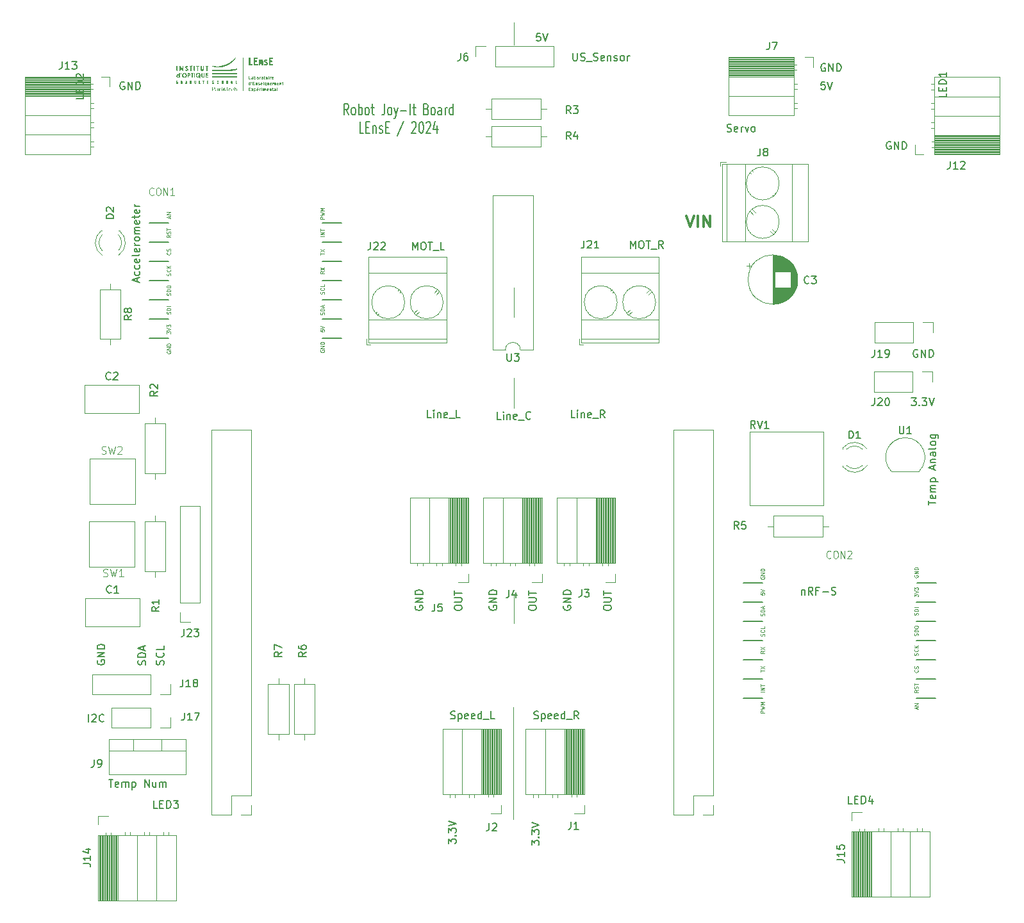
<source format=gbr>
%TF.GenerationSoftware,KiCad,Pcbnew,8.0.0*%
%TF.CreationDate,2024-10-06T09:57:53+02:00*%
%TF.ProjectId,Motor_Board_L476RG,4d6f746f-725f-4426-9f61-72645f4c3437,rev?*%
%TF.SameCoordinates,Original*%
%TF.FileFunction,Legend,Top*%
%TF.FilePolarity,Positive*%
%FSLAX46Y46*%
G04 Gerber Fmt 4.6, Leading zero omitted, Abs format (unit mm)*
G04 Created by KiCad (PCBNEW 8.0.0) date 2024-10-06 09:57:53*
%MOMM*%
%LPD*%
G01*
G04 APERTURE LIST*
%ADD10C,0.050000*%
%ADD11C,0.150000*%
%ADD12C,0.300000*%
%ADD13C,0.200000*%
%ADD14C,0.100000*%
%ADD15C,0.120000*%
%ADD16C,0.127000*%
%ADD17C,0.000000*%
G04 APERTURE END LIST*
D10*
X183500000Y-78962500D02*
X183500000Y-75037500D01*
X183500000Y-90962500D02*
X183500000Y-87037500D01*
X183500000Y-119425000D02*
X183500000Y-115500000D01*
X183475000Y-145350000D02*
X183475000Y-130500000D01*
X183500000Y-43000000D02*
X183500000Y-40000000D01*
D11*
X132060588Y-47917438D02*
X131965350Y-47869819D01*
X131965350Y-47869819D02*
X131822493Y-47869819D01*
X131822493Y-47869819D02*
X131679636Y-47917438D01*
X131679636Y-47917438D02*
X131584398Y-48012676D01*
X131584398Y-48012676D02*
X131536779Y-48107914D01*
X131536779Y-48107914D02*
X131489160Y-48298390D01*
X131489160Y-48298390D02*
X131489160Y-48441247D01*
X131489160Y-48441247D02*
X131536779Y-48631723D01*
X131536779Y-48631723D02*
X131584398Y-48726961D01*
X131584398Y-48726961D02*
X131679636Y-48822200D01*
X131679636Y-48822200D02*
X131822493Y-48869819D01*
X131822493Y-48869819D02*
X131917731Y-48869819D01*
X131917731Y-48869819D02*
X132060588Y-48822200D01*
X132060588Y-48822200D02*
X132108207Y-48774580D01*
X132108207Y-48774580D02*
X132108207Y-48441247D01*
X132108207Y-48441247D02*
X131917731Y-48441247D01*
X132536779Y-48869819D02*
X132536779Y-47869819D01*
X132536779Y-47869819D02*
X133108207Y-48869819D01*
X133108207Y-48869819D02*
X133108207Y-47869819D01*
X133584398Y-48869819D02*
X133584398Y-47869819D01*
X133584398Y-47869819D02*
X133822493Y-47869819D01*
X133822493Y-47869819D02*
X133965350Y-47917438D01*
X133965350Y-47917438D02*
X134060588Y-48012676D01*
X134060588Y-48012676D02*
X134108207Y-48107914D01*
X134108207Y-48107914D02*
X134155826Y-48298390D01*
X134155826Y-48298390D02*
X134155826Y-48441247D01*
X134155826Y-48441247D02*
X134108207Y-48631723D01*
X134108207Y-48631723D02*
X134060588Y-48726961D01*
X134060588Y-48726961D02*
X133965350Y-48822200D01*
X133965350Y-48822200D02*
X133822493Y-48869819D01*
X133822493Y-48869819D02*
X133584398Y-48869819D01*
X175669819Y-117472744D02*
X175669819Y-117282268D01*
X175669819Y-117282268D02*
X175717438Y-117187030D01*
X175717438Y-117187030D02*
X175812676Y-117091792D01*
X175812676Y-117091792D02*
X176003152Y-117044173D01*
X176003152Y-117044173D02*
X176336485Y-117044173D01*
X176336485Y-117044173D02*
X176526961Y-117091792D01*
X176526961Y-117091792D02*
X176622200Y-117187030D01*
X176622200Y-117187030D02*
X176669819Y-117282268D01*
X176669819Y-117282268D02*
X176669819Y-117472744D01*
X176669819Y-117472744D02*
X176622200Y-117567982D01*
X176622200Y-117567982D02*
X176526961Y-117663220D01*
X176526961Y-117663220D02*
X176336485Y-117710839D01*
X176336485Y-117710839D02*
X176003152Y-117710839D01*
X176003152Y-117710839D02*
X175812676Y-117663220D01*
X175812676Y-117663220D02*
X175717438Y-117567982D01*
X175717438Y-117567982D02*
X175669819Y-117472744D01*
X175669819Y-116615601D02*
X176479342Y-116615601D01*
X176479342Y-116615601D02*
X176574580Y-116567982D01*
X176574580Y-116567982D02*
X176622200Y-116520363D01*
X176622200Y-116520363D02*
X176669819Y-116425125D01*
X176669819Y-116425125D02*
X176669819Y-116234649D01*
X176669819Y-116234649D02*
X176622200Y-116139411D01*
X176622200Y-116139411D02*
X176574580Y-116091792D01*
X176574580Y-116091792D02*
X176479342Y-116044173D01*
X176479342Y-116044173D02*
X175669819Y-116044173D01*
X175669819Y-115710839D02*
X175669819Y-115139411D01*
X176669819Y-115425125D02*
X175669819Y-115425125D01*
X137222200Y-124910839D02*
X137269819Y-124767982D01*
X137269819Y-124767982D02*
X137269819Y-124529887D01*
X137269819Y-124529887D02*
X137222200Y-124434649D01*
X137222200Y-124434649D02*
X137174580Y-124387030D01*
X137174580Y-124387030D02*
X137079342Y-124339411D01*
X137079342Y-124339411D02*
X136984104Y-124339411D01*
X136984104Y-124339411D02*
X136888866Y-124387030D01*
X136888866Y-124387030D02*
X136841247Y-124434649D01*
X136841247Y-124434649D02*
X136793628Y-124529887D01*
X136793628Y-124529887D02*
X136746009Y-124720363D01*
X136746009Y-124720363D02*
X136698390Y-124815601D01*
X136698390Y-124815601D02*
X136650771Y-124863220D01*
X136650771Y-124863220D02*
X136555533Y-124910839D01*
X136555533Y-124910839D02*
X136460295Y-124910839D01*
X136460295Y-124910839D02*
X136365057Y-124863220D01*
X136365057Y-124863220D02*
X136317438Y-124815601D01*
X136317438Y-124815601D02*
X136269819Y-124720363D01*
X136269819Y-124720363D02*
X136269819Y-124482268D01*
X136269819Y-124482268D02*
X136317438Y-124339411D01*
X137174580Y-123339411D02*
X137222200Y-123387030D01*
X137222200Y-123387030D02*
X137269819Y-123529887D01*
X137269819Y-123529887D02*
X137269819Y-123625125D01*
X137269819Y-123625125D02*
X137222200Y-123767982D01*
X137222200Y-123767982D02*
X137126961Y-123863220D01*
X137126961Y-123863220D02*
X137031723Y-123910839D01*
X137031723Y-123910839D02*
X136841247Y-123958458D01*
X136841247Y-123958458D02*
X136698390Y-123958458D01*
X136698390Y-123958458D02*
X136507914Y-123910839D01*
X136507914Y-123910839D02*
X136412676Y-123863220D01*
X136412676Y-123863220D02*
X136317438Y-123767982D01*
X136317438Y-123767982D02*
X136269819Y-123625125D01*
X136269819Y-123625125D02*
X136269819Y-123529887D01*
X136269819Y-123529887D02*
X136317438Y-123387030D01*
X136317438Y-123387030D02*
X136365057Y-123339411D01*
X137269819Y-122434649D02*
X137269819Y-122910839D01*
X137269819Y-122910839D02*
X136269819Y-122910839D01*
X128517438Y-124339411D02*
X128469819Y-124434649D01*
X128469819Y-124434649D02*
X128469819Y-124577506D01*
X128469819Y-124577506D02*
X128517438Y-124720363D01*
X128517438Y-124720363D02*
X128612676Y-124815601D01*
X128612676Y-124815601D02*
X128707914Y-124863220D01*
X128707914Y-124863220D02*
X128898390Y-124910839D01*
X128898390Y-124910839D02*
X129041247Y-124910839D01*
X129041247Y-124910839D02*
X129231723Y-124863220D01*
X129231723Y-124863220D02*
X129326961Y-124815601D01*
X129326961Y-124815601D02*
X129422200Y-124720363D01*
X129422200Y-124720363D02*
X129469819Y-124577506D01*
X129469819Y-124577506D02*
X129469819Y-124482268D01*
X129469819Y-124482268D02*
X129422200Y-124339411D01*
X129422200Y-124339411D02*
X129374580Y-124291792D01*
X129374580Y-124291792D02*
X129041247Y-124291792D01*
X129041247Y-124291792D02*
X129041247Y-124482268D01*
X129469819Y-123863220D02*
X128469819Y-123863220D01*
X128469819Y-123863220D02*
X129469819Y-123291792D01*
X129469819Y-123291792D02*
X128469819Y-123291792D01*
X129469819Y-122815601D02*
X128469819Y-122815601D01*
X128469819Y-122815601D02*
X128469819Y-122577506D01*
X128469819Y-122577506D02*
X128517438Y-122434649D01*
X128517438Y-122434649D02*
X128612676Y-122339411D01*
X128612676Y-122339411D02*
X128707914Y-122291792D01*
X128707914Y-122291792D02*
X128898390Y-122244173D01*
X128898390Y-122244173D02*
X129041247Y-122244173D01*
X129041247Y-122244173D02*
X129231723Y-122291792D01*
X129231723Y-122291792D02*
X129326961Y-122339411D01*
X129326961Y-122339411D02*
X129422200Y-122434649D01*
X129422200Y-122434649D02*
X129469819Y-122577506D01*
X129469819Y-122577506D02*
X129469819Y-122815601D01*
X126669819Y-49587030D02*
X126669819Y-50063220D01*
X126669819Y-50063220D02*
X125669819Y-50063220D01*
X126146009Y-49253696D02*
X126146009Y-48920363D01*
X126669819Y-48777506D02*
X126669819Y-49253696D01*
X126669819Y-49253696D02*
X125669819Y-49253696D01*
X125669819Y-49253696D02*
X125669819Y-48777506D01*
X126669819Y-48348934D02*
X125669819Y-48348934D01*
X125669819Y-48348934D02*
X125669819Y-48110839D01*
X125669819Y-48110839D02*
X125717438Y-47967982D01*
X125717438Y-47967982D02*
X125812676Y-47872744D01*
X125812676Y-47872744D02*
X125907914Y-47825125D01*
X125907914Y-47825125D02*
X126098390Y-47777506D01*
X126098390Y-47777506D02*
X126241247Y-47777506D01*
X126241247Y-47777506D02*
X126431723Y-47825125D01*
X126431723Y-47825125D02*
X126526961Y-47872744D01*
X126526961Y-47872744D02*
X126622200Y-47967982D01*
X126622200Y-47967982D02*
X126669819Y-48110839D01*
X126669819Y-48110839D02*
X126669819Y-48348934D01*
X125765057Y-47396553D02*
X125717438Y-47348934D01*
X125717438Y-47348934D02*
X125669819Y-47253696D01*
X125669819Y-47253696D02*
X125669819Y-47015601D01*
X125669819Y-47015601D02*
X125717438Y-46920363D01*
X125717438Y-46920363D02*
X125765057Y-46872744D01*
X125765057Y-46872744D02*
X125860295Y-46825125D01*
X125860295Y-46825125D02*
X125955533Y-46825125D01*
X125955533Y-46825125D02*
X126098390Y-46872744D01*
X126098390Y-46872744D02*
X126669819Y-47444172D01*
X126669819Y-47444172D02*
X126669819Y-46825125D01*
X191336779Y-44069819D02*
X191336779Y-44879342D01*
X191336779Y-44879342D02*
X191384398Y-44974580D01*
X191384398Y-44974580D02*
X191432017Y-45022200D01*
X191432017Y-45022200D02*
X191527255Y-45069819D01*
X191527255Y-45069819D02*
X191717731Y-45069819D01*
X191717731Y-45069819D02*
X191812969Y-45022200D01*
X191812969Y-45022200D02*
X191860588Y-44974580D01*
X191860588Y-44974580D02*
X191908207Y-44879342D01*
X191908207Y-44879342D02*
X191908207Y-44069819D01*
X192336779Y-45022200D02*
X192479636Y-45069819D01*
X192479636Y-45069819D02*
X192717731Y-45069819D01*
X192717731Y-45069819D02*
X192812969Y-45022200D01*
X192812969Y-45022200D02*
X192860588Y-44974580D01*
X192860588Y-44974580D02*
X192908207Y-44879342D01*
X192908207Y-44879342D02*
X192908207Y-44784104D01*
X192908207Y-44784104D02*
X192860588Y-44688866D01*
X192860588Y-44688866D02*
X192812969Y-44641247D01*
X192812969Y-44641247D02*
X192717731Y-44593628D01*
X192717731Y-44593628D02*
X192527255Y-44546009D01*
X192527255Y-44546009D02*
X192432017Y-44498390D01*
X192432017Y-44498390D02*
X192384398Y-44450771D01*
X192384398Y-44450771D02*
X192336779Y-44355533D01*
X192336779Y-44355533D02*
X192336779Y-44260295D01*
X192336779Y-44260295D02*
X192384398Y-44165057D01*
X192384398Y-44165057D02*
X192432017Y-44117438D01*
X192432017Y-44117438D02*
X192527255Y-44069819D01*
X192527255Y-44069819D02*
X192765350Y-44069819D01*
X192765350Y-44069819D02*
X192908207Y-44117438D01*
X193098684Y-45165057D02*
X193860588Y-45165057D01*
X194051065Y-45022200D02*
X194193922Y-45069819D01*
X194193922Y-45069819D02*
X194432017Y-45069819D01*
X194432017Y-45069819D02*
X194527255Y-45022200D01*
X194527255Y-45022200D02*
X194574874Y-44974580D01*
X194574874Y-44974580D02*
X194622493Y-44879342D01*
X194622493Y-44879342D02*
X194622493Y-44784104D01*
X194622493Y-44784104D02*
X194574874Y-44688866D01*
X194574874Y-44688866D02*
X194527255Y-44641247D01*
X194527255Y-44641247D02*
X194432017Y-44593628D01*
X194432017Y-44593628D02*
X194241541Y-44546009D01*
X194241541Y-44546009D02*
X194146303Y-44498390D01*
X194146303Y-44498390D02*
X194098684Y-44450771D01*
X194098684Y-44450771D02*
X194051065Y-44355533D01*
X194051065Y-44355533D02*
X194051065Y-44260295D01*
X194051065Y-44260295D02*
X194098684Y-44165057D01*
X194098684Y-44165057D02*
X194146303Y-44117438D01*
X194146303Y-44117438D02*
X194241541Y-44069819D01*
X194241541Y-44069819D02*
X194479636Y-44069819D01*
X194479636Y-44069819D02*
X194622493Y-44117438D01*
X195432017Y-45022200D02*
X195336779Y-45069819D01*
X195336779Y-45069819D02*
X195146303Y-45069819D01*
X195146303Y-45069819D02*
X195051065Y-45022200D01*
X195051065Y-45022200D02*
X195003446Y-44926961D01*
X195003446Y-44926961D02*
X195003446Y-44546009D01*
X195003446Y-44546009D02*
X195051065Y-44450771D01*
X195051065Y-44450771D02*
X195146303Y-44403152D01*
X195146303Y-44403152D02*
X195336779Y-44403152D01*
X195336779Y-44403152D02*
X195432017Y-44450771D01*
X195432017Y-44450771D02*
X195479636Y-44546009D01*
X195479636Y-44546009D02*
X195479636Y-44641247D01*
X195479636Y-44641247D02*
X195003446Y-44736485D01*
X195908208Y-44403152D02*
X195908208Y-45069819D01*
X195908208Y-44498390D02*
X195955827Y-44450771D01*
X195955827Y-44450771D02*
X196051065Y-44403152D01*
X196051065Y-44403152D02*
X196193922Y-44403152D01*
X196193922Y-44403152D02*
X196289160Y-44450771D01*
X196289160Y-44450771D02*
X196336779Y-44546009D01*
X196336779Y-44546009D02*
X196336779Y-45069819D01*
X196765351Y-45022200D02*
X196860589Y-45069819D01*
X196860589Y-45069819D02*
X197051065Y-45069819D01*
X197051065Y-45069819D02*
X197146303Y-45022200D01*
X197146303Y-45022200D02*
X197193922Y-44926961D01*
X197193922Y-44926961D02*
X197193922Y-44879342D01*
X197193922Y-44879342D02*
X197146303Y-44784104D01*
X197146303Y-44784104D02*
X197051065Y-44736485D01*
X197051065Y-44736485D02*
X196908208Y-44736485D01*
X196908208Y-44736485D02*
X196812970Y-44688866D01*
X196812970Y-44688866D02*
X196765351Y-44593628D01*
X196765351Y-44593628D02*
X196765351Y-44546009D01*
X196765351Y-44546009D02*
X196812970Y-44450771D01*
X196812970Y-44450771D02*
X196908208Y-44403152D01*
X196908208Y-44403152D02*
X197051065Y-44403152D01*
X197051065Y-44403152D02*
X197146303Y-44450771D01*
X197765351Y-45069819D02*
X197670113Y-45022200D01*
X197670113Y-45022200D02*
X197622494Y-44974580D01*
X197622494Y-44974580D02*
X197574875Y-44879342D01*
X197574875Y-44879342D02*
X197574875Y-44593628D01*
X197574875Y-44593628D02*
X197622494Y-44498390D01*
X197622494Y-44498390D02*
X197670113Y-44450771D01*
X197670113Y-44450771D02*
X197765351Y-44403152D01*
X197765351Y-44403152D02*
X197908208Y-44403152D01*
X197908208Y-44403152D02*
X198003446Y-44450771D01*
X198003446Y-44450771D02*
X198051065Y-44498390D01*
X198051065Y-44498390D02*
X198098684Y-44593628D01*
X198098684Y-44593628D02*
X198098684Y-44879342D01*
X198098684Y-44879342D02*
X198051065Y-44974580D01*
X198051065Y-44974580D02*
X198003446Y-45022200D01*
X198003446Y-45022200D02*
X197908208Y-45069819D01*
X197908208Y-45069819D02*
X197765351Y-45069819D01*
X198527256Y-45069819D02*
X198527256Y-44403152D01*
X198527256Y-44593628D02*
X198574875Y-44498390D01*
X198574875Y-44498390D02*
X198622494Y-44450771D01*
X198622494Y-44450771D02*
X198717732Y-44403152D01*
X198717732Y-44403152D02*
X198812970Y-44403152D01*
D12*
X206340225Y-65550828D02*
X206840225Y-67050828D01*
X206840225Y-67050828D02*
X207340225Y-65550828D01*
X207840224Y-67050828D02*
X207840224Y-65550828D01*
X208554510Y-67050828D02*
X208554510Y-65550828D01*
X208554510Y-65550828D02*
X209411653Y-67050828D01*
X209411653Y-67050828D02*
X209411653Y-65550828D01*
D11*
X190117438Y-117139411D02*
X190069819Y-117234649D01*
X190069819Y-117234649D02*
X190069819Y-117377506D01*
X190069819Y-117377506D02*
X190117438Y-117520363D01*
X190117438Y-117520363D02*
X190212676Y-117615601D01*
X190212676Y-117615601D02*
X190307914Y-117663220D01*
X190307914Y-117663220D02*
X190498390Y-117710839D01*
X190498390Y-117710839D02*
X190641247Y-117710839D01*
X190641247Y-117710839D02*
X190831723Y-117663220D01*
X190831723Y-117663220D02*
X190926961Y-117615601D01*
X190926961Y-117615601D02*
X191022200Y-117520363D01*
X191022200Y-117520363D02*
X191069819Y-117377506D01*
X191069819Y-117377506D02*
X191069819Y-117282268D01*
X191069819Y-117282268D02*
X191022200Y-117139411D01*
X191022200Y-117139411D02*
X190974580Y-117091792D01*
X190974580Y-117091792D02*
X190641247Y-117091792D01*
X190641247Y-117091792D02*
X190641247Y-117282268D01*
X191069819Y-116663220D02*
X190069819Y-116663220D01*
X190069819Y-116663220D02*
X191069819Y-116091792D01*
X191069819Y-116091792D02*
X190069819Y-116091792D01*
X191069819Y-115615601D02*
X190069819Y-115615601D01*
X190069819Y-115615601D02*
X190069819Y-115377506D01*
X190069819Y-115377506D02*
X190117438Y-115234649D01*
X190117438Y-115234649D02*
X190212676Y-115139411D01*
X190212676Y-115139411D02*
X190307914Y-115091792D01*
X190307914Y-115091792D02*
X190498390Y-115044173D01*
X190498390Y-115044173D02*
X190641247Y-115044173D01*
X190641247Y-115044173D02*
X190831723Y-115091792D01*
X190831723Y-115091792D02*
X190926961Y-115139411D01*
X190926961Y-115139411D02*
X191022200Y-115234649D01*
X191022200Y-115234649D02*
X191069819Y-115377506D01*
X191069819Y-115377506D02*
X191069819Y-115615601D01*
X236041541Y-89669819D02*
X236660588Y-89669819D01*
X236660588Y-89669819D02*
X236327255Y-90050771D01*
X236327255Y-90050771D02*
X236470112Y-90050771D01*
X236470112Y-90050771D02*
X236565350Y-90098390D01*
X236565350Y-90098390D02*
X236612969Y-90146009D01*
X236612969Y-90146009D02*
X236660588Y-90241247D01*
X236660588Y-90241247D02*
X236660588Y-90479342D01*
X236660588Y-90479342D02*
X236612969Y-90574580D01*
X236612969Y-90574580D02*
X236565350Y-90622200D01*
X236565350Y-90622200D02*
X236470112Y-90669819D01*
X236470112Y-90669819D02*
X236184398Y-90669819D01*
X236184398Y-90669819D02*
X236089160Y-90622200D01*
X236089160Y-90622200D02*
X236041541Y-90574580D01*
X237089160Y-90574580D02*
X237136779Y-90622200D01*
X237136779Y-90622200D02*
X237089160Y-90669819D01*
X237089160Y-90669819D02*
X237041541Y-90622200D01*
X237041541Y-90622200D02*
X237089160Y-90574580D01*
X237089160Y-90574580D02*
X237089160Y-90669819D01*
X237470112Y-89669819D02*
X238089159Y-89669819D01*
X238089159Y-89669819D02*
X237755826Y-90050771D01*
X237755826Y-90050771D02*
X237898683Y-90050771D01*
X237898683Y-90050771D02*
X237993921Y-90098390D01*
X237993921Y-90098390D02*
X238041540Y-90146009D01*
X238041540Y-90146009D02*
X238089159Y-90241247D01*
X238089159Y-90241247D02*
X238089159Y-90479342D01*
X238089159Y-90479342D02*
X238041540Y-90574580D01*
X238041540Y-90574580D02*
X237993921Y-90622200D01*
X237993921Y-90622200D02*
X237898683Y-90669819D01*
X237898683Y-90669819D02*
X237612969Y-90669819D01*
X237612969Y-90669819D02*
X237517731Y-90622200D01*
X237517731Y-90622200D02*
X237470112Y-90574580D01*
X238374874Y-89669819D02*
X238708207Y-90669819D01*
X238708207Y-90669819D02*
X239041540Y-89669819D01*
X224612969Y-47869819D02*
X224136779Y-47869819D01*
X224136779Y-47869819D02*
X224089160Y-48346009D01*
X224089160Y-48346009D02*
X224136779Y-48298390D01*
X224136779Y-48298390D02*
X224232017Y-48250771D01*
X224232017Y-48250771D02*
X224470112Y-48250771D01*
X224470112Y-48250771D02*
X224565350Y-48298390D01*
X224565350Y-48298390D02*
X224612969Y-48346009D01*
X224612969Y-48346009D02*
X224660588Y-48441247D01*
X224660588Y-48441247D02*
X224660588Y-48679342D01*
X224660588Y-48679342D02*
X224612969Y-48774580D01*
X224612969Y-48774580D02*
X224565350Y-48822200D01*
X224565350Y-48822200D02*
X224470112Y-48869819D01*
X224470112Y-48869819D02*
X224232017Y-48869819D01*
X224232017Y-48869819D02*
X224136779Y-48822200D01*
X224136779Y-48822200D02*
X224089160Y-48774580D01*
X224946303Y-47869819D02*
X225279636Y-48869819D01*
X225279636Y-48869819D02*
X225612969Y-47869819D01*
X228212969Y-143269819D02*
X227736779Y-143269819D01*
X227736779Y-143269819D02*
X227736779Y-142269819D01*
X228546303Y-142746009D02*
X228879636Y-142746009D01*
X229022493Y-143269819D02*
X228546303Y-143269819D01*
X228546303Y-143269819D02*
X228546303Y-142269819D01*
X228546303Y-142269819D02*
X229022493Y-142269819D01*
X229451065Y-143269819D02*
X229451065Y-142269819D01*
X229451065Y-142269819D02*
X229689160Y-142269819D01*
X229689160Y-142269819D02*
X229832017Y-142317438D01*
X229832017Y-142317438D02*
X229927255Y-142412676D01*
X229927255Y-142412676D02*
X229974874Y-142507914D01*
X229974874Y-142507914D02*
X230022493Y-142698390D01*
X230022493Y-142698390D02*
X230022493Y-142841247D01*
X230022493Y-142841247D02*
X229974874Y-143031723D01*
X229974874Y-143031723D02*
X229927255Y-143126961D01*
X229927255Y-143126961D02*
X229832017Y-143222200D01*
X229832017Y-143222200D02*
X229689160Y-143269819D01*
X229689160Y-143269819D02*
X229451065Y-143269819D01*
X230879636Y-142603152D02*
X230879636Y-143269819D01*
X230641541Y-142222200D02*
X230403446Y-142936485D01*
X230403446Y-142936485D02*
X231022493Y-142936485D01*
X186189160Y-132022200D02*
X186332017Y-132069819D01*
X186332017Y-132069819D02*
X186570112Y-132069819D01*
X186570112Y-132069819D02*
X186665350Y-132022200D01*
X186665350Y-132022200D02*
X186712969Y-131974580D01*
X186712969Y-131974580D02*
X186760588Y-131879342D01*
X186760588Y-131879342D02*
X186760588Y-131784104D01*
X186760588Y-131784104D02*
X186712969Y-131688866D01*
X186712969Y-131688866D02*
X186665350Y-131641247D01*
X186665350Y-131641247D02*
X186570112Y-131593628D01*
X186570112Y-131593628D02*
X186379636Y-131546009D01*
X186379636Y-131546009D02*
X186284398Y-131498390D01*
X186284398Y-131498390D02*
X186236779Y-131450771D01*
X186236779Y-131450771D02*
X186189160Y-131355533D01*
X186189160Y-131355533D02*
X186189160Y-131260295D01*
X186189160Y-131260295D02*
X186236779Y-131165057D01*
X186236779Y-131165057D02*
X186284398Y-131117438D01*
X186284398Y-131117438D02*
X186379636Y-131069819D01*
X186379636Y-131069819D02*
X186617731Y-131069819D01*
X186617731Y-131069819D02*
X186760588Y-131117438D01*
X187189160Y-131403152D02*
X187189160Y-132403152D01*
X187189160Y-131450771D02*
X187284398Y-131403152D01*
X187284398Y-131403152D02*
X187474874Y-131403152D01*
X187474874Y-131403152D02*
X187570112Y-131450771D01*
X187570112Y-131450771D02*
X187617731Y-131498390D01*
X187617731Y-131498390D02*
X187665350Y-131593628D01*
X187665350Y-131593628D02*
X187665350Y-131879342D01*
X187665350Y-131879342D02*
X187617731Y-131974580D01*
X187617731Y-131974580D02*
X187570112Y-132022200D01*
X187570112Y-132022200D02*
X187474874Y-132069819D01*
X187474874Y-132069819D02*
X187284398Y-132069819D01*
X187284398Y-132069819D02*
X187189160Y-132022200D01*
X188474874Y-132022200D02*
X188379636Y-132069819D01*
X188379636Y-132069819D02*
X188189160Y-132069819D01*
X188189160Y-132069819D02*
X188093922Y-132022200D01*
X188093922Y-132022200D02*
X188046303Y-131926961D01*
X188046303Y-131926961D02*
X188046303Y-131546009D01*
X188046303Y-131546009D02*
X188093922Y-131450771D01*
X188093922Y-131450771D02*
X188189160Y-131403152D01*
X188189160Y-131403152D02*
X188379636Y-131403152D01*
X188379636Y-131403152D02*
X188474874Y-131450771D01*
X188474874Y-131450771D02*
X188522493Y-131546009D01*
X188522493Y-131546009D02*
X188522493Y-131641247D01*
X188522493Y-131641247D02*
X188046303Y-131736485D01*
X189332017Y-132022200D02*
X189236779Y-132069819D01*
X189236779Y-132069819D02*
X189046303Y-132069819D01*
X189046303Y-132069819D02*
X188951065Y-132022200D01*
X188951065Y-132022200D02*
X188903446Y-131926961D01*
X188903446Y-131926961D02*
X188903446Y-131546009D01*
X188903446Y-131546009D02*
X188951065Y-131450771D01*
X188951065Y-131450771D02*
X189046303Y-131403152D01*
X189046303Y-131403152D02*
X189236779Y-131403152D01*
X189236779Y-131403152D02*
X189332017Y-131450771D01*
X189332017Y-131450771D02*
X189379636Y-131546009D01*
X189379636Y-131546009D02*
X189379636Y-131641247D01*
X189379636Y-131641247D02*
X188903446Y-131736485D01*
X190236779Y-132069819D02*
X190236779Y-131069819D01*
X190236779Y-132022200D02*
X190141541Y-132069819D01*
X190141541Y-132069819D02*
X189951065Y-132069819D01*
X189951065Y-132069819D02*
X189855827Y-132022200D01*
X189855827Y-132022200D02*
X189808208Y-131974580D01*
X189808208Y-131974580D02*
X189760589Y-131879342D01*
X189760589Y-131879342D02*
X189760589Y-131593628D01*
X189760589Y-131593628D02*
X189808208Y-131498390D01*
X189808208Y-131498390D02*
X189855827Y-131450771D01*
X189855827Y-131450771D02*
X189951065Y-131403152D01*
X189951065Y-131403152D02*
X190141541Y-131403152D01*
X190141541Y-131403152D02*
X190236779Y-131450771D01*
X190474875Y-132165057D02*
X191236779Y-132165057D01*
X192046303Y-132069819D02*
X191712970Y-131593628D01*
X191474875Y-132069819D02*
X191474875Y-131069819D01*
X191474875Y-131069819D02*
X191855827Y-131069819D01*
X191855827Y-131069819D02*
X191951065Y-131117438D01*
X191951065Y-131117438D02*
X191998684Y-131165057D01*
X191998684Y-131165057D02*
X192046303Y-131260295D01*
X192046303Y-131260295D02*
X192046303Y-131403152D01*
X192046303Y-131403152D02*
X191998684Y-131498390D01*
X191998684Y-131498390D02*
X191951065Y-131546009D01*
X191951065Y-131546009D02*
X191855827Y-131593628D01*
X191855827Y-131593628D02*
X191474875Y-131593628D01*
X240669819Y-49387030D02*
X240669819Y-49863220D01*
X240669819Y-49863220D02*
X239669819Y-49863220D01*
X240146009Y-49053696D02*
X240146009Y-48720363D01*
X240669819Y-48577506D02*
X240669819Y-49053696D01*
X240669819Y-49053696D02*
X239669819Y-49053696D01*
X239669819Y-49053696D02*
X239669819Y-48577506D01*
X240669819Y-48148934D02*
X239669819Y-48148934D01*
X239669819Y-48148934D02*
X239669819Y-47910839D01*
X239669819Y-47910839D02*
X239717438Y-47767982D01*
X239717438Y-47767982D02*
X239812676Y-47672744D01*
X239812676Y-47672744D02*
X239907914Y-47625125D01*
X239907914Y-47625125D02*
X240098390Y-47577506D01*
X240098390Y-47577506D02*
X240241247Y-47577506D01*
X240241247Y-47577506D02*
X240431723Y-47625125D01*
X240431723Y-47625125D02*
X240526961Y-47672744D01*
X240526961Y-47672744D02*
X240622200Y-47767982D01*
X240622200Y-47767982D02*
X240669819Y-47910839D01*
X240669819Y-47910839D02*
X240669819Y-48148934D01*
X240669819Y-46625125D02*
X240669819Y-47196553D01*
X240669819Y-46910839D02*
X239669819Y-46910839D01*
X239669819Y-46910839D02*
X239812676Y-47006077D01*
X239812676Y-47006077D02*
X239907914Y-47101315D01*
X239907914Y-47101315D02*
X239955533Y-47196553D01*
X133784104Y-74310839D02*
X133784104Y-73834649D01*
X134069819Y-74406077D02*
X133069819Y-74072744D01*
X133069819Y-74072744D02*
X134069819Y-73739411D01*
X134022200Y-72977506D02*
X134069819Y-73072744D01*
X134069819Y-73072744D02*
X134069819Y-73263220D01*
X134069819Y-73263220D02*
X134022200Y-73358458D01*
X134022200Y-73358458D02*
X133974580Y-73406077D01*
X133974580Y-73406077D02*
X133879342Y-73453696D01*
X133879342Y-73453696D02*
X133593628Y-73453696D01*
X133593628Y-73453696D02*
X133498390Y-73406077D01*
X133498390Y-73406077D02*
X133450771Y-73358458D01*
X133450771Y-73358458D02*
X133403152Y-73263220D01*
X133403152Y-73263220D02*
X133403152Y-73072744D01*
X133403152Y-73072744D02*
X133450771Y-72977506D01*
X134022200Y-72120363D02*
X134069819Y-72215601D01*
X134069819Y-72215601D02*
X134069819Y-72406077D01*
X134069819Y-72406077D02*
X134022200Y-72501315D01*
X134022200Y-72501315D02*
X133974580Y-72548934D01*
X133974580Y-72548934D02*
X133879342Y-72596553D01*
X133879342Y-72596553D02*
X133593628Y-72596553D01*
X133593628Y-72596553D02*
X133498390Y-72548934D01*
X133498390Y-72548934D02*
X133450771Y-72501315D01*
X133450771Y-72501315D02*
X133403152Y-72406077D01*
X133403152Y-72406077D02*
X133403152Y-72215601D01*
X133403152Y-72215601D02*
X133450771Y-72120363D01*
X134022200Y-71310839D02*
X134069819Y-71406077D01*
X134069819Y-71406077D02*
X134069819Y-71596553D01*
X134069819Y-71596553D02*
X134022200Y-71691791D01*
X134022200Y-71691791D02*
X133926961Y-71739410D01*
X133926961Y-71739410D02*
X133546009Y-71739410D01*
X133546009Y-71739410D02*
X133450771Y-71691791D01*
X133450771Y-71691791D02*
X133403152Y-71596553D01*
X133403152Y-71596553D02*
X133403152Y-71406077D01*
X133403152Y-71406077D02*
X133450771Y-71310839D01*
X133450771Y-71310839D02*
X133546009Y-71263220D01*
X133546009Y-71263220D02*
X133641247Y-71263220D01*
X133641247Y-71263220D02*
X133736485Y-71739410D01*
X134069819Y-70691791D02*
X134022200Y-70787029D01*
X134022200Y-70787029D02*
X133926961Y-70834648D01*
X133926961Y-70834648D02*
X133069819Y-70834648D01*
X134022200Y-69929886D02*
X134069819Y-70025124D01*
X134069819Y-70025124D02*
X134069819Y-70215600D01*
X134069819Y-70215600D02*
X134022200Y-70310838D01*
X134022200Y-70310838D02*
X133926961Y-70358457D01*
X133926961Y-70358457D02*
X133546009Y-70358457D01*
X133546009Y-70358457D02*
X133450771Y-70310838D01*
X133450771Y-70310838D02*
X133403152Y-70215600D01*
X133403152Y-70215600D02*
X133403152Y-70025124D01*
X133403152Y-70025124D02*
X133450771Y-69929886D01*
X133450771Y-69929886D02*
X133546009Y-69882267D01*
X133546009Y-69882267D02*
X133641247Y-69882267D01*
X133641247Y-69882267D02*
X133736485Y-70358457D01*
X134069819Y-69453695D02*
X133403152Y-69453695D01*
X133593628Y-69453695D02*
X133498390Y-69406076D01*
X133498390Y-69406076D02*
X133450771Y-69358457D01*
X133450771Y-69358457D02*
X133403152Y-69263219D01*
X133403152Y-69263219D02*
X133403152Y-69167981D01*
X134069819Y-68691790D02*
X134022200Y-68787028D01*
X134022200Y-68787028D02*
X133974580Y-68834647D01*
X133974580Y-68834647D02*
X133879342Y-68882266D01*
X133879342Y-68882266D02*
X133593628Y-68882266D01*
X133593628Y-68882266D02*
X133498390Y-68834647D01*
X133498390Y-68834647D02*
X133450771Y-68787028D01*
X133450771Y-68787028D02*
X133403152Y-68691790D01*
X133403152Y-68691790D02*
X133403152Y-68548933D01*
X133403152Y-68548933D02*
X133450771Y-68453695D01*
X133450771Y-68453695D02*
X133498390Y-68406076D01*
X133498390Y-68406076D02*
X133593628Y-68358457D01*
X133593628Y-68358457D02*
X133879342Y-68358457D01*
X133879342Y-68358457D02*
X133974580Y-68406076D01*
X133974580Y-68406076D02*
X134022200Y-68453695D01*
X134022200Y-68453695D02*
X134069819Y-68548933D01*
X134069819Y-68548933D02*
X134069819Y-68691790D01*
X134069819Y-67929885D02*
X133403152Y-67929885D01*
X133498390Y-67929885D02*
X133450771Y-67882266D01*
X133450771Y-67882266D02*
X133403152Y-67787028D01*
X133403152Y-67787028D02*
X133403152Y-67644171D01*
X133403152Y-67644171D02*
X133450771Y-67548933D01*
X133450771Y-67548933D02*
X133546009Y-67501314D01*
X133546009Y-67501314D02*
X134069819Y-67501314D01*
X133546009Y-67501314D02*
X133450771Y-67453695D01*
X133450771Y-67453695D02*
X133403152Y-67358457D01*
X133403152Y-67358457D02*
X133403152Y-67215600D01*
X133403152Y-67215600D02*
X133450771Y-67120361D01*
X133450771Y-67120361D02*
X133546009Y-67072742D01*
X133546009Y-67072742D02*
X134069819Y-67072742D01*
X134022200Y-66215600D02*
X134069819Y-66310838D01*
X134069819Y-66310838D02*
X134069819Y-66501314D01*
X134069819Y-66501314D02*
X134022200Y-66596552D01*
X134022200Y-66596552D02*
X133926961Y-66644171D01*
X133926961Y-66644171D02*
X133546009Y-66644171D01*
X133546009Y-66644171D02*
X133450771Y-66596552D01*
X133450771Y-66596552D02*
X133403152Y-66501314D01*
X133403152Y-66501314D02*
X133403152Y-66310838D01*
X133403152Y-66310838D02*
X133450771Y-66215600D01*
X133450771Y-66215600D02*
X133546009Y-66167981D01*
X133546009Y-66167981D02*
X133641247Y-66167981D01*
X133641247Y-66167981D02*
X133736485Y-66644171D01*
X133403152Y-65882266D02*
X133403152Y-65501314D01*
X133069819Y-65739409D02*
X133926961Y-65739409D01*
X133926961Y-65739409D02*
X134022200Y-65691790D01*
X134022200Y-65691790D02*
X134069819Y-65596552D01*
X134069819Y-65596552D02*
X134069819Y-65501314D01*
X134022200Y-64787028D02*
X134069819Y-64882266D01*
X134069819Y-64882266D02*
X134069819Y-65072742D01*
X134069819Y-65072742D02*
X134022200Y-65167980D01*
X134022200Y-65167980D02*
X133926961Y-65215599D01*
X133926961Y-65215599D02*
X133546009Y-65215599D01*
X133546009Y-65215599D02*
X133450771Y-65167980D01*
X133450771Y-65167980D02*
X133403152Y-65072742D01*
X133403152Y-65072742D02*
X133403152Y-64882266D01*
X133403152Y-64882266D02*
X133450771Y-64787028D01*
X133450771Y-64787028D02*
X133546009Y-64739409D01*
X133546009Y-64739409D02*
X133641247Y-64739409D01*
X133641247Y-64739409D02*
X133736485Y-65215599D01*
X134069819Y-64310837D02*
X133403152Y-64310837D01*
X133593628Y-64310837D02*
X133498390Y-64263218D01*
X133498390Y-64263218D02*
X133450771Y-64215599D01*
X133450771Y-64215599D02*
X133403152Y-64120361D01*
X133403152Y-64120361D02*
X133403152Y-64025123D01*
X175189160Y-132022200D02*
X175332017Y-132069819D01*
X175332017Y-132069819D02*
X175570112Y-132069819D01*
X175570112Y-132069819D02*
X175665350Y-132022200D01*
X175665350Y-132022200D02*
X175712969Y-131974580D01*
X175712969Y-131974580D02*
X175760588Y-131879342D01*
X175760588Y-131879342D02*
X175760588Y-131784104D01*
X175760588Y-131784104D02*
X175712969Y-131688866D01*
X175712969Y-131688866D02*
X175665350Y-131641247D01*
X175665350Y-131641247D02*
X175570112Y-131593628D01*
X175570112Y-131593628D02*
X175379636Y-131546009D01*
X175379636Y-131546009D02*
X175284398Y-131498390D01*
X175284398Y-131498390D02*
X175236779Y-131450771D01*
X175236779Y-131450771D02*
X175189160Y-131355533D01*
X175189160Y-131355533D02*
X175189160Y-131260295D01*
X175189160Y-131260295D02*
X175236779Y-131165057D01*
X175236779Y-131165057D02*
X175284398Y-131117438D01*
X175284398Y-131117438D02*
X175379636Y-131069819D01*
X175379636Y-131069819D02*
X175617731Y-131069819D01*
X175617731Y-131069819D02*
X175760588Y-131117438D01*
X176189160Y-131403152D02*
X176189160Y-132403152D01*
X176189160Y-131450771D02*
X176284398Y-131403152D01*
X176284398Y-131403152D02*
X176474874Y-131403152D01*
X176474874Y-131403152D02*
X176570112Y-131450771D01*
X176570112Y-131450771D02*
X176617731Y-131498390D01*
X176617731Y-131498390D02*
X176665350Y-131593628D01*
X176665350Y-131593628D02*
X176665350Y-131879342D01*
X176665350Y-131879342D02*
X176617731Y-131974580D01*
X176617731Y-131974580D02*
X176570112Y-132022200D01*
X176570112Y-132022200D02*
X176474874Y-132069819D01*
X176474874Y-132069819D02*
X176284398Y-132069819D01*
X176284398Y-132069819D02*
X176189160Y-132022200D01*
X177474874Y-132022200D02*
X177379636Y-132069819D01*
X177379636Y-132069819D02*
X177189160Y-132069819D01*
X177189160Y-132069819D02*
X177093922Y-132022200D01*
X177093922Y-132022200D02*
X177046303Y-131926961D01*
X177046303Y-131926961D02*
X177046303Y-131546009D01*
X177046303Y-131546009D02*
X177093922Y-131450771D01*
X177093922Y-131450771D02*
X177189160Y-131403152D01*
X177189160Y-131403152D02*
X177379636Y-131403152D01*
X177379636Y-131403152D02*
X177474874Y-131450771D01*
X177474874Y-131450771D02*
X177522493Y-131546009D01*
X177522493Y-131546009D02*
X177522493Y-131641247D01*
X177522493Y-131641247D02*
X177046303Y-131736485D01*
X178332017Y-132022200D02*
X178236779Y-132069819D01*
X178236779Y-132069819D02*
X178046303Y-132069819D01*
X178046303Y-132069819D02*
X177951065Y-132022200D01*
X177951065Y-132022200D02*
X177903446Y-131926961D01*
X177903446Y-131926961D02*
X177903446Y-131546009D01*
X177903446Y-131546009D02*
X177951065Y-131450771D01*
X177951065Y-131450771D02*
X178046303Y-131403152D01*
X178046303Y-131403152D02*
X178236779Y-131403152D01*
X178236779Y-131403152D02*
X178332017Y-131450771D01*
X178332017Y-131450771D02*
X178379636Y-131546009D01*
X178379636Y-131546009D02*
X178379636Y-131641247D01*
X178379636Y-131641247D02*
X177903446Y-131736485D01*
X179236779Y-132069819D02*
X179236779Y-131069819D01*
X179236779Y-132022200D02*
X179141541Y-132069819D01*
X179141541Y-132069819D02*
X178951065Y-132069819D01*
X178951065Y-132069819D02*
X178855827Y-132022200D01*
X178855827Y-132022200D02*
X178808208Y-131974580D01*
X178808208Y-131974580D02*
X178760589Y-131879342D01*
X178760589Y-131879342D02*
X178760589Y-131593628D01*
X178760589Y-131593628D02*
X178808208Y-131498390D01*
X178808208Y-131498390D02*
X178855827Y-131450771D01*
X178855827Y-131450771D02*
X178951065Y-131403152D01*
X178951065Y-131403152D02*
X179141541Y-131403152D01*
X179141541Y-131403152D02*
X179236779Y-131450771D01*
X179474875Y-132165057D02*
X180236779Y-132165057D01*
X180951065Y-132069819D02*
X180474875Y-132069819D01*
X180474875Y-132069819D02*
X180474875Y-131069819D01*
X174869819Y-148558458D02*
X174869819Y-147939411D01*
X174869819Y-147939411D02*
X175250771Y-148272744D01*
X175250771Y-148272744D02*
X175250771Y-148129887D01*
X175250771Y-148129887D02*
X175298390Y-148034649D01*
X175298390Y-148034649D02*
X175346009Y-147987030D01*
X175346009Y-147987030D02*
X175441247Y-147939411D01*
X175441247Y-147939411D02*
X175679342Y-147939411D01*
X175679342Y-147939411D02*
X175774580Y-147987030D01*
X175774580Y-147987030D02*
X175822200Y-148034649D01*
X175822200Y-148034649D02*
X175869819Y-148129887D01*
X175869819Y-148129887D02*
X175869819Y-148415601D01*
X175869819Y-148415601D02*
X175822200Y-148510839D01*
X175822200Y-148510839D02*
X175774580Y-148558458D01*
X175774580Y-147510839D02*
X175822200Y-147463220D01*
X175822200Y-147463220D02*
X175869819Y-147510839D01*
X175869819Y-147510839D02*
X175822200Y-147558458D01*
X175822200Y-147558458D02*
X175774580Y-147510839D01*
X175774580Y-147510839D02*
X175869819Y-147510839D01*
X174869819Y-147129887D02*
X174869819Y-146510840D01*
X174869819Y-146510840D02*
X175250771Y-146844173D01*
X175250771Y-146844173D02*
X175250771Y-146701316D01*
X175250771Y-146701316D02*
X175298390Y-146606078D01*
X175298390Y-146606078D02*
X175346009Y-146558459D01*
X175346009Y-146558459D02*
X175441247Y-146510840D01*
X175441247Y-146510840D02*
X175679342Y-146510840D01*
X175679342Y-146510840D02*
X175774580Y-146558459D01*
X175774580Y-146558459D02*
X175822200Y-146606078D01*
X175822200Y-146606078D02*
X175869819Y-146701316D01*
X175869819Y-146701316D02*
X175869819Y-146987030D01*
X175869819Y-146987030D02*
X175822200Y-147082268D01*
X175822200Y-147082268D02*
X175774580Y-147129887D01*
X174869819Y-146225125D02*
X175869819Y-145891792D01*
X175869819Y-145891792D02*
X174869819Y-145558459D01*
X170517438Y-117139411D02*
X170469819Y-117234649D01*
X170469819Y-117234649D02*
X170469819Y-117377506D01*
X170469819Y-117377506D02*
X170517438Y-117520363D01*
X170517438Y-117520363D02*
X170612676Y-117615601D01*
X170612676Y-117615601D02*
X170707914Y-117663220D01*
X170707914Y-117663220D02*
X170898390Y-117710839D01*
X170898390Y-117710839D02*
X171041247Y-117710839D01*
X171041247Y-117710839D02*
X171231723Y-117663220D01*
X171231723Y-117663220D02*
X171326961Y-117615601D01*
X171326961Y-117615601D02*
X171422200Y-117520363D01*
X171422200Y-117520363D02*
X171469819Y-117377506D01*
X171469819Y-117377506D02*
X171469819Y-117282268D01*
X171469819Y-117282268D02*
X171422200Y-117139411D01*
X171422200Y-117139411D02*
X171374580Y-117091792D01*
X171374580Y-117091792D02*
X171041247Y-117091792D01*
X171041247Y-117091792D02*
X171041247Y-117282268D01*
X171469819Y-116663220D02*
X170469819Y-116663220D01*
X170469819Y-116663220D02*
X171469819Y-116091792D01*
X171469819Y-116091792D02*
X170469819Y-116091792D01*
X171469819Y-115615601D02*
X170469819Y-115615601D01*
X170469819Y-115615601D02*
X170469819Y-115377506D01*
X170469819Y-115377506D02*
X170517438Y-115234649D01*
X170517438Y-115234649D02*
X170612676Y-115139411D01*
X170612676Y-115139411D02*
X170707914Y-115091792D01*
X170707914Y-115091792D02*
X170898390Y-115044173D01*
X170898390Y-115044173D02*
X171041247Y-115044173D01*
X171041247Y-115044173D02*
X171231723Y-115091792D01*
X171231723Y-115091792D02*
X171326961Y-115139411D01*
X171326961Y-115139411D02*
X171422200Y-115234649D01*
X171422200Y-115234649D02*
X171469819Y-115377506D01*
X171469819Y-115377506D02*
X171469819Y-115615601D01*
X127336779Y-132469819D02*
X127336779Y-131469819D01*
X127765350Y-131565057D02*
X127812969Y-131517438D01*
X127812969Y-131517438D02*
X127908207Y-131469819D01*
X127908207Y-131469819D02*
X128146302Y-131469819D01*
X128146302Y-131469819D02*
X128241540Y-131517438D01*
X128241540Y-131517438D02*
X128289159Y-131565057D01*
X128289159Y-131565057D02*
X128336778Y-131660295D01*
X128336778Y-131660295D02*
X128336778Y-131755533D01*
X128336778Y-131755533D02*
X128289159Y-131898390D01*
X128289159Y-131898390D02*
X127717731Y-132469819D01*
X127717731Y-132469819D02*
X128336778Y-132469819D01*
X129336778Y-132374580D02*
X129289159Y-132422200D01*
X129289159Y-132422200D02*
X129146302Y-132469819D01*
X129146302Y-132469819D02*
X129051064Y-132469819D01*
X129051064Y-132469819D02*
X128908207Y-132422200D01*
X128908207Y-132422200D02*
X128812969Y-132326961D01*
X128812969Y-132326961D02*
X128765350Y-132231723D01*
X128765350Y-132231723D02*
X128717731Y-132041247D01*
X128717731Y-132041247D02*
X128717731Y-131898390D01*
X128717731Y-131898390D02*
X128765350Y-131707914D01*
X128765350Y-131707914D02*
X128812969Y-131612676D01*
X128812969Y-131612676D02*
X128908207Y-131517438D01*
X128908207Y-131517438D02*
X129051064Y-131469819D01*
X129051064Y-131469819D02*
X129146302Y-131469819D01*
X129146302Y-131469819D02*
X129289159Y-131517438D01*
X129289159Y-131517438D02*
X129336778Y-131565057D01*
X191612969Y-92269819D02*
X191136779Y-92269819D01*
X191136779Y-92269819D02*
X191136779Y-91269819D01*
X191946303Y-92269819D02*
X191946303Y-91603152D01*
X191946303Y-91269819D02*
X191898684Y-91317438D01*
X191898684Y-91317438D02*
X191946303Y-91365057D01*
X191946303Y-91365057D02*
X191993922Y-91317438D01*
X191993922Y-91317438D02*
X191946303Y-91269819D01*
X191946303Y-91269819D02*
X191946303Y-91365057D01*
X192422493Y-91603152D02*
X192422493Y-92269819D01*
X192422493Y-91698390D02*
X192470112Y-91650771D01*
X192470112Y-91650771D02*
X192565350Y-91603152D01*
X192565350Y-91603152D02*
X192708207Y-91603152D01*
X192708207Y-91603152D02*
X192803445Y-91650771D01*
X192803445Y-91650771D02*
X192851064Y-91746009D01*
X192851064Y-91746009D02*
X192851064Y-92269819D01*
X193708207Y-92222200D02*
X193612969Y-92269819D01*
X193612969Y-92269819D02*
X193422493Y-92269819D01*
X193422493Y-92269819D02*
X193327255Y-92222200D01*
X193327255Y-92222200D02*
X193279636Y-92126961D01*
X193279636Y-92126961D02*
X193279636Y-91746009D01*
X193279636Y-91746009D02*
X193327255Y-91650771D01*
X193327255Y-91650771D02*
X193422493Y-91603152D01*
X193422493Y-91603152D02*
X193612969Y-91603152D01*
X193612969Y-91603152D02*
X193708207Y-91650771D01*
X193708207Y-91650771D02*
X193755826Y-91746009D01*
X193755826Y-91746009D02*
X193755826Y-91841247D01*
X193755826Y-91841247D02*
X193279636Y-91936485D01*
X193946303Y-92365057D02*
X194708207Y-92365057D01*
X195517731Y-92269819D02*
X195184398Y-91793628D01*
X194946303Y-92269819D02*
X194946303Y-91269819D01*
X194946303Y-91269819D02*
X195327255Y-91269819D01*
X195327255Y-91269819D02*
X195422493Y-91317438D01*
X195422493Y-91317438D02*
X195470112Y-91365057D01*
X195470112Y-91365057D02*
X195517731Y-91460295D01*
X195517731Y-91460295D02*
X195517731Y-91603152D01*
X195517731Y-91603152D02*
X195470112Y-91698390D01*
X195470112Y-91698390D02*
X195422493Y-91746009D01*
X195422493Y-91746009D02*
X195327255Y-91793628D01*
X195327255Y-91793628D02*
X194946303Y-91793628D01*
X180317438Y-117139411D02*
X180269819Y-117234649D01*
X180269819Y-117234649D02*
X180269819Y-117377506D01*
X180269819Y-117377506D02*
X180317438Y-117520363D01*
X180317438Y-117520363D02*
X180412676Y-117615601D01*
X180412676Y-117615601D02*
X180507914Y-117663220D01*
X180507914Y-117663220D02*
X180698390Y-117710839D01*
X180698390Y-117710839D02*
X180841247Y-117710839D01*
X180841247Y-117710839D02*
X181031723Y-117663220D01*
X181031723Y-117663220D02*
X181126961Y-117615601D01*
X181126961Y-117615601D02*
X181222200Y-117520363D01*
X181222200Y-117520363D02*
X181269819Y-117377506D01*
X181269819Y-117377506D02*
X181269819Y-117282268D01*
X181269819Y-117282268D02*
X181222200Y-117139411D01*
X181222200Y-117139411D02*
X181174580Y-117091792D01*
X181174580Y-117091792D02*
X180841247Y-117091792D01*
X180841247Y-117091792D02*
X180841247Y-117282268D01*
X181269819Y-116663220D02*
X180269819Y-116663220D01*
X180269819Y-116663220D02*
X181269819Y-116091792D01*
X181269819Y-116091792D02*
X180269819Y-116091792D01*
X181269819Y-115615601D02*
X180269819Y-115615601D01*
X180269819Y-115615601D02*
X180269819Y-115377506D01*
X180269819Y-115377506D02*
X180317438Y-115234649D01*
X180317438Y-115234649D02*
X180412676Y-115139411D01*
X180412676Y-115139411D02*
X180507914Y-115091792D01*
X180507914Y-115091792D02*
X180698390Y-115044173D01*
X180698390Y-115044173D02*
X180841247Y-115044173D01*
X180841247Y-115044173D02*
X181031723Y-115091792D01*
X181031723Y-115091792D02*
X181126961Y-115139411D01*
X181126961Y-115139411D02*
X181222200Y-115234649D01*
X181222200Y-115234649D02*
X181269819Y-115377506D01*
X181269819Y-115377506D02*
X181269819Y-115615601D01*
X129993922Y-140069819D02*
X130565350Y-140069819D01*
X130279636Y-141069819D02*
X130279636Y-140069819D01*
X131279636Y-141022200D02*
X131184398Y-141069819D01*
X131184398Y-141069819D02*
X130993922Y-141069819D01*
X130993922Y-141069819D02*
X130898684Y-141022200D01*
X130898684Y-141022200D02*
X130851065Y-140926961D01*
X130851065Y-140926961D02*
X130851065Y-140546009D01*
X130851065Y-140546009D02*
X130898684Y-140450771D01*
X130898684Y-140450771D02*
X130993922Y-140403152D01*
X130993922Y-140403152D02*
X131184398Y-140403152D01*
X131184398Y-140403152D02*
X131279636Y-140450771D01*
X131279636Y-140450771D02*
X131327255Y-140546009D01*
X131327255Y-140546009D02*
X131327255Y-140641247D01*
X131327255Y-140641247D02*
X130851065Y-140736485D01*
X131755827Y-141069819D02*
X131755827Y-140403152D01*
X131755827Y-140498390D02*
X131803446Y-140450771D01*
X131803446Y-140450771D02*
X131898684Y-140403152D01*
X131898684Y-140403152D02*
X132041541Y-140403152D01*
X132041541Y-140403152D02*
X132136779Y-140450771D01*
X132136779Y-140450771D02*
X132184398Y-140546009D01*
X132184398Y-140546009D02*
X132184398Y-141069819D01*
X132184398Y-140546009D02*
X132232017Y-140450771D01*
X132232017Y-140450771D02*
X132327255Y-140403152D01*
X132327255Y-140403152D02*
X132470112Y-140403152D01*
X132470112Y-140403152D02*
X132565351Y-140450771D01*
X132565351Y-140450771D02*
X132612970Y-140546009D01*
X132612970Y-140546009D02*
X132612970Y-141069819D01*
X133089160Y-140403152D02*
X133089160Y-141403152D01*
X133089160Y-140450771D02*
X133184398Y-140403152D01*
X133184398Y-140403152D02*
X133374874Y-140403152D01*
X133374874Y-140403152D02*
X133470112Y-140450771D01*
X133470112Y-140450771D02*
X133517731Y-140498390D01*
X133517731Y-140498390D02*
X133565350Y-140593628D01*
X133565350Y-140593628D02*
X133565350Y-140879342D01*
X133565350Y-140879342D02*
X133517731Y-140974580D01*
X133517731Y-140974580D02*
X133470112Y-141022200D01*
X133470112Y-141022200D02*
X133374874Y-141069819D01*
X133374874Y-141069819D02*
X133184398Y-141069819D01*
X133184398Y-141069819D02*
X133089160Y-141022200D01*
X134755827Y-141069819D02*
X134755827Y-140069819D01*
X134755827Y-140069819D02*
X135327255Y-141069819D01*
X135327255Y-141069819D02*
X135327255Y-140069819D01*
X136232017Y-140403152D02*
X136232017Y-141069819D01*
X135803446Y-140403152D02*
X135803446Y-140926961D01*
X135803446Y-140926961D02*
X135851065Y-141022200D01*
X135851065Y-141022200D02*
X135946303Y-141069819D01*
X135946303Y-141069819D02*
X136089160Y-141069819D01*
X136089160Y-141069819D02*
X136184398Y-141022200D01*
X136184398Y-141022200D02*
X136232017Y-140974580D01*
X136708208Y-141069819D02*
X136708208Y-140403152D01*
X136708208Y-140498390D02*
X136755827Y-140450771D01*
X136755827Y-140450771D02*
X136851065Y-140403152D01*
X136851065Y-140403152D02*
X136993922Y-140403152D01*
X136993922Y-140403152D02*
X137089160Y-140450771D01*
X137089160Y-140450771D02*
X137136779Y-140546009D01*
X137136779Y-140546009D02*
X137136779Y-141069819D01*
X137136779Y-140546009D02*
X137184398Y-140450771D01*
X137184398Y-140450771D02*
X137279636Y-140403152D01*
X137279636Y-140403152D02*
X137422493Y-140403152D01*
X137422493Y-140403152D02*
X137517732Y-140450771D01*
X137517732Y-140450771D02*
X137565351Y-140546009D01*
X137565351Y-140546009D02*
X137565351Y-141069819D01*
X134822200Y-124910839D02*
X134869819Y-124767982D01*
X134869819Y-124767982D02*
X134869819Y-124529887D01*
X134869819Y-124529887D02*
X134822200Y-124434649D01*
X134822200Y-124434649D02*
X134774580Y-124387030D01*
X134774580Y-124387030D02*
X134679342Y-124339411D01*
X134679342Y-124339411D02*
X134584104Y-124339411D01*
X134584104Y-124339411D02*
X134488866Y-124387030D01*
X134488866Y-124387030D02*
X134441247Y-124434649D01*
X134441247Y-124434649D02*
X134393628Y-124529887D01*
X134393628Y-124529887D02*
X134346009Y-124720363D01*
X134346009Y-124720363D02*
X134298390Y-124815601D01*
X134298390Y-124815601D02*
X134250771Y-124863220D01*
X134250771Y-124863220D02*
X134155533Y-124910839D01*
X134155533Y-124910839D02*
X134060295Y-124910839D01*
X134060295Y-124910839D02*
X133965057Y-124863220D01*
X133965057Y-124863220D02*
X133917438Y-124815601D01*
X133917438Y-124815601D02*
X133869819Y-124720363D01*
X133869819Y-124720363D02*
X133869819Y-124482268D01*
X133869819Y-124482268D02*
X133917438Y-124339411D01*
X134869819Y-123910839D02*
X133869819Y-123910839D01*
X133869819Y-123910839D02*
X133869819Y-123672744D01*
X133869819Y-123672744D02*
X133917438Y-123529887D01*
X133917438Y-123529887D02*
X134012676Y-123434649D01*
X134012676Y-123434649D02*
X134107914Y-123387030D01*
X134107914Y-123387030D02*
X134298390Y-123339411D01*
X134298390Y-123339411D02*
X134441247Y-123339411D01*
X134441247Y-123339411D02*
X134631723Y-123387030D01*
X134631723Y-123387030D02*
X134726961Y-123434649D01*
X134726961Y-123434649D02*
X134822200Y-123529887D01*
X134822200Y-123529887D02*
X134869819Y-123672744D01*
X134869819Y-123672744D02*
X134869819Y-123910839D01*
X134584104Y-122958458D02*
X134584104Y-122482268D01*
X134869819Y-123053696D02*
X133869819Y-122720363D01*
X133869819Y-122720363D02*
X134869819Y-122387030D01*
X170136779Y-70069819D02*
X170136779Y-69069819D01*
X170136779Y-69069819D02*
X170470112Y-69784104D01*
X170470112Y-69784104D02*
X170803445Y-69069819D01*
X170803445Y-69069819D02*
X170803445Y-70069819D01*
X171470112Y-69069819D02*
X171660588Y-69069819D01*
X171660588Y-69069819D02*
X171755826Y-69117438D01*
X171755826Y-69117438D02*
X171851064Y-69212676D01*
X171851064Y-69212676D02*
X171898683Y-69403152D01*
X171898683Y-69403152D02*
X171898683Y-69736485D01*
X171898683Y-69736485D02*
X171851064Y-69926961D01*
X171851064Y-69926961D02*
X171755826Y-70022200D01*
X171755826Y-70022200D02*
X171660588Y-70069819D01*
X171660588Y-70069819D02*
X171470112Y-70069819D01*
X171470112Y-70069819D02*
X171374874Y-70022200D01*
X171374874Y-70022200D02*
X171279636Y-69926961D01*
X171279636Y-69926961D02*
X171232017Y-69736485D01*
X171232017Y-69736485D02*
X171232017Y-69403152D01*
X171232017Y-69403152D02*
X171279636Y-69212676D01*
X171279636Y-69212676D02*
X171374874Y-69117438D01*
X171374874Y-69117438D02*
X171470112Y-69069819D01*
X172184398Y-69069819D02*
X172755826Y-69069819D01*
X172470112Y-70069819D02*
X172470112Y-69069819D01*
X172851065Y-70165057D02*
X173612969Y-70165057D01*
X174327255Y-70069819D02*
X173851065Y-70069819D01*
X173851065Y-70069819D02*
X173851065Y-69069819D01*
X181812969Y-92469819D02*
X181336779Y-92469819D01*
X181336779Y-92469819D02*
X181336779Y-91469819D01*
X182146303Y-92469819D02*
X182146303Y-91803152D01*
X182146303Y-91469819D02*
X182098684Y-91517438D01*
X182098684Y-91517438D02*
X182146303Y-91565057D01*
X182146303Y-91565057D02*
X182193922Y-91517438D01*
X182193922Y-91517438D02*
X182146303Y-91469819D01*
X182146303Y-91469819D02*
X182146303Y-91565057D01*
X182622493Y-91803152D02*
X182622493Y-92469819D01*
X182622493Y-91898390D02*
X182670112Y-91850771D01*
X182670112Y-91850771D02*
X182765350Y-91803152D01*
X182765350Y-91803152D02*
X182908207Y-91803152D01*
X182908207Y-91803152D02*
X183003445Y-91850771D01*
X183003445Y-91850771D02*
X183051064Y-91946009D01*
X183051064Y-91946009D02*
X183051064Y-92469819D01*
X183908207Y-92422200D02*
X183812969Y-92469819D01*
X183812969Y-92469819D02*
X183622493Y-92469819D01*
X183622493Y-92469819D02*
X183527255Y-92422200D01*
X183527255Y-92422200D02*
X183479636Y-92326961D01*
X183479636Y-92326961D02*
X183479636Y-91946009D01*
X183479636Y-91946009D02*
X183527255Y-91850771D01*
X183527255Y-91850771D02*
X183622493Y-91803152D01*
X183622493Y-91803152D02*
X183812969Y-91803152D01*
X183812969Y-91803152D02*
X183908207Y-91850771D01*
X183908207Y-91850771D02*
X183955826Y-91946009D01*
X183955826Y-91946009D02*
X183955826Y-92041247D01*
X183955826Y-92041247D02*
X183479636Y-92136485D01*
X184146303Y-92565057D02*
X184908207Y-92565057D01*
X185717731Y-92374580D02*
X185670112Y-92422200D01*
X185670112Y-92422200D02*
X185527255Y-92469819D01*
X185527255Y-92469819D02*
X185432017Y-92469819D01*
X185432017Y-92469819D02*
X185289160Y-92422200D01*
X185289160Y-92422200D02*
X185193922Y-92326961D01*
X185193922Y-92326961D02*
X185146303Y-92231723D01*
X185146303Y-92231723D02*
X185098684Y-92041247D01*
X185098684Y-92041247D02*
X185098684Y-91898390D01*
X185098684Y-91898390D02*
X185146303Y-91707914D01*
X185146303Y-91707914D02*
X185193922Y-91612676D01*
X185193922Y-91612676D02*
X185289160Y-91517438D01*
X185289160Y-91517438D02*
X185432017Y-91469819D01*
X185432017Y-91469819D02*
X185527255Y-91469819D01*
X185527255Y-91469819D02*
X185670112Y-91517438D01*
X185670112Y-91517438D02*
X185717731Y-91565057D01*
X221536779Y-115003152D02*
X221536779Y-115669819D01*
X221536779Y-115098390D02*
X221584398Y-115050771D01*
X221584398Y-115050771D02*
X221679636Y-115003152D01*
X221679636Y-115003152D02*
X221822493Y-115003152D01*
X221822493Y-115003152D02*
X221917731Y-115050771D01*
X221917731Y-115050771D02*
X221965350Y-115146009D01*
X221965350Y-115146009D02*
X221965350Y-115669819D01*
X223012969Y-115669819D02*
X222679636Y-115193628D01*
X222441541Y-115669819D02*
X222441541Y-114669819D01*
X222441541Y-114669819D02*
X222822493Y-114669819D01*
X222822493Y-114669819D02*
X222917731Y-114717438D01*
X222917731Y-114717438D02*
X222965350Y-114765057D01*
X222965350Y-114765057D02*
X223012969Y-114860295D01*
X223012969Y-114860295D02*
X223012969Y-115003152D01*
X223012969Y-115003152D02*
X222965350Y-115098390D01*
X222965350Y-115098390D02*
X222917731Y-115146009D01*
X222917731Y-115146009D02*
X222822493Y-115193628D01*
X222822493Y-115193628D02*
X222441541Y-115193628D01*
X223774874Y-115146009D02*
X223441541Y-115146009D01*
X223441541Y-115669819D02*
X223441541Y-114669819D01*
X223441541Y-114669819D02*
X223917731Y-114669819D01*
X224298684Y-115288866D02*
X225060589Y-115288866D01*
X225489160Y-115622200D02*
X225632017Y-115669819D01*
X225632017Y-115669819D02*
X225870112Y-115669819D01*
X225870112Y-115669819D02*
X225965350Y-115622200D01*
X225965350Y-115622200D02*
X226012969Y-115574580D01*
X226012969Y-115574580D02*
X226060588Y-115479342D01*
X226060588Y-115479342D02*
X226060588Y-115384104D01*
X226060588Y-115384104D02*
X226012969Y-115288866D01*
X226012969Y-115288866D02*
X225965350Y-115241247D01*
X225965350Y-115241247D02*
X225870112Y-115193628D01*
X225870112Y-115193628D02*
X225679636Y-115146009D01*
X225679636Y-115146009D02*
X225584398Y-115098390D01*
X225584398Y-115098390D02*
X225536779Y-115050771D01*
X225536779Y-115050771D02*
X225489160Y-114955533D01*
X225489160Y-114955533D02*
X225489160Y-114860295D01*
X225489160Y-114860295D02*
X225536779Y-114765057D01*
X225536779Y-114765057D02*
X225584398Y-114717438D01*
X225584398Y-114717438D02*
X225679636Y-114669819D01*
X225679636Y-114669819D02*
X225917731Y-114669819D01*
X225917731Y-114669819D02*
X226060588Y-114717438D01*
X236860588Y-83317438D02*
X236765350Y-83269819D01*
X236765350Y-83269819D02*
X236622493Y-83269819D01*
X236622493Y-83269819D02*
X236479636Y-83317438D01*
X236479636Y-83317438D02*
X236384398Y-83412676D01*
X236384398Y-83412676D02*
X236336779Y-83507914D01*
X236336779Y-83507914D02*
X236289160Y-83698390D01*
X236289160Y-83698390D02*
X236289160Y-83841247D01*
X236289160Y-83841247D02*
X236336779Y-84031723D01*
X236336779Y-84031723D02*
X236384398Y-84126961D01*
X236384398Y-84126961D02*
X236479636Y-84222200D01*
X236479636Y-84222200D02*
X236622493Y-84269819D01*
X236622493Y-84269819D02*
X236717731Y-84269819D01*
X236717731Y-84269819D02*
X236860588Y-84222200D01*
X236860588Y-84222200D02*
X236908207Y-84174580D01*
X236908207Y-84174580D02*
X236908207Y-83841247D01*
X236908207Y-83841247D02*
X236717731Y-83841247D01*
X237336779Y-84269819D02*
X237336779Y-83269819D01*
X237336779Y-83269819D02*
X237908207Y-84269819D01*
X237908207Y-84269819D02*
X237908207Y-83269819D01*
X238384398Y-84269819D02*
X238384398Y-83269819D01*
X238384398Y-83269819D02*
X238622493Y-83269819D01*
X238622493Y-83269819D02*
X238765350Y-83317438D01*
X238765350Y-83317438D02*
X238860588Y-83412676D01*
X238860588Y-83412676D02*
X238908207Y-83507914D01*
X238908207Y-83507914D02*
X238955826Y-83698390D01*
X238955826Y-83698390D02*
X238955826Y-83841247D01*
X238955826Y-83841247D02*
X238908207Y-84031723D01*
X238908207Y-84031723D02*
X238860588Y-84126961D01*
X238860588Y-84126961D02*
X238765350Y-84222200D01*
X238765350Y-84222200D02*
X238622493Y-84269819D01*
X238622493Y-84269819D02*
X238384398Y-84269819D01*
X211689160Y-54422200D02*
X211832017Y-54469819D01*
X211832017Y-54469819D02*
X212070112Y-54469819D01*
X212070112Y-54469819D02*
X212165350Y-54422200D01*
X212165350Y-54422200D02*
X212212969Y-54374580D01*
X212212969Y-54374580D02*
X212260588Y-54279342D01*
X212260588Y-54279342D02*
X212260588Y-54184104D01*
X212260588Y-54184104D02*
X212212969Y-54088866D01*
X212212969Y-54088866D02*
X212165350Y-54041247D01*
X212165350Y-54041247D02*
X212070112Y-53993628D01*
X212070112Y-53993628D02*
X211879636Y-53946009D01*
X211879636Y-53946009D02*
X211784398Y-53898390D01*
X211784398Y-53898390D02*
X211736779Y-53850771D01*
X211736779Y-53850771D02*
X211689160Y-53755533D01*
X211689160Y-53755533D02*
X211689160Y-53660295D01*
X211689160Y-53660295D02*
X211736779Y-53565057D01*
X211736779Y-53565057D02*
X211784398Y-53517438D01*
X211784398Y-53517438D02*
X211879636Y-53469819D01*
X211879636Y-53469819D02*
X212117731Y-53469819D01*
X212117731Y-53469819D02*
X212260588Y-53517438D01*
X213070112Y-54422200D02*
X212974874Y-54469819D01*
X212974874Y-54469819D02*
X212784398Y-54469819D01*
X212784398Y-54469819D02*
X212689160Y-54422200D01*
X212689160Y-54422200D02*
X212641541Y-54326961D01*
X212641541Y-54326961D02*
X212641541Y-53946009D01*
X212641541Y-53946009D02*
X212689160Y-53850771D01*
X212689160Y-53850771D02*
X212784398Y-53803152D01*
X212784398Y-53803152D02*
X212974874Y-53803152D01*
X212974874Y-53803152D02*
X213070112Y-53850771D01*
X213070112Y-53850771D02*
X213117731Y-53946009D01*
X213117731Y-53946009D02*
X213117731Y-54041247D01*
X213117731Y-54041247D02*
X212641541Y-54136485D01*
X213546303Y-54469819D02*
X213546303Y-53803152D01*
X213546303Y-53993628D02*
X213593922Y-53898390D01*
X213593922Y-53898390D02*
X213641541Y-53850771D01*
X213641541Y-53850771D02*
X213736779Y-53803152D01*
X213736779Y-53803152D02*
X213832017Y-53803152D01*
X214070113Y-53803152D02*
X214308208Y-54469819D01*
X214308208Y-54469819D02*
X214546303Y-53803152D01*
X215070113Y-54469819D02*
X214974875Y-54422200D01*
X214974875Y-54422200D02*
X214927256Y-54374580D01*
X214927256Y-54374580D02*
X214879637Y-54279342D01*
X214879637Y-54279342D02*
X214879637Y-53993628D01*
X214879637Y-53993628D02*
X214927256Y-53898390D01*
X214927256Y-53898390D02*
X214974875Y-53850771D01*
X214974875Y-53850771D02*
X215070113Y-53803152D01*
X215070113Y-53803152D02*
X215212970Y-53803152D01*
X215212970Y-53803152D02*
X215308208Y-53850771D01*
X215308208Y-53850771D02*
X215355827Y-53898390D01*
X215355827Y-53898390D02*
X215403446Y-53993628D01*
X215403446Y-53993628D02*
X215403446Y-54279342D01*
X215403446Y-54279342D02*
X215355827Y-54374580D01*
X215355827Y-54374580D02*
X215308208Y-54422200D01*
X215308208Y-54422200D02*
X215212970Y-54469819D01*
X215212970Y-54469819D02*
X215070113Y-54469819D01*
X195369819Y-117472744D02*
X195369819Y-117282268D01*
X195369819Y-117282268D02*
X195417438Y-117187030D01*
X195417438Y-117187030D02*
X195512676Y-117091792D01*
X195512676Y-117091792D02*
X195703152Y-117044173D01*
X195703152Y-117044173D02*
X196036485Y-117044173D01*
X196036485Y-117044173D02*
X196226961Y-117091792D01*
X196226961Y-117091792D02*
X196322200Y-117187030D01*
X196322200Y-117187030D02*
X196369819Y-117282268D01*
X196369819Y-117282268D02*
X196369819Y-117472744D01*
X196369819Y-117472744D02*
X196322200Y-117567982D01*
X196322200Y-117567982D02*
X196226961Y-117663220D01*
X196226961Y-117663220D02*
X196036485Y-117710839D01*
X196036485Y-117710839D02*
X195703152Y-117710839D01*
X195703152Y-117710839D02*
X195512676Y-117663220D01*
X195512676Y-117663220D02*
X195417438Y-117567982D01*
X195417438Y-117567982D02*
X195369819Y-117472744D01*
X195369819Y-116615601D02*
X196179342Y-116615601D01*
X196179342Y-116615601D02*
X196274580Y-116567982D01*
X196274580Y-116567982D02*
X196322200Y-116520363D01*
X196322200Y-116520363D02*
X196369819Y-116425125D01*
X196369819Y-116425125D02*
X196369819Y-116234649D01*
X196369819Y-116234649D02*
X196322200Y-116139411D01*
X196322200Y-116139411D02*
X196274580Y-116091792D01*
X196274580Y-116091792D02*
X196179342Y-116044173D01*
X196179342Y-116044173D02*
X195369819Y-116044173D01*
X195369819Y-115710839D02*
X195369819Y-115139411D01*
X196369819Y-115425125D02*
X195369819Y-115425125D01*
X233310588Y-55817438D02*
X233215350Y-55769819D01*
X233215350Y-55769819D02*
X233072493Y-55769819D01*
X233072493Y-55769819D02*
X232929636Y-55817438D01*
X232929636Y-55817438D02*
X232834398Y-55912676D01*
X232834398Y-55912676D02*
X232786779Y-56007914D01*
X232786779Y-56007914D02*
X232739160Y-56198390D01*
X232739160Y-56198390D02*
X232739160Y-56341247D01*
X232739160Y-56341247D02*
X232786779Y-56531723D01*
X232786779Y-56531723D02*
X232834398Y-56626961D01*
X232834398Y-56626961D02*
X232929636Y-56722200D01*
X232929636Y-56722200D02*
X233072493Y-56769819D01*
X233072493Y-56769819D02*
X233167731Y-56769819D01*
X233167731Y-56769819D02*
X233310588Y-56722200D01*
X233310588Y-56722200D02*
X233358207Y-56674580D01*
X233358207Y-56674580D02*
X233358207Y-56341247D01*
X233358207Y-56341247D02*
X233167731Y-56341247D01*
X233786779Y-56769819D02*
X233786779Y-55769819D01*
X233786779Y-55769819D02*
X234358207Y-56769819D01*
X234358207Y-56769819D02*
X234358207Y-55769819D01*
X234834398Y-56769819D02*
X234834398Y-55769819D01*
X234834398Y-55769819D02*
X235072493Y-55769819D01*
X235072493Y-55769819D02*
X235215350Y-55817438D01*
X235215350Y-55817438D02*
X235310588Y-55912676D01*
X235310588Y-55912676D02*
X235358207Y-56007914D01*
X235358207Y-56007914D02*
X235405826Y-56198390D01*
X235405826Y-56198390D02*
X235405826Y-56341247D01*
X235405826Y-56341247D02*
X235358207Y-56531723D01*
X235358207Y-56531723D02*
X235310588Y-56626961D01*
X235310588Y-56626961D02*
X235215350Y-56722200D01*
X235215350Y-56722200D02*
X235072493Y-56769819D01*
X235072493Y-56769819D02*
X234834398Y-56769819D01*
X187012969Y-41469819D02*
X186536779Y-41469819D01*
X186536779Y-41469819D02*
X186489160Y-41946009D01*
X186489160Y-41946009D02*
X186536779Y-41898390D01*
X186536779Y-41898390D02*
X186632017Y-41850771D01*
X186632017Y-41850771D02*
X186870112Y-41850771D01*
X186870112Y-41850771D02*
X186965350Y-41898390D01*
X186965350Y-41898390D02*
X187012969Y-41946009D01*
X187012969Y-41946009D02*
X187060588Y-42041247D01*
X187060588Y-42041247D02*
X187060588Y-42279342D01*
X187060588Y-42279342D02*
X187012969Y-42374580D01*
X187012969Y-42374580D02*
X186965350Y-42422200D01*
X186965350Y-42422200D02*
X186870112Y-42469819D01*
X186870112Y-42469819D02*
X186632017Y-42469819D01*
X186632017Y-42469819D02*
X186536779Y-42422200D01*
X186536779Y-42422200D02*
X186489160Y-42374580D01*
X187346303Y-41469819D02*
X187679636Y-42469819D01*
X187679636Y-42469819D02*
X188012969Y-41469819D01*
X224660588Y-45517438D02*
X224565350Y-45469819D01*
X224565350Y-45469819D02*
X224422493Y-45469819D01*
X224422493Y-45469819D02*
X224279636Y-45517438D01*
X224279636Y-45517438D02*
X224184398Y-45612676D01*
X224184398Y-45612676D02*
X224136779Y-45707914D01*
X224136779Y-45707914D02*
X224089160Y-45898390D01*
X224089160Y-45898390D02*
X224089160Y-46041247D01*
X224089160Y-46041247D02*
X224136779Y-46231723D01*
X224136779Y-46231723D02*
X224184398Y-46326961D01*
X224184398Y-46326961D02*
X224279636Y-46422200D01*
X224279636Y-46422200D02*
X224422493Y-46469819D01*
X224422493Y-46469819D02*
X224517731Y-46469819D01*
X224517731Y-46469819D02*
X224660588Y-46422200D01*
X224660588Y-46422200D02*
X224708207Y-46374580D01*
X224708207Y-46374580D02*
X224708207Y-46041247D01*
X224708207Y-46041247D02*
X224517731Y-46041247D01*
X225136779Y-46469819D02*
X225136779Y-45469819D01*
X225136779Y-45469819D02*
X225708207Y-46469819D01*
X225708207Y-46469819D02*
X225708207Y-45469819D01*
X226184398Y-46469819D02*
X226184398Y-45469819D01*
X226184398Y-45469819D02*
X226422493Y-45469819D01*
X226422493Y-45469819D02*
X226565350Y-45517438D01*
X226565350Y-45517438D02*
X226660588Y-45612676D01*
X226660588Y-45612676D02*
X226708207Y-45707914D01*
X226708207Y-45707914D02*
X226755826Y-45898390D01*
X226755826Y-45898390D02*
X226755826Y-46041247D01*
X226755826Y-46041247D02*
X226708207Y-46231723D01*
X226708207Y-46231723D02*
X226660588Y-46326961D01*
X226660588Y-46326961D02*
X226565350Y-46422200D01*
X226565350Y-46422200D02*
X226422493Y-46469819D01*
X226422493Y-46469819D02*
X226184398Y-46469819D01*
X238269819Y-103806077D02*
X238269819Y-103234649D01*
X239269819Y-103520363D02*
X238269819Y-103520363D01*
X239222200Y-102520363D02*
X239269819Y-102615601D01*
X239269819Y-102615601D02*
X239269819Y-102806077D01*
X239269819Y-102806077D02*
X239222200Y-102901315D01*
X239222200Y-102901315D02*
X239126961Y-102948934D01*
X239126961Y-102948934D02*
X238746009Y-102948934D01*
X238746009Y-102948934D02*
X238650771Y-102901315D01*
X238650771Y-102901315D02*
X238603152Y-102806077D01*
X238603152Y-102806077D02*
X238603152Y-102615601D01*
X238603152Y-102615601D02*
X238650771Y-102520363D01*
X238650771Y-102520363D02*
X238746009Y-102472744D01*
X238746009Y-102472744D02*
X238841247Y-102472744D01*
X238841247Y-102472744D02*
X238936485Y-102948934D01*
X239269819Y-102044172D02*
X238603152Y-102044172D01*
X238698390Y-102044172D02*
X238650771Y-101996553D01*
X238650771Y-101996553D02*
X238603152Y-101901315D01*
X238603152Y-101901315D02*
X238603152Y-101758458D01*
X238603152Y-101758458D02*
X238650771Y-101663220D01*
X238650771Y-101663220D02*
X238746009Y-101615601D01*
X238746009Y-101615601D02*
X239269819Y-101615601D01*
X238746009Y-101615601D02*
X238650771Y-101567982D01*
X238650771Y-101567982D02*
X238603152Y-101472744D01*
X238603152Y-101472744D02*
X238603152Y-101329887D01*
X238603152Y-101329887D02*
X238650771Y-101234648D01*
X238650771Y-101234648D02*
X238746009Y-101187029D01*
X238746009Y-101187029D02*
X239269819Y-101187029D01*
X238603152Y-100710839D02*
X239603152Y-100710839D01*
X238650771Y-100710839D02*
X238603152Y-100615601D01*
X238603152Y-100615601D02*
X238603152Y-100425125D01*
X238603152Y-100425125D02*
X238650771Y-100329887D01*
X238650771Y-100329887D02*
X238698390Y-100282268D01*
X238698390Y-100282268D02*
X238793628Y-100234649D01*
X238793628Y-100234649D02*
X239079342Y-100234649D01*
X239079342Y-100234649D02*
X239174580Y-100282268D01*
X239174580Y-100282268D02*
X239222200Y-100329887D01*
X239222200Y-100329887D02*
X239269819Y-100425125D01*
X239269819Y-100425125D02*
X239269819Y-100615601D01*
X239269819Y-100615601D02*
X239222200Y-100710839D01*
X238984104Y-99091791D02*
X238984104Y-98615601D01*
X239269819Y-99187029D02*
X238269819Y-98853696D01*
X238269819Y-98853696D02*
X239269819Y-98520363D01*
X238603152Y-98187029D02*
X239269819Y-98187029D01*
X238698390Y-98187029D02*
X238650771Y-98139410D01*
X238650771Y-98139410D02*
X238603152Y-98044172D01*
X238603152Y-98044172D02*
X238603152Y-97901315D01*
X238603152Y-97901315D02*
X238650771Y-97806077D01*
X238650771Y-97806077D02*
X238746009Y-97758458D01*
X238746009Y-97758458D02*
X239269819Y-97758458D01*
X239269819Y-96853696D02*
X238746009Y-96853696D01*
X238746009Y-96853696D02*
X238650771Y-96901315D01*
X238650771Y-96901315D02*
X238603152Y-96996553D01*
X238603152Y-96996553D02*
X238603152Y-97187029D01*
X238603152Y-97187029D02*
X238650771Y-97282267D01*
X239222200Y-96853696D02*
X239269819Y-96948934D01*
X239269819Y-96948934D02*
X239269819Y-97187029D01*
X239269819Y-97187029D02*
X239222200Y-97282267D01*
X239222200Y-97282267D02*
X239126961Y-97329886D01*
X239126961Y-97329886D02*
X239031723Y-97329886D01*
X239031723Y-97329886D02*
X238936485Y-97282267D01*
X238936485Y-97282267D02*
X238888866Y-97187029D01*
X238888866Y-97187029D02*
X238888866Y-96948934D01*
X238888866Y-96948934D02*
X238841247Y-96853696D01*
X239269819Y-96234648D02*
X239222200Y-96329886D01*
X239222200Y-96329886D02*
X239126961Y-96377505D01*
X239126961Y-96377505D02*
X238269819Y-96377505D01*
X239269819Y-95710838D02*
X239222200Y-95806076D01*
X239222200Y-95806076D02*
X239174580Y-95853695D01*
X239174580Y-95853695D02*
X239079342Y-95901314D01*
X239079342Y-95901314D02*
X238793628Y-95901314D01*
X238793628Y-95901314D02*
X238698390Y-95853695D01*
X238698390Y-95853695D02*
X238650771Y-95806076D01*
X238650771Y-95806076D02*
X238603152Y-95710838D01*
X238603152Y-95710838D02*
X238603152Y-95567981D01*
X238603152Y-95567981D02*
X238650771Y-95472743D01*
X238650771Y-95472743D02*
X238698390Y-95425124D01*
X238698390Y-95425124D02*
X238793628Y-95377505D01*
X238793628Y-95377505D02*
X239079342Y-95377505D01*
X239079342Y-95377505D02*
X239174580Y-95425124D01*
X239174580Y-95425124D02*
X239222200Y-95472743D01*
X239222200Y-95472743D02*
X239269819Y-95567981D01*
X239269819Y-95567981D02*
X239269819Y-95710838D01*
X238603152Y-94520362D02*
X239412676Y-94520362D01*
X239412676Y-94520362D02*
X239507914Y-94567981D01*
X239507914Y-94567981D02*
X239555533Y-94615600D01*
X239555533Y-94615600D02*
X239603152Y-94710838D01*
X239603152Y-94710838D02*
X239603152Y-94853695D01*
X239603152Y-94853695D02*
X239555533Y-94948933D01*
X239222200Y-94520362D02*
X239269819Y-94615600D01*
X239269819Y-94615600D02*
X239269819Y-94806076D01*
X239269819Y-94806076D02*
X239222200Y-94901314D01*
X239222200Y-94901314D02*
X239174580Y-94948933D01*
X239174580Y-94948933D02*
X239079342Y-94996552D01*
X239079342Y-94996552D02*
X238793628Y-94996552D01*
X238793628Y-94996552D02*
X238698390Y-94948933D01*
X238698390Y-94948933D02*
X238650771Y-94901314D01*
X238650771Y-94901314D02*
X238603152Y-94806076D01*
X238603152Y-94806076D02*
X238603152Y-94615600D01*
X238603152Y-94615600D02*
X238650771Y-94520362D01*
X172612969Y-92269819D02*
X172136779Y-92269819D01*
X172136779Y-92269819D02*
X172136779Y-91269819D01*
X172946303Y-92269819D02*
X172946303Y-91603152D01*
X172946303Y-91269819D02*
X172898684Y-91317438D01*
X172898684Y-91317438D02*
X172946303Y-91365057D01*
X172946303Y-91365057D02*
X172993922Y-91317438D01*
X172993922Y-91317438D02*
X172946303Y-91269819D01*
X172946303Y-91269819D02*
X172946303Y-91365057D01*
X173422493Y-91603152D02*
X173422493Y-92269819D01*
X173422493Y-91698390D02*
X173470112Y-91650771D01*
X173470112Y-91650771D02*
X173565350Y-91603152D01*
X173565350Y-91603152D02*
X173708207Y-91603152D01*
X173708207Y-91603152D02*
X173803445Y-91650771D01*
X173803445Y-91650771D02*
X173851064Y-91746009D01*
X173851064Y-91746009D02*
X173851064Y-92269819D01*
X174708207Y-92222200D02*
X174612969Y-92269819D01*
X174612969Y-92269819D02*
X174422493Y-92269819D01*
X174422493Y-92269819D02*
X174327255Y-92222200D01*
X174327255Y-92222200D02*
X174279636Y-92126961D01*
X174279636Y-92126961D02*
X174279636Y-91746009D01*
X174279636Y-91746009D02*
X174327255Y-91650771D01*
X174327255Y-91650771D02*
X174422493Y-91603152D01*
X174422493Y-91603152D02*
X174612969Y-91603152D01*
X174612969Y-91603152D02*
X174708207Y-91650771D01*
X174708207Y-91650771D02*
X174755826Y-91746009D01*
X174755826Y-91746009D02*
X174755826Y-91841247D01*
X174755826Y-91841247D02*
X174279636Y-91936485D01*
X174946303Y-92365057D02*
X175708207Y-92365057D01*
X176422493Y-92269819D02*
X175946303Y-92269819D01*
X175946303Y-92269819D02*
X175946303Y-91269819D01*
X185869819Y-148758458D02*
X185869819Y-148139411D01*
X185869819Y-148139411D02*
X186250771Y-148472744D01*
X186250771Y-148472744D02*
X186250771Y-148329887D01*
X186250771Y-148329887D02*
X186298390Y-148234649D01*
X186298390Y-148234649D02*
X186346009Y-148187030D01*
X186346009Y-148187030D02*
X186441247Y-148139411D01*
X186441247Y-148139411D02*
X186679342Y-148139411D01*
X186679342Y-148139411D02*
X186774580Y-148187030D01*
X186774580Y-148187030D02*
X186822200Y-148234649D01*
X186822200Y-148234649D02*
X186869819Y-148329887D01*
X186869819Y-148329887D02*
X186869819Y-148615601D01*
X186869819Y-148615601D02*
X186822200Y-148710839D01*
X186822200Y-148710839D02*
X186774580Y-148758458D01*
X186774580Y-147710839D02*
X186822200Y-147663220D01*
X186822200Y-147663220D02*
X186869819Y-147710839D01*
X186869819Y-147710839D02*
X186822200Y-147758458D01*
X186822200Y-147758458D02*
X186774580Y-147710839D01*
X186774580Y-147710839D02*
X186869819Y-147710839D01*
X185869819Y-147329887D02*
X185869819Y-146710840D01*
X185869819Y-146710840D02*
X186250771Y-147044173D01*
X186250771Y-147044173D02*
X186250771Y-146901316D01*
X186250771Y-146901316D02*
X186298390Y-146806078D01*
X186298390Y-146806078D02*
X186346009Y-146758459D01*
X186346009Y-146758459D02*
X186441247Y-146710840D01*
X186441247Y-146710840D02*
X186679342Y-146710840D01*
X186679342Y-146710840D02*
X186774580Y-146758459D01*
X186774580Y-146758459D02*
X186822200Y-146806078D01*
X186822200Y-146806078D02*
X186869819Y-146901316D01*
X186869819Y-146901316D02*
X186869819Y-147187030D01*
X186869819Y-147187030D02*
X186822200Y-147282268D01*
X186822200Y-147282268D02*
X186774580Y-147329887D01*
X185869819Y-146425125D02*
X186869819Y-146091792D01*
X186869819Y-146091792D02*
X185869819Y-145758459D01*
X198936779Y-69869819D02*
X198936779Y-68869819D01*
X198936779Y-68869819D02*
X199270112Y-69584104D01*
X199270112Y-69584104D02*
X199603445Y-68869819D01*
X199603445Y-68869819D02*
X199603445Y-69869819D01*
X200270112Y-68869819D02*
X200460588Y-68869819D01*
X200460588Y-68869819D02*
X200555826Y-68917438D01*
X200555826Y-68917438D02*
X200651064Y-69012676D01*
X200651064Y-69012676D02*
X200698683Y-69203152D01*
X200698683Y-69203152D02*
X200698683Y-69536485D01*
X200698683Y-69536485D02*
X200651064Y-69726961D01*
X200651064Y-69726961D02*
X200555826Y-69822200D01*
X200555826Y-69822200D02*
X200460588Y-69869819D01*
X200460588Y-69869819D02*
X200270112Y-69869819D01*
X200270112Y-69869819D02*
X200174874Y-69822200D01*
X200174874Y-69822200D02*
X200079636Y-69726961D01*
X200079636Y-69726961D02*
X200032017Y-69536485D01*
X200032017Y-69536485D02*
X200032017Y-69203152D01*
X200032017Y-69203152D02*
X200079636Y-69012676D01*
X200079636Y-69012676D02*
X200174874Y-68917438D01*
X200174874Y-68917438D02*
X200270112Y-68869819D01*
X200984398Y-68869819D02*
X201555826Y-68869819D01*
X201270112Y-69869819D02*
X201270112Y-68869819D01*
X201651065Y-69965057D02*
X202412969Y-69965057D01*
X203222493Y-69869819D02*
X202889160Y-69393628D01*
X202651065Y-69869819D02*
X202651065Y-68869819D01*
X202651065Y-68869819D02*
X203032017Y-68869819D01*
X203032017Y-68869819D02*
X203127255Y-68917438D01*
X203127255Y-68917438D02*
X203174874Y-68965057D01*
X203174874Y-68965057D02*
X203222493Y-69060295D01*
X203222493Y-69060295D02*
X203222493Y-69203152D01*
X203222493Y-69203152D02*
X203174874Y-69298390D01*
X203174874Y-69298390D02*
X203127255Y-69346009D01*
X203127255Y-69346009D02*
X203032017Y-69393628D01*
X203032017Y-69393628D02*
X202651065Y-69393628D01*
X136412969Y-143869819D02*
X135936779Y-143869819D01*
X135936779Y-143869819D02*
X135936779Y-142869819D01*
X136746303Y-143346009D02*
X137079636Y-143346009D01*
X137222493Y-143869819D02*
X136746303Y-143869819D01*
X136746303Y-143869819D02*
X136746303Y-142869819D01*
X136746303Y-142869819D02*
X137222493Y-142869819D01*
X137651065Y-143869819D02*
X137651065Y-142869819D01*
X137651065Y-142869819D02*
X137889160Y-142869819D01*
X137889160Y-142869819D02*
X138032017Y-142917438D01*
X138032017Y-142917438D02*
X138127255Y-143012676D01*
X138127255Y-143012676D02*
X138174874Y-143107914D01*
X138174874Y-143107914D02*
X138222493Y-143298390D01*
X138222493Y-143298390D02*
X138222493Y-143441247D01*
X138222493Y-143441247D02*
X138174874Y-143631723D01*
X138174874Y-143631723D02*
X138127255Y-143726961D01*
X138127255Y-143726961D02*
X138032017Y-143822200D01*
X138032017Y-143822200D02*
X137889160Y-143869819D01*
X137889160Y-143869819D02*
X137651065Y-143869819D01*
X138555827Y-142869819D02*
X139174874Y-142869819D01*
X139174874Y-142869819D02*
X138841541Y-143250771D01*
X138841541Y-143250771D02*
X138984398Y-143250771D01*
X138984398Y-143250771D02*
X139079636Y-143298390D01*
X139079636Y-143298390D02*
X139127255Y-143346009D01*
X139127255Y-143346009D02*
X139174874Y-143441247D01*
X139174874Y-143441247D02*
X139174874Y-143679342D01*
X139174874Y-143679342D02*
X139127255Y-143774580D01*
X139127255Y-143774580D02*
X139079636Y-143822200D01*
X139079636Y-143822200D02*
X138984398Y-143869819D01*
X138984398Y-143869819D02*
X138698684Y-143869819D01*
X138698684Y-143869819D02*
X138603446Y-143822200D01*
X138603446Y-143822200D02*
X138555827Y-143774580D01*
X185469819Y-117472744D02*
X185469819Y-117282268D01*
X185469819Y-117282268D02*
X185517438Y-117187030D01*
X185517438Y-117187030D02*
X185612676Y-117091792D01*
X185612676Y-117091792D02*
X185803152Y-117044173D01*
X185803152Y-117044173D02*
X186136485Y-117044173D01*
X186136485Y-117044173D02*
X186326961Y-117091792D01*
X186326961Y-117091792D02*
X186422200Y-117187030D01*
X186422200Y-117187030D02*
X186469819Y-117282268D01*
X186469819Y-117282268D02*
X186469819Y-117472744D01*
X186469819Y-117472744D02*
X186422200Y-117567982D01*
X186422200Y-117567982D02*
X186326961Y-117663220D01*
X186326961Y-117663220D02*
X186136485Y-117710839D01*
X186136485Y-117710839D02*
X185803152Y-117710839D01*
X185803152Y-117710839D02*
X185612676Y-117663220D01*
X185612676Y-117663220D02*
X185517438Y-117567982D01*
X185517438Y-117567982D02*
X185469819Y-117472744D01*
X185469819Y-116615601D02*
X186279342Y-116615601D01*
X186279342Y-116615601D02*
X186374580Y-116567982D01*
X186374580Y-116567982D02*
X186422200Y-116520363D01*
X186422200Y-116520363D02*
X186469819Y-116425125D01*
X186469819Y-116425125D02*
X186469819Y-116234649D01*
X186469819Y-116234649D02*
X186422200Y-116139411D01*
X186422200Y-116139411D02*
X186374580Y-116091792D01*
X186374580Y-116091792D02*
X186279342Y-116044173D01*
X186279342Y-116044173D02*
X185469819Y-116044173D01*
X185469819Y-115710839D02*
X185469819Y-115139411D01*
X186469819Y-115425125D02*
X185469819Y-115425125D01*
D13*
X161680951Y-52241112D02*
X161347618Y-51526826D01*
X161109523Y-52241112D02*
X161109523Y-50741112D01*
X161109523Y-50741112D02*
X161490475Y-50741112D01*
X161490475Y-50741112D02*
X161585713Y-50812541D01*
X161585713Y-50812541D02*
X161633332Y-50883969D01*
X161633332Y-50883969D02*
X161680951Y-51026826D01*
X161680951Y-51026826D02*
X161680951Y-51241112D01*
X161680951Y-51241112D02*
X161633332Y-51383969D01*
X161633332Y-51383969D02*
X161585713Y-51455398D01*
X161585713Y-51455398D02*
X161490475Y-51526826D01*
X161490475Y-51526826D02*
X161109523Y-51526826D01*
X162252380Y-52241112D02*
X162157142Y-52169684D01*
X162157142Y-52169684D02*
X162109523Y-52098255D01*
X162109523Y-52098255D02*
X162061904Y-51955398D01*
X162061904Y-51955398D02*
X162061904Y-51526826D01*
X162061904Y-51526826D02*
X162109523Y-51383969D01*
X162109523Y-51383969D02*
X162157142Y-51312541D01*
X162157142Y-51312541D02*
X162252380Y-51241112D01*
X162252380Y-51241112D02*
X162395237Y-51241112D01*
X162395237Y-51241112D02*
X162490475Y-51312541D01*
X162490475Y-51312541D02*
X162538094Y-51383969D01*
X162538094Y-51383969D02*
X162585713Y-51526826D01*
X162585713Y-51526826D02*
X162585713Y-51955398D01*
X162585713Y-51955398D02*
X162538094Y-52098255D01*
X162538094Y-52098255D02*
X162490475Y-52169684D01*
X162490475Y-52169684D02*
X162395237Y-52241112D01*
X162395237Y-52241112D02*
X162252380Y-52241112D01*
X163014285Y-52241112D02*
X163014285Y-50741112D01*
X163014285Y-51312541D02*
X163109523Y-51241112D01*
X163109523Y-51241112D02*
X163299999Y-51241112D01*
X163299999Y-51241112D02*
X163395237Y-51312541D01*
X163395237Y-51312541D02*
X163442856Y-51383969D01*
X163442856Y-51383969D02*
X163490475Y-51526826D01*
X163490475Y-51526826D02*
X163490475Y-51955398D01*
X163490475Y-51955398D02*
X163442856Y-52098255D01*
X163442856Y-52098255D02*
X163395237Y-52169684D01*
X163395237Y-52169684D02*
X163299999Y-52241112D01*
X163299999Y-52241112D02*
X163109523Y-52241112D01*
X163109523Y-52241112D02*
X163014285Y-52169684D01*
X164061904Y-52241112D02*
X163966666Y-52169684D01*
X163966666Y-52169684D02*
X163919047Y-52098255D01*
X163919047Y-52098255D02*
X163871428Y-51955398D01*
X163871428Y-51955398D02*
X163871428Y-51526826D01*
X163871428Y-51526826D02*
X163919047Y-51383969D01*
X163919047Y-51383969D02*
X163966666Y-51312541D01*
X163966666Y-51312541D02*
X164061904Y-51241112D01*
X164061904Y-51241112D02*
X164204761Y-51241112D01*
X164204761Y-51241112D02*
X164299999Y-51312541D01*
X164299999Y-51312541D02*
X164347618Y-51383969D01*
X164347618Y-51383969D02*
X164395237Y-51526826D01*
X164395237Y-51526826D02*
X164395237Y-51955398D01*
X164395237Y-51955398D02*
X164347618Y-52098255D01*
X164347618Y-52098255D02*
X164299999Y-52169684D01*
X164299999Y-52169684D02*
X164204761Y-52241112D01*
X164204761Y-52241112D02*
X164061904Y-52241112D01*
X164680952Y-51241112D02*
X165061904Y-51241112D01*
X164823809Y-50741112D02*
X164823809Y-52026826D01*
X164823809Y-52026826D02*
X164871428Y-52169684D01*
X164871428Y-52169684D02*
X164966666Y-52241112D01*
X164966666Y-52241112D02*
X165061904Y-52241112D01*
X166442857Y-50741112D02*
X166442857Y-51812541D01*
X166442857Y-51812541D02*
X166395238Y-52026826D01*
X166395238Y-52026826D02*
X166300000Y-52169684D01*
X166300000Y-52169684D02*
X166157143Y-52241112D01*
X166157143Y-52241112D02*
X166061905Y-52241112D01*
X167061905Y-52241112D02*
X166966667Y-52169684D01*
X166966667Y-52169684D02*
X166919048Y-52098255D01*
X166919048Y-52098255D02*
X166871429Y-51955398D01*
X166871429Y-51955398D02*
X166871429Y-51526826D01*
X166871429Y-51526826D02*
X166919048Y-51383969D01*
X166919048Y-51383969D02*
X166966667Y-51312541D01*
X166966667Y-51312541D02*
X167061905Y-51241112D01*
X167061905Y-51241112D02*
X167204762Y-51241112D01*
X167204762Y-51241112D02*
X167300000Y-51312541D01*
X167300000Y-51312541D02*
X167347619Y-51383969D01*
X167347619Y-51383969D02*
X167395238Y-51526826D01*
X167395238Y-51526826D02*
X167395238Y-51955398D01*
X167395238Y-51955398D02*
X167347619Y-52098255D01*
X167347619Y-52098255D02*
X167300000Y-52169684D01*
X167300000Y-52169684D02*
X167204762Y-52241112D01*
X167204762Y-52241112D02*
X167061905Y-52241112D01*
X167728572Y-51241112D02*
X167966667Y-52241112D01*
X168204762Y-51241112D02*
X167966667Y-52241112D01*
X167966667Y-52241112D02*
X167871429Y-52598255D01*
X167871429Y-52598255D02*
X167823810Y-52669684D01*
X167823810Y-52669684D02*
X167728572Y-52741112D01*
X168585715Y-51669684D02*
X169347620Y-51669684D01*
X169823810Y-52241112D02*
X169823810Y-50741112D01*
X170157143Y-51241112D02*
X170538095Y-51241112D01*
X170300000Y-50741112D02*
X170300000Y-52026826D01*
X170300000Y-52026826D02*
X170347619Y-52169684D01*
X170347619Y-52169684D02*
X170442857Y-52241112D01*
X170442857Y-52241112D02*
X170538095Y-52241112D01*
X171966667Y-51455398D02*
X172109524Y-51526826D01*
X172109524Y-51526826D02*
X172157143Y-51598255D01*
X172157143Y-51598255D02*
X172204762Y-51741112D01*
X172204762Y-51741112D02*
X172204762Y-51955398D01*
X172204762Y-51955398D02*
X172157143Y-52098255D01*
X172157143Y-52098255D02*
X172109524Y-52169684D01*
X172109524Y-52169684D02*
X172014286Y-52241112D01*
X172014286Y-52241112D02*
X171633334Y-52241112D01*
X171633334Y-52241112D02*
X171633334Y-50741112D01*
X171633334Y-50741112D02*
X171966667Y-50741112D01*
X171966667Y-50741112D02*
X172061905Y-50812541D01*
X172061905Y-50812541D02*
X172109524Y-50883969D01*
X172109524Y-50883969D02*
X172157143Y-51026826D01*
X172157143Y-51026826D02*
X172157143Y-51169684D01*
X172157143Y-51169684D02*
X172109524Y-51312541D01*
X172109524Y-51312541D02*
X172061905Y-51383969D01*
X172061905Y-51383969D02*
X171966667Y-51455398D01*
X171966667Y-51455398D02*
X171633334Y-51455398D01*
X172776191Y-52241112D02*
X172680953Y-52169684D01*
X172680953Y-52169684D02*
X172633334Y-52098255D01*
X172633334Y-52098255D02*
X172585715Y-51955398D01*
X172585715Y-51955398D02*
X172585715Y-51526826D01*
X172585715Y-51526826D02*
X172633334Y-51383969D01*
X172633334Y-51383969D02*
X172680953Y-51312541D01*
X172680953Y-51312541D02*
X172776191Y-51241112D01*
X172776191Y-51241112D02*
X172919048Y-51241112D01*
X172919048Y-51241112D02*
X173014286Y-51312541D01*
X173014286Y-51312541D02*
X173061905Y-51383969D01*
X173061905Y-51383969D02*
X173109524Y-51526826D01*
X173109524Y-51526826D02*
X173109524Y-51955398D01*
X173109524Y-51955398D02*
X173061905Y-52098255D01*
X173061905Y-52098255D02*
X173014286Y-52169684D01*
X173014286Y-52169684D02*
X172919048Y-52241112D01*
X172919048Y-52241112D02*
X172776191Y-52241112D01*
X173966667Y-52241112D02*
X173966667Y-51455398D01*
X173966667Y-51455398D02*
X173919048Y-51312541D01*
X173919048Y-51312541D02*
X173823810Y-51241112D01*
X173823810Y-51241112D02*
X173633334Y-51241112D01*
X173633334Y-51241112D02*
X173538096Y-51312541D01*
X173966667Y-52169684D02*
X173871429Y-52241112D01*
X173871429Y-52241112D02*
X173633334Y-52241112D01*
X173633334Y-52241112D02*
X173538096Y-52169684D01*
X173538096Y-52169684D02*
X173490477Y-52026826D01*
X173490477Y-52026826D02*
X173490477Y-51883969D01*
X173490477Y-51883969D02*
X173538096Y-51741112D01*
X173538096Y-51741112D02*
X173633334Y-51669684D01*
X173633334Y-51669684D02*
X173871429Y-51669684D01*
X173871429Y-51669684D02*
X173966667Y-51598255D01*
X174442858Y-52241112D02*
X174442858Y-51241112D01*
X174442858Y-51526826D02*
X174490477Y-51383969D01*
X174490477Y-51383969D02*
X174538096Y-51312541D01*
X174538096Y-51312541D02*
X174633334Y-51241112D01*
X174633334Y-51241112D02*
X174728572Y-51241112D01*
X175490477Y-52241112D02*
X175490477Y-50741112D01*
X175490477Y-52169684D02*
X175395239Y-52241112D01*
X175395239Y-52241112D02*
X175204763Y-52241112D01*
X175204763Y-52241112D02*
X175109525Y-52169684D01*
X175109525Y-52169684D02*
X175061906Y-52098255D01*
X175061906Y-52098255D02*
X175014287Y-51955398D01*
X175014287Y-51955398D02*
X175014287Y-51526826D01*
X175014287Y-51526826D02*
X175061906Y-51383969D01*
X175061906Y-51383969D02*
X175109525Y-51312541D01*
X175109525Y-51312541D02*
X175204763Y-51241112D01*
X175204763Y-51241112D02*
X175395239Y-51241112D01*
X175395239Y-51241112D02*
X175490477Y-51312541D01*
X163657142Y-54656028D02*
X163180952Y-54656028D01*
X163180952Y-54656028D02*
X163180952Y-53156028D01*
X163990476Y-53870314D02*
X164323809Y-53870314D01*
X164466666Y-54656028D02*
X163990476Y-54656028D01*
X163990476Y-54656028D02*
X163990476Y-53156028D01*
X163990476Y-53156028D02*
X164466666Y-53156028D01*
X164895238Y-53656028D02*
X164895238Y-54656028D01*
X164895238Y-53798885D02*
X164942857Y-53727457D01*
X164942857Y-53727457D02*
X165038095Y-53656028D01*
X165038095Y-53656028D02*
X165180952Y-53656028D01*
X165180952Y-53656028D02*
X165276190Y-53727457D01*
X165276190Y-53727457D02*
X165323809Y-53870314D01*
X165323809Y-53870314D02*
X165323809Y-54656028D01*
X165752381Y-54584600D02*
X165847619Y-54656028D01*
X165847619Y-54656028D02*
X166038095Y-54656028D01*
X166038095Y-54656028D02*
X166133333Y-54584600D01*
X166133333Y-54584600D02*
X166180952Y-54441742D01*
X166180952Y-54441742D02*
X166180952Y-54370314D01*
X166180952Y-54370314D02*
X166133333Y-54227457D01*
X166133333Y-54227457D02*
X166038095Y-54156028D01*
X166038095Y-54156028D02*
X165895238Y-54156028D01*
X165895238Y-54156028D02*
X165800000Y-54084600D01*
X165800000Y-54084600D02*
X165752381Y-53941742D01*
X165752381Y-53941742D02*
X165752381Y-53870314D01*
X165752381Y-53870314D02*
X165800000Y-53727457D01*
X165800000Y-53727457D02*
X165895238Y-53656028D01*
X165895238Y-53656028D02*
X166038095Y-53656028D01*
X166038095Y-53656028D02*
X166133333Y-53727457D01*
X166609524Y-53870314D02*
X166942857Y-53870314D01*
X167085714Y-54656028D02*
X166609524Y-54656028D01*
X166609524Y-54656028D02*
X166609524Y-53156028D01*
X166609524Y-53156028D02*
X167085714Y-53156028D01*
X168990476Y-53084600D02*
X168133334Y-55013171D01*
X170038096Y-53298885D02*
X170085715Y-53227457D01*
X170085715Y-53227457D02*
X170180953Y-53156028D01*
X170180953Y-53156028D02*
X170419048Y-53156028D01*
X170419048Y-53156028D02*
X170514286Y-53227457D01*
X170514286Y-53227457D02*
X170561905Y-53298885D01*
X170561905Y-53298885D02*
X170609524Y-53441742D01*
X170609524Y-53441742D02*
X170609524Y-53584600D01*
X170609524Y-53584600D02*
X170561905Y-53798885D01*
X170561905Y-53798885D02*
X169990477Y-54656028D01*
X169990477Y-54656028D02*
X170609524Y-54656028D01*
X171228572Y-53156028D02*
X171323810Y-53156028D01*
X171323810Y-53156028D02*
X171419048Y-53227457D01*
X171419048Y-53227457D02*
X171466667Y-53298885D01*
X171466667Y-53298885D02*
X171514286Y-53441742D01*
X171514286Y-53441742D02*
X171561905Y-53727457D01*
X171561905Y-53727457D02*
X171561905Y-54084600D01*
X171561905Y-54084600D02*
X171514286Y-54370314D01*
X171514286Y-54370314D02*
X171466667Y-54513171D01*
X171466667Y-54513171D02*
X171419048Y-54584600D01*
X171419048Y-54584600D02*
X171323810Y-54656028D01*
X171323810Y-54656028D02*
X171228572Y-54656028D01*
X171228572Y-54656028D02*
X171133334Y-54584600D01*
X171133334Y-54584600D02*
X171085715Y-54513171D01*
X171085715Y-54513171D02*
X171038096Y-54370314D01*
X171038096Y-54370314D02*
X170990477Y-54084600D01*
X170990477Y-54084600D02*
X170990477Y-53727457D01*
X170990477Y-53727457D02*
X171038096Y-53441742D01*
X171038096Y-53441742D02*
X171085715Y-53298885D01*
X171085715Y-53298885D02*
X171133334Y-53227457D01*
X171133334Y-53227457D02*
X171228572Y-53156028D01*
X171942858Y-53298885D02*
X171990477Y-53227457D01*
X171990477Y-53227457D02*
X172085715Y-53156028D01*
X172085715Y-53156028D02*
X172323810Y-53156028D01*
X172323810Y-53156028D02*
X172419048Y-53227457D01*
X172419048Y-53227457D02*
X172466667Y-53298885D01*
X172466667Y-53298885D02*
X172514286Y-53441742D01*
X172514286Y-53441742D02*
X172514286Y-53584600D01*
X172514286Y-53584600D02*
X172466667Y-53798885D01*
X172466667Y-53798885D02*
X171895239Y-54656028D01*
X171895239Y-54656028D02*
X172514286Y-54656028D01*
X173371429Y-53656028D02*
X173371429Y-54656028D01*
X173133334Y-53084600D02*
X172895239Y-54156028D01*
X172895239Y-54156028D02*
X173514286Y-54156028D01*
D11*
X192466666Y-114954819D02*
X192466666Y-115669104D01*
X192466666Y-115669104D02*
X192419047Y-115811961D01*
X192419047Y-115811961D02*
X192323809Y-115907200D01*
X192323809Y-115907200D02*
X192180952Y-115954819D01*
X192180952Y-115954819D02*
X192085714Y-115954819D01*
X192847619Y-114954819D02*
X193466666Y-114954819D01*
X193466666Y-114954819D02*
X193133333Y-115335771D01*
X193133333Y-115335771D02*
X193276190Y-115335771D01*
X193276190Y-115335771D02*
X193371428Y-115383390D01*
X193371428Y-115383390D02*
X193419047Y-115431009D01*
X193419047Y-115431009D02*
X193466666Y-115526247D01*
X193466666Y-115526247D02*
X193466666Y-115764342D01*
X193466666Y-115764342D02*
X193419047Y-115859580D01*
X193419047Y-115859580D02*
X193371428Y-115907200D01*
X193371428Y-115907200D02*
X193276190Y-115954819D01*
X193276190Y-115954819D02*
X192990476Y-115954819D01*
X192990476Y-115954819D02*
X192895238Y-115907200D01*
X192895238Y-115907200D02*
X192847619Y-115859580D01*
X191033333Y-52054819D02*
X190700000Y-51578628D01*
X190461905Y-52054819D02*
X190461905Y-51054819D01*
X190461905Y-51054819D02*
X190842857Y-51054819D01*
X190842857Y-51054819D02*
X190938095Y-51102438D01*
X190938095Y-51102438D02*
X190985714Y-51150057D01*
X190985714Y-51150057D02*
X191033333Y-51245295D01*
X191033333Y-51245295D02*
X191033333Y-51388152D01*
X191033333Y-51388152D02*
X190985714Y-51483390D01*
X190985714Y-51483390D02*
X190938095Y-51531009D01*
X190938095Y-51531009D02*
X190842857Y-51578628D01*
X190842857Y-51578628D02*
X190461905Y-51578628D01*
X191366667Y-51054819D02*
X191985714Y-51054819D01*
X191985714Y-51054819D02*
X191652381Y-51435771D01*
X191652381Y-51435771D02*
X191795238Y-51435771D01*
X191795238Y-51435771D02*
X191890476Y-51483390D01*
X191890476Y-51483390D02*
X191938095Y-51531009D01*
X191938095Y-51531009D02*
X191985714Y-51626247D01*
X191985714Y-51626247D02*
X191985714Y-51864342D01*
X191985714Y-51864342D02*
X191938095Y-51959580D01*
X191938095Y-51959580D02*
X191890476Y-52007200D01*
X191890476Y-52007200D02*
X191795238Y-52054819D01*
X191795238Y-52054819D02*
X191509524Y-52054819D01*
X191509524Y-52054819D02*
X191414286Y-52007200D01*
X191414286Y-52007200D02*
X191366667Y-51959580D01*
X136454819Y-88766666D02*
X135978628Y-89099999D01*
X136454819Y-89338094D02*
X135454819Y-89338094D01*
X135454819Y-89338094D02*
X135454819Y-88957142D01*
X135454819Y-88957142D02*
X135502438Y-88861904D01*
X135502438Y-88861904D02*
X135550057Y-88814285D01*
X135550057Y-88814285D02*
X135645295Y-88766666D01*
X135645295Y-88766666D02*
X135788152Y-88766666D01*
X135788152Y-88766666D02*
X135883390Y-88814285D01*
X135883390Y-88814285D02*
X135931009Y-88861904D01*
X135931009Y-88861904D02*
X135978628Y-88957142D01*
X135978628Y-88957142D02*
X135978628Y-89338094D01*
X135550057Y-88385713D02*
X135502438Y-88338094D01*
X135502438Y-88338094D02*
X135454819Y-88242856D01*
X135454819Y-88242856D02*
X135454819Y-88004761D01*
X135454819Y-88004761D02*
X135502438Y-87909523D01*
X135502438Y-87909523D02*
X135550057Y-87861904D01*
X135550057Y-87861904D02*
X135645295Y-87814285D01*
X135645295Y-87814285D02*
X135740533Y-87814285D01*
X135740533Y-87814285D02*
X135883390Y-87861904D01*
X135883390Y-87861904D02*
X136454819Y-88433332D01*
X136454819Y-88433332D02*
X136454819Y-87814285D01*
X226184819Y-150689523D02*
X226899104Y-150689523D01*
X226899104Y-150689523D02*
X227041961Y-150737142D01*
X227041961Y-150737142D02*
X227137200Y-150832380D01*
X227137200Y-150832380D02*
X227184819Y-150975237D01*
X227184819Y-150975237D02*
X227184819Y-151070475D01*
X227184819Y-149689523D02*
X227184819Y-150260951D01*
X227184819Y-149975237D02*
X226184819Y-149975237D01*
X226184819Y-149975237D02*
X226327676Y-150070475D01*
X226327676Y-150070475D02*
X226422914Y-150165713D01*
X226422914Y-150165713D02*
X226470533Y-150260951D01*
X226184819Y-148784761D02*
X226184819Y-149260951D01*
X226184819Y-149260951D02*
X226661009Y-149308570D01*
X226661009Y-149308570D02*
X226613390Y-149260951D01*
X226613390Y-149260951D02*
X226565771Y-149165713D01*
X226565771Y-149165713D02*
X226565771Y-148927618D01*
X226565771Y-148927618D02*
X226613390Y-148832380D01*
X226613390Y-148832380D02*
X226661009Y-148784761D01*
X226661009Y-148784761D02*
X226756247Y-148737142D01*
X226756247Y-148737142D02*
X226994342Y-148737142D01*
X226994342Y-148737142D02*
X227089580Y-148784761D01*
X227089580Y-148784761D02*
X227137200Y-148832380D01*
X227137200Y-148832380D02*
X227184819Y-148927618D01*
X227184819Y-148927618D02*
X227184819Y-149165713D01*
X227184819Y-149165713D02*
X227137200Y-149260951D01*
X227137200Y-149260951D02*
X227089580Y-149308570D01*
X191033333Y-55454819D02*
X190700000Y-54978628D01*
X190461905Y-55454819D02*
X190461905Y-54454819D01*
X190461905Y-54454819D02*
X190842857Y-54454819D01*
X190842857Y-54454819D02*
X190938095Y-54502438D01*
X190938095Y-54502438D02*
X190985714Y-54550057D01*
X190985714Y-54550057D02*
X191033333Y-54645295D01*
X191033333Y-54645295D02*
X191033333Y-54788152D01*
X191033333Y-54788152D02*
X190985714Y-54883390D01*
X190985714Y-54883390D02*
X190938095Y-54931009D01*
X190938095Y-54931009D02*
X190842857Y-54978628D01*
X190842857Y-54978628D02*
X190461905Y-54978628D01*
X191890476Y-54788152D02*
X191890476Y-55454819D01*
X191652381Y-54407200D02*
X191414286Y-55121485D01*
X191414286Y-55121485D02*
X192033333Y-55121485D01*
X180266666Y-145854819D02*
X180266666Y-146569104D01*
X180266666Y-146569104D02*
X180219047Y-146711961D01*
X180219047Y-146711961D02*
X180123809Y-146807200D01*
X180123809Y-146807200D02*
X179980952Y-146854819D01*
X179980952Y-146854819D02*
X179885714Y-146854819D01*
X180695238Y-145950057D02*
X180742857Y-145902438D01*
X180742857Y-145902438D02*
X180838095Y-145854819D01*
X180838095Y-145854819D02*
X181076190Y-145854819D01*
X181076190Y-145854819D02*
X181171428Y-145902438D01*
X181171428Y-145902438D02*
X181219047Y-145950057D01*
X181219047Y-145950057D02*
X181266666Y-146045295D01*
X181266666Y-146045295D02*
X181266666Y-146140533D01*
X181266666Y-146140533D02*
X181219047Y-146283390D01*
X181219047Y-146283390D02*
X180647619Y-146854819D01*
X180647619Y-146854819D02*
X181266666Y-146854819D01*
X241170476Y-58374819D02*
X241170476Y-59089104D01*
X241170476Y-59089104D02*
X241122857Y-59231961D01*
X241122857Y-59231961D02*
X241027619Y-59327200D01*
X241027619Y-59327200D02*
X240884762Y-59374819D01*
X240884762Y-59374819D02*
X240789524Y-59374819D01*
X242170476Y-59374819D02*
X241599048Y-59374819D01*
X241884762Y-59374819D02*
X241884762Y-58374819D01*
X241884762Y-58374819D02*
X241789524Y-58517676D01*
X241789524Y-58517676D02*
X241694286Y-58612914D01*
X241694286Y-58612914D02*
X241599048Y-58660533D01*
X242551429Y-58470057D02*
X242599048Y-58422438D01*
X242599048Y-58422438D02*
X242694286Y-58374819D01*
X242694286Y-58374819D02*
X242932381Y-58374819D01*
X242932381Y-58374819D02*
X243027619Y-58422438D01*
X243027619Y-58422438D02*
X243075238Y-58470057D01*
X243075238Y-58470057D02*
X243122857Y-58565295D01*
X243122857Y-58565295D02*
X243122857Y-58660533D01*
X243122857Y-58660533D02*
X243075238Y-58803390D01*
X243075238Y-58803390D02*
X242503810Y-59374819D01*
X242503810Y-59374819D02*
X243122857Y-59374819D01*
X227791905Y-94994819D02*
X227791905Y-93994819D01*
X227791905Y-93994819D02*
X228030000Y-93994819D01*
X228030000Y-93994819D02*
X228172857Y-94042438D01*
X228172857Y-94042438D02*
X228268095Y-94137676D01*
X228268095Y-94137676D02*
X228315714Y-94232914D01*
X228315714Y-94232914D02*
X228363333Y-94423390D01*
X228363333Y-94423390D02*
X228363333Y-94566247D01*
X228363333Y-94566247D02*
X228315714Y-94756723D01*
X228315714Y-94756723D02*
X228268095Y-94851961D01*
X228268095Y-94851961D02*
X228172857Y-94947200D01*
X228172857Y-94947200D02*
X228030000Y-94994819D01*
X228030000Y-94994819D02*
X227791905Y-94994819D01*
X229315714Y-94994819D02*
X228744286Y-94994819D01*
X229030000Y-94994819D02*
X229030000Y-93994819D01*
X229030000Y-93994819D02*
X228934762Y-94137676D01*
X228934762Y-94137676D02*
X228839524Y-94232914D01*
X228839524Y-94232914D02*
X228744286Y-94280533D01*
X215404761Y-93654819D02*
X215071428Y-93178628D01*
X214833333Y-93654819D02*
X214833333Y-92654819D01*
X214833333Y-92654819D02*
X215214285Y-92654819D01*
X215214285Y-92654819D02*
X215309523Y-92702438D01*
X215309523Y-92702438D02*
X215357142Y-92750057D01*
X215357142Y-92750057D02*
X215404761Y-92845295D01*
X215404761Y-92845295D02*
X215404761Y-92988152D01*
X215404761Y-92988152D02*
X215357142Y-93083390D01*
X215357142Y-93083390D02*
X215309523Y-93131009D01*
X215309523Y-93131009D02*
X215214285Y-93178628D01*
X215214285Y-93178628D02*
X214833333Y-93178628D01*
X215690476Y-92654819D02*
X216023809Y-93654819D01*
X216023809Y-93654819D02*
X216357142Y-92654819D01*
X217214285Y-93654819D02*
X216642857Y-93654819D01*
X216928571Y-93654819D02*
X216928571Y-92654819D01*
X216928571Y-92654819D02*
X216833333Y-92797676D01*
X216833333Y-92797676D02*
X216738095Y-92892914D01*
X216738095Y-92892914D02*
X216642857Y-92940533D01*
D14*
X129266667Y-113209800D02*
X129409524Y-113257419D01*
X129409524Y-113257419D02*
X129647619Y-113257419D01*
X129647619Y-113257419D02*
X129742857Y-113209800D01*
X129742857Y-113209800D02*
X129790476Y-113162180D01*
X129790476Y-113162180D02*
X129838095Y-113066942D01*
X129838095Y-113066942D02*
X129838095Y-112971704D01*
X129838095Y-112971704D02*
X129790476Y-112876466D01*
X129790476Y-112876466D02*
X129742857Y-112828847D01*
X129742857Y-112828847D02*
X129647619Y-112781228D01*
X129647619Y-112781228D02*
X129457143Y-112733609D01*
X129457143Y-112733609D02*
X129361905Y-112685990D01*
X129361905Y-112685990D02*
X129314286Y-112638371D01*
X129314286Y-112638371D02*
X129266667Y-112543133D01*
X129266667Y-112543133D02*
X129266667Y-112447895D01*
X129266667Y-112447895D02*
X129314286Y-112352657D01*
X129314286Y-112352657D02*
X129361905Y-112305038D01*
X129361905Y-112305038D02*
X129457143Y-112257419D01*
X129457143Y-112257419D02*
X129695238Y-112257419D01*
X129695238Y-112257419D02*
X129838095Y-112305038D01*
X130171429Y-112257419D02*
X130409524Y-113257419D01*
X130409524Y-113257419D02*
X130600000Y-112543133D01*
X130600000Y-112543133D02*
X130790476Y-113257419D01*
X130790476Y-113257419D02*
X131028572Y-112257419D01*
X131933333Y-113257419D02*
X131361905Y-113257419D01*
X131647619Y-113257419D02*
X131647619Y-112257419D01*
X131647619Y-112257419D02*
X131552381Y-112400276D01*
X131552381Y-112400276D02*
X131457143Y-112495514D01*
X131457143Y-112495514D02*
X131361905Y-112543133D01*
D11*
X234468095Y-93394819D02*
X234468095Y-94204342D01*
X234468095Y-94204342D02*
X234515714Y-94299580D01*
X234515714Y-94299580D02*
X234563333Y-94347200D01*
X234563333Y-94347200D02*
X234658571Y-94394819D01*
X234658571Y-94394819D02*
X234849047Y-94394819D01*
X234849047Y-94394819D02*
X234944285Y-94347200D01*
X234944285Y-94347200D02*
X234991904Y-94299580D01*
X234991904Y-94299580D02*
X235039523Y-94204342D01*
X235039523Y-94204342D02*
X235039523Y-93394819D01*
X236039523Y-94394819D02*
X235468095Y-94394819D01*
X235753809Y-94394819D02*
X235753809Y-93394819D01*
X235753809Y-93394819D02*
X235658571Y-93537676D01*
X235658571Y-93537676D02*
X235563333Y-93632914D01*
X235563333Y-93632914D02*
X235468095Y-93680533D01*
X152874820Y-123226666D02*
X152398629Y-123559999D01*
X152874820Y-123798094D02*
X151874820Y-123798094D01*
X151874820Y-123798094D02*
X151874820Y-123417142D01*
X151874820Y-123417142D02*
X151922439Y-123321904D01*
X151922439Y-123321904D02*
X151970058Y-123274285D01*
X151970058Y-123274285D02*
X152065296Y-123226666D01*
X152065296Y-123226666D02*
X152208153Y-123226666D01*
X152208153Y-123226666D02*
X152303391Y-123274285D01*
X152303391Y-123274285D02*
X152351010Y-123321904D01*
X152351010Y-123321904D02*
X152398629Y-123417142D01*
X152398629Y-123417142D02*
X152398629Y-123798094D01*
X151874820Y-122893332D02*
X151874820Y-122226666D01*
X151874820Y-122226666D02*
X152874820Y-122655237D01*
X222515713Y-74441958D02*
X222468094Y-74489578D01*
X222468094Y-74489578D02*
X222325237Y-74537197D01*
X222325237Y-74537197D02*
X222229999Y-74537197D01*
X222229999Y-74537197D02*
X222087142Y-74489578D01*
X222087142Y-74489578D02*
X221991904Y-74394339D01*
X221991904Y-74394339D02*
X221944285Y-74299101D01*
X221944285Y-74299101D02*
X221896666Y-74108625D01*
X221896666Y-74108625D02*
X221896666Y-73965768D01*
X221896666Y-73965768D02*
X221944285Y-73775292D01*
X221944285Y-73775292D02*
X221991904Y-73680054D01*
X221991904Y-73680054D02*
X222087142Y-73584816D01*
X222087142Y-73584816D02*
X222229999Y-73537197D01*
X222229999Y-73537197D02*
X222325237Y-73537197D01*
X222325237Y-73537197D02*
X222468094Y-73584816D01*
X222468094Y-73584816D02*
X222515713Y-73632435D01*
X222849047Y-73537197D02*
X223468094Y-73537197D01*
X223468094Y-73537197D02*
X223134761Y-73918149D01*
X223134761Y-73918149D02*
X223277618Y-73918149D01*
X223277618Y-73918149D02*
X223372856Y-73965768D01*
X223372856Y-73965768D02*
X223420475Y-74013387D01*
X223420475Y-74013387D02*
X223468094Y-74108625D01*
X223468094Y-74108625D02*
X223468094Y-74346720D01*
X223468094Y-74346720D02*
X223420475Y-74441958D01*
X223420475Y-74441958D02*
X223372856Y-74489578D01*
X223372856Y-74489578D02*
X223277618Y-74537197D01*
X223277618Y-74537197D02*
X222991904Y-74537197D01*
X222991904Y-74537197D02*
X222896666Y-74489578D01*
X222896666Y-74489578D02*
X222849047Y-74441958D01*
X213213333Y-106969819D02*
X212880000Y-106493628D01*
X212641905Y-106969819D02*
X212641905Y-105969819D01*
X212641905Y-105969819D02*
X213022857Y-105969819D01*
X213022857Y-105969819D02*
X213118095Y-106017438D01*
X213118095Y-106017438D02*
X213165714Y-106065057D01*
X213165714Y-106065057D02*
X213213333Y-106160295D01*
X213213333Y-106160295D02*
X213213333Y-106303152D01*
X213213333Y-106303152D02*
X213165714Y-106398390D01*
X213165714Y-106398390D02*
X213118095Y-106446009D01*
X213118095Y-106446009D02*
X213022857Y-106493628D01*
X213022857Y-106493628D02*
X212641905Y-106493628D01*
X214118095Y-105969819D02*
X213641905Y-105969819D01*
X213641905Y-105969819D02*
X213594286Y-106446009D01*
X213594286Y-106446009D02*
X213641905Y-106398390D01*
X213641905Y-106398390D02*
X213737143Y-106350771D01*
X213737143Y-106350771D02*
X213975238Y-106350771D01*
X213975238Y-106350771D02*
X214070476Y-106398390D01*
X214070476Y-106398390D02*
X214118095Y-106446009D01*
X214118095Y-106446009D02*
X214165714Y-106541247D01*
X214165714Y-106541247D02*
X214165714Y-106779342D01*
X214165714Y-106779342D02*
X214118095Y-106874580D01*
X214118095Y-106874580D02*
X214070476Y-106922200D01*
X214070476Y-106922200D02*
X213975238Y-106969819D01*
X213975238Y-106969819D02*
X213737143Y-106969819D01*
X213737143Y-106969819D02*
X213641905Y-106922200D01*
X213641905Y-106922200D02*
X213594286Y-106874580D01*
X128066666Y-137454819D02*
X128066666Y-138169104D01*
X128066666Y-138169104D02*
X128019047Y-138311961D01*
X128019047Y-138311961D02*
X127923809Y-138407200D01*
X127923809Y-138407200D02*
X127780952Y-138454819D01*
X127780952Y-138454819D02*
X127685714Y-138454819D01*
X128590476Y-138454819D02*
X128780952Y-138454819D01*
X128780952Y-138454819D02*
X128876190Y-138407200D01*
X128876190Y-138407200D02*
X128923809Y-138359580D01*
X128923809Y-138359580D02*
X129019047Y-138216723D01*
X129019047Y-138216723D02*
X129066666Y-138026247D01*
X129066666Y-138026247D02*
X129066666Y-137645295D01*
X129066666Y-137645295D02*
X129019047Y-137550057D01*
X129019047Y-137550057D02*
X128971428Y-137502438D01*
X128971428Y-137502438D02*
X128876190Y-137454819D01*
X128876190Y-137454819D02*
X128685714Y-137454819D01*
X128685714Y-137454819D02*
X128590476Y-137502438D01*
X128590476Y-137502438D02*
X128542857Y-137550057D01*
X128542857Y-137550057D02*
X128495238Y-137645295D01*
X128495238Y-137645295D02*
X128495238Y-137883390D01*
X128495238Y-137883390D02*
X128542857Y-137978628D01*
X128542857Y-137978628D02*
X128590476Y-138026247D01*
X128590476Y-138026247D02*
X128685714Y-138073866D01*
X128685714Y-138073866D02*
X128876190Y-138073866D01*
X128876190Y-138073866D02*
X128971428Y-138026247D01*
X128971428Y-138026247D02*
X129019047Y-137978628D01*
X129019047Y-137978628D02*
X129066666Y-137883390D01*
X136654819Y-117266666D02*
X136178628Y-117599999D01*
X136654819Y-117838094D02*
X135654819Y-117838094D01*
X135654819Y-117838094D02*
X135654819Y-117457142D01*
X135654819Y-117457142D02*
X135702438Y-117361904D01*
X135702438Y-117361904D02*
X135750057Y-117314285D01*
X135750057Y-117314285D02*
X135845295Y-117266666D01*
X135845295Y-117266666D02*
X135988152Y-117266666D01*
X135988152Y-117266666D02*
X136083390Y-117314285D01*
X136083390Y-117314285D02*
X136131009Y-117361904D01*
X136131009Y-117361904D02*
X136178628Y-117457142D01*
X136178628Y-117457142D02*
X136178628Y-117838094D01*
X136654819Y-116314285D02*
X136654819Y-116885713D01*
X136654819Y-116599999D02*
X135654819Y-116599999D01*
X135654819Y-116599999D02*
X135797676Y-116695237D01*
X135797676Y-116695237D02*
X135892914Y-116790475D01*
X135892914Y-116790475D02*
X135940533Y-116885713D01*
X139790476Y-126854819D02*
X139790476Y-127569104D01*
X139790476Y-127569104D02*
X139742857Y-127711961D01*
X139742857Y-127711961D02*
X139647619Y-127807200D01*
X139647619Y-127807200D02*
X139504762Y-127854819D01*
X139504762Y-127854819D02*
X139409524Y-127854819D01*
X140790476Y-127854819D02*
X140219048Y-127854819D01*
X140504762Y-127854819D02*
X140504762Y-126854819D01*
X140504762Y-126854819D02*
X140409524Y-126997676D01*
X140409524Y-126997676D02*
X140314286Y-127092914D01*
X140314286Y-127092914D02*
X140219048Y-127140533D01*
X141361905Y-127283390D02*
X141266667Y-127235771D01*
X141266667Y-127235771D02*
X141219048Y-127188152D01*
X141219048Y-127188152D02*
X141171429Y-127092914D01*
X141171429Y-127092914D02*
X141171429Y-127045295D01*
X141171429Y-127045295D02*
X141219048Y-126950057D01*
X141219048Y-126950057D02*
X141266667Y-126902438D01*
X141266667Y-126902438D02*
X141361905Y-126854819D01*
X141361905Y-126854819D02*
X141552381Y-126854819D01*
X141552381Y-126854819D02*
X141647619Y-126902438D01*
X141647619Y-126902438D02*
X141695238Y-126950057D01*
X141695238Y-126950057D02*
X141742857Y-127045295D01*
X141742857Y-127045295D02*
X141742857Y-127092914D01*
X141742857Y-127092914D02*
X141695238Y-127188152D01*
X141695238Y-127188152D02*
X141647619Y-127235771D01*
X141647619Y-127235771D02*
X141552381Y-127283390D01*
X141552381Y-127283390D02*
X141361905Y-127283390D01*
X141361905Y-127283390D02*
X141266667Y-127331009D01*
X141266667Y-127331009D02*
X141219048Y-127378628D01*
X141219048Y-127378628D02*
X141171429Y-127473866D01*
X141171429Y-127473866D02*
X141171429Y-127664342D01*
X141171429Y-127664342D02*
X141219048Y-127759580D01*
X141219048Y-127759580D02*
X141266667Y-127807200D01*
X141266667Y-127807200D02*
X141361905Y-127854819D01*
X141361905Y-127854819D02*
X141552381Y-127854819D01*
X141552381Y-127854819D02*
X141647619Y-127807200D01*
X141647619Y-127807200D02*
X141695238Y-127759580D01*
X141695238Y-127759580D02*
X141742857Y-127664342D01*
X141742857Y-127664342D02*
X141742857Y-127473866D01*
X141742857Y-127473866D02*
X141695238Y-127378628D01*
X141695238Y-127378628D02*
X141647619Y-127331009D01*
X141647619Y-127331009D02*
X141552381Y-127283390D01*
X133024819Y-78746666D02*
X132548628Y-79079999D01*
X133024819Y-79318094D02*
X132024819Y-79318094D01*
X132024819Y-79318094D02*
X132024819Y-78937142D01*
X132024819Y-78937142D02*
X132072438Y-78841904D01*
X132072438Y-78841904D02*
X132120057Y-78794285D01*
X132120057Y-78794285D02*
X132215295Y-78746666D01*
X132215295Y-78746666D02*
X132358152Y-78746666D01*
X132358152Y-78746666D02*
X132453390Y-78794285D01*
X132453390Y-78794285D02*
X132501009Y-78841904D01*
X132501009Y-78841904D02*
X132548628Y-78937142D01*
X132548628Y-78937142D02*
X132548628Y-79318094D01*
X132453390Y-78175237D02*
X132405771Y-78270475D01*
X132405771Y-78270475D02*
X132358152Y-78318094D01*
X132358152Y-78318094D02*
X132262914Y-78365713D01*
X132262914Y-78365713D02*
X132215295Y-78365713D01*
X132215295Y-78365713D02*
X132120057Y-78318094D01*
X132120057Y-78318094D02*
X132072438Y-78270475D01*
X132072438Y-78270475D02*
X132024819Y-78175237D01*
X132024819Y-78175237D02*
X132024819Y-77984761D01*
X132024819Y-77984761D02*
X132072438Y-77889523D01*
X132072438Y-77889523D02*
X132120057Y-77841904D01*
X132120057Y-77841904D02*
X132215295Y-77794285D01*
X132215295Y-77794285D02*
X132262914Y-77794285D01*
X132262914Y-77794285D02*
X132358152Y-77841904D01*
X132358152Y-77841904D02*
X132405771Y-77889523D01*
X132405771Y-77889523D02*
X132453390Y-77984761D01*
X132453390Y-77984761D02*
X132453390Y-78175237D01*
X132453390Y-78175237D02*
X132501009Y-78270475D01*
X132501009Y-78270475D02*
X132548628Y-78318094D01*
X132548628Y-78318094D02*
X132643866Y-78365713D01*
X132643866Y-78365713D02*
X132834342Y-78365713D01*
X132834342Y-78365713D02*
X132929580Y-78318094D01*
X132929580Y-78318094D02*
X132977200Y-78270475D01*
X132977200Y-78270475D02*
X133024819Y-78175237D01*
X133024819Y-78175237D02*
X133024819Y-77984761D01*
X133024819Y-77984761D02*
X132977200Y-77889523D01*
X132977200Y-77889523D02*
X132929580Y-77841904D01*
X132929580Y-77841904D02*
X132834342Y-77794285D01*
X132834342Y-77794285D02*
X132643866Y-77794285D01*
X132643866Y-77794285D02*
X132548628Y-77841904D01*
X132548628Y-77841904D02*
X132501009Y-77889523D01*
X132501009Y-77889523D02*
X132453390Y-77984761D01*
X176466666Y-44054819D02*
X176466666Y-44769104D01*
X176466666Y-44769104D02*
X176419047Y-44911961D01*
X176419047Y-44911961D02*
X176323809Y-45007200D01*
X176323809Y-45007200D02*
X176180952Y-45054819D01*
X176180952Y-45054819D02*
X176085714Y-45054819D01*
X177371428Y-44054819D02*
X177180952Y-44054819D01*
X177180952Y-44054819D02*
X177085714Y-44102438D01*
X177085714Y-44102438D02*
X177038095Y-44150057D01*
X177038095Y-44150057D02*
X176942857Y-44292914D01*
X176942857Y-44292914D02*
X176895238Y-44483390D01*
X176895238Y-44483390D02*
X176895238Y-44864342D01*
X176895238Y-44864342D02*
X176942857Y-44959580D01*
X176942857Y-44959580D02*
X176990476Y-45007200D01*
X176990476Y-45007200D02*
X177085714Y-45054819D01*
X177085714Y-45054819D02*
X177276190Y-45054819D01*
X177276190Y-45054819D02*
X177371428Y-45007200D01*
X177371428Y-45007200D02*
X177419047Y-44959580D01*
X177419047Y-44959580D02*
X177466666Y-44864342D01*
X177466666Y-44864342D02*
X177466666Y-44626247D01*
X177466666Y-44626247D02*
X177419047Y-44531009D01*
X177419047Y-44531009D02*
X177371428Y-44483390D01*
X177371428Y-44483390D02*
X177276190Y-44435771D01*
X177276190Y-44435771D02*
X177085714Y-44435771D01*
X177085714Y-44435771D02*
X176990476Y-44483390D01*
X176990476Y-44483390D02*
X176942857Y-44531009D01*
X176942857Y-44531009D02*
X176895238Y-44626247D01*
X139990476Y-131254819D02*
X139990476Y-131969104D01*
X139990476Y-131969104D02*
X139942857Y-132111961D01*
X139942857Y-132111961D02*
X139847619Y-132207200D01*
X139847619Y-132207200D02*
X139704762Y-132254819D01*
X139704762Y-132254819D02*
X139609524Y-132254819D01*
X140990476Y-132254819D02*
X140419048Y-132254819D01*
X140704762Y-132254819D02*
X140704762Y-131254819D01*
X140704762Y-131254819D02*
X140609524Y-131397676D01*
X140609524Y-131397676D02*
X140514286Y-131492914D01*
X140514286Y-131492914D02*
X140419048Y-131540533D01*
X141323810Y-131254819D02*
X141990476Y-131254819D01*
X141990476Y-131254819D02*
X141561905Y-132254819D01*
X130333333Y-115359580D02*
X130285714Y-115407200D01*
X130285714Y-115407200D02*
X130142857Y-115454819D01*
X130142857Y-115454819D02*
X130047619Y-115454819D01*
X130047619Y-115454819D02*
X129904762Y-115407200D01*
X129904762Y-115407200D02*
X129809524Y-115311961D01*
X129809524Y-115311961D02*
X129761905Y-115216723D01*
X129761905Y-115216723D02*
X129714286Y-115026247D01*
X129714286Y-115026247D02*
X129714286Y-114883390D01*
X129714286Y-114883390D02*
X129761905Y-114692914D01*
X129761905Y-114692914D02*
X129809524Y-114597676D01*
X129809524Y-114597676D02*
X129904762Y-114502438D01*
X129904762Y-114502438D02*
X130047619Y-114454819D01*
X130047619Y-114454819D02*
X130142857Y-114454819D01*
X130142857Y-114454819D02*
X130285714Y-114502438D01*
X130285714Y-114502438D02*
X130333333Y-114550057D01*
X131285714Y-115454819D02*
X130714286Y-115454819D01*
X131000000Y-115454819D02*
X131000000Y-114454819D01*
X131000000Y-114454819D02*
X130904762Y-114597676D01*
X130904762Y-114597676D02*
X130809524Y-114692914D01*
X130809524Y-114692914D02*
X130714286Y-114740533D01*
D10*
X135907143Y-62764780D02*
X135864286Y-62812400D01*
X135864286Y-62812400D02*
X135735714Y-62860019D01*
X135735714Y-62860019D02*
X135650000Y-62860019D01*
X135650000Y-62860019D02*
X135521429Y-62812400D01*
X135521429Y-62812400D02*
X135435714Y-62717161D01*
X135435714Y-62717161D02*
X135392857Y-62621923D01*
X135392857Y-62621923D02*
X135350000Y-62431447D01*
X135350000Y-62431447D02*
X135350000Y-62288590D01*
X135350000Y-62288590D02*
X135392857Y-62098114D01*
X135392857Y-62098114D02*
X135435714Y-62002876D01*
X135435714Y-62002876D02*
X135521429Y-61907638D01*
X135521429Y-61907638D02*
X135650000Y-61860019D01*
X135650000Y-61860019D02*
X135735714Y-61860019D01*
X135735714Y-61860019D02*
X135864286Y-61907638D01*
X135864286Y-61907638D02*
X135907143Y-61955257D01*
X136464286Y-61860019D02*
X136635714Y-61860019D01*
X136635714Y-61860019D02*
X136721429Y-61907638D01*
X136721429Y-61907638D02*
X136807143Y-62002876D01*
X136807143Y-62002876D02*
X136850000Y-62193352D01*
X136850000Y-62193352D02*
X136850000Y-62526685D01*
X136850000Y-62526685D02*
X136807143Y-62717161D01*
X136807143Y-62717161D02*
X136721429Y-62812400D01*
X136721429Y-62812400D02*
X136635714Y-62860019D01*
X136635714Y-62860019D02*
X136464286Y-62860019D01*
X136464286Y-62860019D02*
X136378572Y-62812400D01*
X136378572Y-62812400D02*
X136292857Y-62717161D01*
X136292857Y-62717161D02*
X136250000Y-62526685D01*
X136250000Y-62526685D02*
X136250000Y-62193352D01*
X136250000Y-62193352D02*
X136292857Y-62002876D01*
X136292857Y-62002876D02*
X136378572Y-61907638D01*
X136378572Y-61907638D02*
X136464286Y-61860019D01*
X137235714Y-62860019D02*
X137235714Y-61860019D01*
X137235714Y-61860019D02*
X137750000Y-62860019D01*
X137750000Y-62860019D02*
X137750000Y-61860019D01*
X138650000Y-62860019D02*
X138135714Y-62860019D01*
X138392857Y-62860019D02*
X138392857Y-61860019D01*
X138392857Y-61860019D02*
X138307143Y-62002876D01*
X138307143Y-62002876D02*
X138221428Y-62098114D01*
X138221428Y-62098114D02*
X138135714Y-62145733D01*
X137692519Y-83500952D02*
X137668709Y-83548571D01*
X137668709Y-83548571D02*
X137668709Y-83620000D01*
X137668709Y-83620000D02*
X137692519Y-83691428D01*
X137692519Y-83691428D02*
X137740138Y-83739047D01*
X137740138Y-83739047D02*
X137787757Y-83762857D01*
X137787757Y-83762857D02*
X137882995Y-83786666D01*
X137882995Y-83786666D02*
X137954423Y-83786666D01*
X137954423Y-83786666D02*
X138049661Y-83762857D01*
X138049661Y-83762857D02*
X138097280Y-83739047D01*
X138097280Y-83739047D02*
X138144900Y-83691428D01*
X138144900Y-83691428D02*
X138168709Y-83620000D01*
X138168709Y-83620000D02*
X138168709Y-83572381D01*
X138168709Y-83572381D02*
X138144900Y-83500952D01*
X138144900Y-83500952D02*
X138121090Y-83477143D01*
X138121090Y-83477143D02*
X137954423Y-83477143D01*
X137954423Y-83477143D02*
X137954423Y-83572381D01*
X138168709Y-83262857D02*
X137668709Y-83262857D01*
X137668709Y-83262857D02*
X138168709Y-82977143D01*
X138168709Y-82977143D02*
X137668709Y-82977143D01*
X138168709Y-82739047D02*
X137668709Y-82739047D01*
X137668709Y-82739047D02*
X137668709Y-82619999D01*
X137668709Y-82619999D02*
X137692519Y-82548571D01*
X137692519Y-82548571D02*
X137740138Y-82500952D01*
X137740138Y-82500952D02*
X137787757Y-82477142D01*
X137787757Y-82477142D02*
X137882995Y-82453333D01*
X137882995Y-82453333D02*
X137954423Y-82453333D01*
X137954423Y-82453333D02*
X138049661Y-82477142D01*
X138049661Y-82477142D02*
X138097280Y-82500952D01*
X138097280Y-82500952D02*
X138144900Y-82548571D01*
X138144900Y-82548571D02*
X138168709Y-82619999D01*
X138168709Y-82619999D02*
X138168709Y-82739047D01*
X138144900Y-76080982D02*
X138168709Y-76009554D01*
X138168709Y-76009554D02*
X138168709Y-75890506D01*
X138168709Y-75890506D02*
X138144900Y-75842887D01*
X138144900Y-75842887D02*
X138121090Y-75819078D01*
X138121090Y-75819078D02*
X138073471Y-75795268D01*
X138073471Y-75795268D02*
X138025852Y-75795268D01*
X138025852Y-75795268D02*
X137978233Y-75819078D01*
X137978233Y-75819078D02*
X137954423Y-75842887D01*
X137954423Y-75842887D02*
X137930614Y-75890506D01*
X137930614Y-75890506D02*
X137906804Y-75985744D01*
X137906804Y-75985744D02*
X137882995Y-76033363D01*
X137882995Y-76033363D02*
X137859185Y-76057173D01*
X137859185Y-76057173D02*
X137811566Y-76080982D01*
X137811566Y-76080982D02*
X137763947Y-76080982D01*
X137763947Y-76080982D02*
X137716328Y-76057173D01*
X137716328Y-76057173D02*
X137692519Y-76033363D01*
X137692519Y-76033363D02*
X137668709Y-75985744D01*
X137668709Y-75985744D02*
X137668709Y-75866697D01*
X137668709Y-75866697D02*
X137692519Y-75795268D01*
X138168709Y-75580983D02*
X137668709Y-75580983D01*
X137668709Y-75580983D02*
X137668709Y-75461935D01*
X137668709Y-75461935D02*
X137692519Y-75390507D01*
X137692519Y-75390507D02*
X137740138Y-75342888D01*
X137740138Y-75342888D02*
X137787757Y-75319078D01*
X137787757Y-75319078D02*
X137882995Y-75295269D01*
X137882995Y-75295269D02*
X137954423Y-75295269D01*
X137954423Y-75295269D02*
X138049661Y-75319078D01*
X138049661Y-75319078D02*
X138097280Y-75342888D01*
X138097280Y-75342888D02*
X138144900Y-75390507D01*
X138144900Y-75390507D02*
X138168709Y-75461935D01*
X138168709Y-75461935D02*
X138168709Y-75580983D01*
X137668709Y-74985745D02*
X137668709Y-74890507D01*
X137668709Y-74890507D02*
X137692519Y-74842888D01*
X137692519Y-74842888D02*
X137740138Y-74795269D01*
X137740138Y-74795269D02*
X137835376Y-74771459D01*
X137835376Y-74771459D02*
X138002042Y-74771459D01*
X138002042Y-74771459D02*
X138097280Y-74795269D01*
X138097280Y-74795269D02*
X138144900Y-74842888D01*
X138144900Y-74842888D02*
X138168709Y-74890507D01*
X138168709Y-74890507D02*
X138168709Y-74985745D01*
X138168709Y-74985745D02*
X138144900Y-75033364D01*
X138144900Y-75033364D02*
X138097280Y-75080983D01*
X138097280Y-75080983D02*
X138002042Y-75104792D01*
X138002042Y-75104792D02*
X137835376Y-75104792D01*
X137835376Y-75104792D02*
X137740138Y-75080983D01*
X137740138Y-75080983D02*
X137692519Y-75033364D01*
X137692519Y-75033364D02*
X137668709Y-74985745D01*
X138144900Y-73462856D02*
X138168709Y-73391428D01*
X138168709Y-73391428D02*
X138168709Y-73272380D01*
X138168709Y-73272380D02*
X138144900Y-73224761D01*
X138144900Y-73224761D02*
X138121090Y-73200952D01*
X138121090Y-73200952D02*
X138073471Y-73177142D01*
X138073471Y-73177142D02*
X138025852Y-73177142D01*
X138025852Y-73177142D02*
X137978233Y-73200952D01*
X137978233Y-73200952D02*
X137954423Y-73224761D01*
X137954423Y-73224761D02*
X137930614Y-73272380D01*
X137930614Y-73272380D02*
X137906804Y-73367618D01*
X137906804Y-73367618D02*
X137882995Y-73415237D01*
X137882995Y-73415237D02*
X137859185Y-73439047D01*
X137859185Y-73439047D02*
X137811566Y-73462856D01*
X137811566Y-73462856D02*
X137763947Y-73462856D01*
X137763947Y-73462856D02*
X137716328Y-73439047D01*
X137716328Y-73439047D02*
X137692519Y-73415237D01*
X137692519Y-73415237D02*
X137668709Y-73367618D01*
X137668709Y-73367618D02*
X137668709Y-73248571D01*
X137668709Y-73248571D02*
X137692519Y-73177142D01*
X138121090Y-72677143D02*
X138144900Y-72700952D01*
X138144900Y-72700952D02*
X138168709Y-72772381D01*
X138168709Y-72772381D02*
X138168709Y-72820000D01*
X138168709Y-72820000D02*
X138144900Y-72891428D01*
X138144900Y-72891428D02*
X138097280Y-72939047D01*
X138097280Y-72939047D02*
X138049661Y-72962857D01*
X138049661Y-72962857D02*
X137954423Y-72986666D01*
X137954423Y-72986666D02*
X137882995Y-72986666D01*
X137882995Y-72986666D02*
X137787757Y-72962857D01*
X137787757Y-72962857D02*
X137740138Y-72939047D01*
X137740138Y-72939047D02*
X137692519Y-72891428D01*
X137692519Y-72891428D02*
X137668709Y-72820000D01*
X137668709Y-72820000D02*
X137668709Y-72772381D01*
X137668709Y-72772381D02*
X137692519Y-72700952D01*
X137692519Y-72700952D02*
X137716328Y-72677143D01*
X138168709Y-72462857D02*
X137668709Y-72462857D01*
X138168709Y-72177143D02*
X137882995Y-72391428D01*
X137668709Y-72177143D02*
X137954423Y-72462857D01*
X138144900Y-78529144D02*
X138168709Y-78457716D01*
X138168709Y-78457716D02*
X138168709Y-78338668D01*
X138168709Y-78338668D02*
X138144900Y-78291049D01*
X138144900Y-78291049D02*
X138121090Y-78267240D01*
X138121090Y-78267240D02*
X138073471Y-78243430D01*
X138073471Y-78243430D02*
X138025852Y-78243430D01*
X138025852Y-78243430D02*
X137978233Y-78267240D01*
X137978233Y-78267240D02*
X137954423Y-78291049D01*
X137954423Y-78291049D02*
X137930614Y-78338668D01*
X137930614Y-78338668D02*
X137906804Y-78433906D01*
X137906804Y-78433906D02*
X137882995Y-78481525D01*
X137882995Y-78481525D02*
X137859185Y-78505335D01*
X137859185Y-78505335D02*
X137811566Y-78529144D01*
X137811566Y-78529144D02*
X137763947Y-78529144D01*
X137763947Y-78529144D02*
X137716328Y-78505335D01*
X137716328Y-78505335D02*
X137692519Y-78481525D01*
X137692519Y-78481525D02*
X137668709Y-78433906D01*
X137668709Y-78433906D02*
X137668709Y-78314859D01*
X137668709Y-78314859D02*
X137692519Y-78243430D01*
X138168709Y-78029145D02*
X137668709Y-78029145D01*
X137668709Y-78029145D02*
X137668709Y-77910097D01*
X137668709Y-77910097D02*
X137692519Y-77838669D01*
X137692519Y-77838669D02*
X137740138Y-77791050D01*
X137740138Y-77791050D02*
X137787757Y-77767240D01*
X137787757Y-77767240D02*
X137882995Y-77743431D01*
X137882995Y-77743431D02*
X137954423Y-77743431D01*
X137954423Y-77743431D02*
X138049661Y-77767240D01*
X138049661Y-77767240D02*
X138097280Y-77791050D01*
X138097280Y-77791050D02*
X138144900Y-77838669D01*
X138144900Y-77838669D02*
X138168709Y-77910097D01*
X138168709Y-77910097D02*
X138168709Y-78029145D01*
X138168709Y-77529145D02*
X137668709Y-77529145D01*
X138025852Y-65835951D02*
X138025852Y-65597856D01*
X138168709Y-65883570D02*
X137668709Y-65716904D01*
X137668709Y-65716904D02*
X138168709Y-65550237D01*
X138168709Y-65383571D02*
X137668709Y-65383571D01*
X137668709Y-65383571D02*
X138168709Y-65097857D01*
X138168709Y-65097857D02*
X137668709Y-65097857D01*
X138168709Y-68117448D02*
X137930614Y-68284114D01*
X138168709Y-68403162D02*
X137668709Y-68403162D01*
X137668709Y-68403162D02*
X137668709Y-68212686D01*
X137668709Y-68212686D02*
X137692519Y-68165067D01*
X137692519Y-68165067D02*
X137716328Y-68141257D01*
X137716328Y-68141257D02*
X137763947Y-68117448D01*
X137763947Y-68117448D02*
X137835376Y-68117448D01*
X137835376Y-68117448D02*
X137882995Y-68141257D01*
X137882995Y-68141257D02*
X137906804Y-68165067D01*
X137906804Y-68165067D02*
X137930614Y-68212686D01*
X137930614Y-68212686D02*
X137930614Y-68403162D01*
X138144900Y-67926971D02*
X138168709Y-67855543D01*
X138168709Y-67855543D02*
X138168709Y-67736495D01*
X138168709Y-67736495D02*
X138144900Y-67688876D01*
X138144900Y-67688876D02*
X138121090Y-67665067D01*
X138121090Y-67665067D02*
X138073471Y-67641257D01*
X138073471Y-67641257D02*
X138025852Y-67641257D01*
X138025852Y-67641257D02*
X137978233Y-67665067D01*
X137978233Y-67665067D02*
X137954423Y-67688876D01*
X137954423Y-67688876D02*
X137930614Y-67736495D01*
X137930614Y-67736495D02*
X137906804Y-67831733D01*
X137906804Y-67831733D02*
X137882995Y-67879352D01*
X137882995Y-67879352D02*
X137859185Y-67903162D01*
X137859185Y-67903162D02*
X137811566Y-67926971D01*
X137811566Y-67926971D02*
X137763947Y-67926971D01*
X137763947Y-67926971D02*
X137716328Y-67903162D01*
X137716328Y-67903162D02*
X137692519Y-67879352D01*
X137692519Y-67879352D02*
X137668709Y-67831733D01*
X137668709Y-67831733D02*
X137668709Y-67712686D01*
X137668709Y-67712686D02*
X137692519Y-67641257D01*
X137668709Y-67498400D02*
X137668709Y-67212686D01*
X138168709Y-67355543D02*
X137668709Y-67355543D01*
X157966243Y-80615237D02*
X157966243Y-80853332D01*
X157966243Y-80853332D02*
X158204338Y-80877141D01*
X158204338Y-80877141D02*
X158180529Y-80853332D01*
X158180529Y-80853332D02*
X158156719Y-80805713D01*
X158156719Y-80805713D02*
X158156719Y-80686665D01*
X158156719Y-80686665D02*
X158180529Y-80639046D01*
X158180529Y-80639046D02*
X158204338Y-80615237D01*
X158204338Y-80615237D02*
X158251957Y-80591427D01*
X158251957Y-80591427D02*
X158371005Y-80591427D01*
X158371005Y-80591427D02*
X158418624Y-80615237D01*
X158418624Y-80615237D02*
X158442434Y-80639046D01*
X158442434Y-80639046D02*
X158466243Y-80686665D01*
X158466243Y-80686665D02*
X158466243Y-80805713D01*
X158466243Y-80805713D02*
X158442434Y-80853332D01*
X158442434Y-80853332D02*
X158418624Y-80877141D01*
X157966243Y-80448570D02*
X158466243Y-80281904D01*
X158466243Y-80281904D02*
X157966243Y-80115237D01*
X158442434Y-78627141D02*
X158466243Y-78555713D01*
X158466243Y-78555713D02*
X158466243Y-78436665D01*
X158466243Y-78436665D02*
X158442434Y-78389046D01*
X158442434Y-78389046D02*
X158418624Y-78365237D01*
X158418624Y-78365237D02*
X158371005Y-78341427D01*
X158371005Y-78341427D02*
X158323386Y-78341427D01*
X158323386Y-78341427D02*
X158275767Y-78365237D01*
X158275767Y-78365237D02*
X158251957Y-78389046D01*
X158251957Y-78389046D02*
X158228148Y-78436665D01*
X158228148Y-78436665D02*
X158204338Y-78531903D01*
X158204338Y-78531903D02*
X158180529Y-78579522D01*
X158180529Y-78579522D02*
X158156719Y-78603332D01*
X158156719Y-78603332D02*
X158109100Y-78627141D01*
X158109100Y-78627141D02*
X158061481Y-78627141D01*
X158061481Y-78627141D02*
X158013862Y-78603332D01*
X158013862Y-78603332D02*
X157990053Y-78579522D01*
X157990053Y-78579522D02*
X157966243Y-78531903D01*
X157966243Y-78531903D02*
X157966243Y-78412856D01*
X157966243Y-78412856D02*
X157990053Y-78341427D01*
X158466243Y-78127142D02*
X157966243Y-78127142D01*
X157966243Y-78127142D02*
X157966243Y-78008094D01*
X157966243Y-78008094D02*
X157990053Y-77936666D01*
X157990053Y-77936666D02*
X158037672Y-77889047D01*
X158037672Y-77889047D02*
X158085291Y-77865237D01*
X158085291Y-77865237D02*
X158180529Y-77841428D01*
X158180529Y-77841428D02*
X158251957Y-77841428D01*
X158251957Y-77841428D02*
X158347195Y-77865237D01*
X158347195Y-77865237D02*
X158394814Y-77889047D01*
X158394814Y-77889047D02*
X158442434Y-77936666D01*
X158442434Y-77936666D02*
X158466243Y-78008094D01*
X158466243Y-78008094D02*
X158466243Y-78127142D01*
X158323386Y-77650951D02*
X158323386Y-77412856D01*
X158466243Y-77698570D02*
X157966243Y-77531904D01*
X157966243Y-77531904D02*
X158466243Y-77365237D01*
X157990053Y-83315952D02*
X157966243Y-83363571D01*
X157966243Y-83363571D02*
X157966243Y-83435000D01*
X157966243Y-83435000D02*
X157990053Y-83506428D01*
X157990053Y-83506428D02*
X158037672Y-83554047D01*
X158037672Y-83554047D02*
X158085291Y-83577857D01*
X158085291Y-83577857D02*
X158180529Y-83601666D01*
X158180529Y-83601666D02*
X158251957Y-83601666D01*
X158251957Y-83601666D02*
X158347195Y-83577857D01*
X158347195Y-83577857D02*
X158394814Y-83554047D01*
X158394814Y-83554047D02*
X158442434Y-83506428D01*
X158442434Y-83506428D02*
X158466243Y-83435000D01*
X158466243Y-83435000D02*
X158466243Y-83387381D01*
X158466243Y-83387381D02*
X158442434Y-83315952D01*
X158442434Y-83315952D02*
X158418624Y-83292143D01*
X158418624Y-83292143D02*
X158251957Y-83292143D01*
X158251957Y-83292143D02*
X158251957Y-83387381D01*
X158466243Y-83077857D02*
X157966243Y-83077857D01*
X157966243Y-83077857D02*
X158466243Y-82792143D01*
X158466243Y-82792143D02*
X157966243Y-82792143D01*
X158466243Y-82554047D02*
X157966243Y-82554047D01*
X157966243Y-82554047D02*
X157966243Y-82434999D01*
X157966243Y-82434999D02*
X157990053Y-82363571D01*
X157990053Y-82363571D02*
X158037672Y-82315952D01*
X158037672Y-82315952D02*
X158085291Y-82292142D01*
X158085291Y-82292142D02*
X158180529Y-82268333D01*
X158180529Y-82268333D02*
X158251957Y-82268333D01*
X158251957Y-82268333D02*
X158347195Y-82292142D01*
X158347195Y-82292142D02*
X158394814Y-82315952D01*
X158394814Y-82315952D02*
X158442434Y-82363571D01*
X158442434Y-82363571D02*
X158466243Y-82434999D01*
X158466243Y-82434999D02*
X158466243Y-82554047D01*
X158466243Y-72903333D02*
X158228148Y-73069999D01*
X158466243Y-73189047D02*
X157966243Y-73189047D01*
X157966243Y-73189047D02*
X157966243Y-72998571D01*
X157966243Y-72998571D02*
X157990053Y-72950952D01*
X157990053Y-72950952D02*
X158013862Y-72927142D01*
X158013862Y-72927142D02*
X158061481Y-72903333D01*
X158061481Y-72903333D02*
X158132910Y-72903333D01*
X158132910Y-72903333D02*
X158180529Y-72927142D01*
X158180529Y-72927142D02*
X158204338Y-72950952D01*
X158204338Y-72950952D02*
X158228148Y-72998571D01*
X158228148Y-72998571D02*
X158228148Y-73189047D01*
X157966243Y-72736666D02*
X158466243Y-72403333D01*
X157966243Y-72403333D02*
X158466243Y-72736666D01*
X157966243Y-70742378D02*
X157966243Y-70456664D01*
X158466243Y-70599521D02*
X157966243Y-70599521D01*
X157966243Y-70337617D02*
X158466243Y-70004284D01*
X157966243Y-70004284D02*
X158466243Y-70337617D01*
X158466243Y-65984381D02*
X157966243Y-65984381D01*
X157966243Y-65984381D02*
X157966243Y-65793905D01*
X157966243Y-65793905D02*
X157990053Y-65746286D01*
X157990053Y-65746286D02*
X158013862Y-65722476D01*
X158013862Y-65722476D02*
X158061481Y-65698667D01*
X158061481Y-65698667D02*
X158132910Y-65698667D01*
X158132910Y-65698667D02*
X158180529Y-65722476D01*
X158180529Y-65722476D02*
X158204338Y-65746286D01*
X158204338Y-65746286D02*
X158228148Y-65793905D01*
X158228148Y-65793905D02*
X158228148Y-65984381D01*
X157966243Y-65532000D02*
X158466243Y-65412952D01*
X158466243Y-65412952D02*
X158109100Y-65317714D01*
X158109100Y-65317714D02*
X158466243Y-65222476D01*
X158466243Y-65222476D02*
X157966243Y-65103429D01*
X158466243Y-64912952D02*
X157966243Y-64912952D01*
X157966243Y-64912952D02*
X158323386Y-64746285D01*
X158323386Y-64746285D02*
X157966243Y-64579619D01*
X157966243Y-64579619D02*
X158466243Y-64579619D01*
X138121090Y-70403333D02*
X138144900Y-70427142D01*
X138144900Y-70427142D02*
X138168709Y-70498571D01*
X138168709Y-70498571D02*
X138168709Y-70546190D01*
X138168709Y-70546190D02*
X138144900Y-70617618D01*
X138144900Y-70617618D02*
X138097280Y-70665237D01*
X138097280Y-70665237D02*
X138049661Y-70689047D01*
X138049661Y-70689047D02*
X137954423Y-70712856D01*
X137954423Y-70712856D02*
X137882995Y-70712856D01*
X137882995Y-70712856D02*
X137787757Y-70689047D01*
X137787757Y-70689047D02*
X137740138Y-70665237D01*
X137740138Y-70665237D02*
X137692519Y-70617618D01*
X137692519Y-70617618D02*
X137668709Y-70546190D01*
X137668709Y-70546190D02*
X137668709Y-70498571D01*
X137668709Y-70498571D02*
X137692519Y-70427142D01*
X137692519Y-70427142D02*
X137716328Y-70403333D01*
X138144900Y-70212856D02*
X138168709Y-70141428D01*
X138168709Y-70141428D02*
X138168709Y-70022380D01*
X138168709Y-70022380D02*
X138144900Y-69974761D01*
X138144900Y-69974761D02*
X138121090Y-69950952D01*
X138121090Y-69950952D02*
X138073471Y-69927142D01*
X138073471Y-69927142D02*
X138025852Y-69927142D01*
X138025852Y-69927142D02*
X137978233Y-69950952D01*
X137978233Y-69950952D02*
X137954423Y-69974761D01*
X137954423Y-69974761D02*
X137930614Y-70022380D01*
X137930614Y-70022380D02*
X137906804Y-70117618D01*
X137906804Y-70117618D02*
X137882995Y-70165237D01*
X137882995Y-70165237D02*
X137859185Y-70189047D01*
X137859185Y-70189047D02*
X137811566Y-70212856D01*
X137811566Y-70212856D02*
X137763947Y-70212856D01*
X137763947Y-70212856D02*
X137716328Y-70189047D01*
X137716328Y-70189047D02*
X137692519Y-70165237D01*
X137692519Y-70165237D02*
X137668709Y-70117618D01*
X137668709Y-70117618D02*
X137668709Y-69998571D01*
X137668709Y-69998571D02*
X137692519Y-69927142D01*
X158466243Y-68272380D02*
X157966243Y-68272380D01*
X158466243Y-68034285D02*
X157966243Y-68034285D01*
X157966243Y-68034285D02*
X158466243Y-67748571D01*
X158466243Y-67748571D02*
X157966243Y-67748571D01*
X157966243Y-67581903D02*
X157966243Y-67296189D01*
X158466243Y-67439046D02*
X157966243Y-67439046D01*
X137668709Y-81167783D02*
X137668709Y-80858259D01*
X137668709Y-80858259D02*
X137859185Y-81024926D01*
X137859185Y-81024926D02*
X137859185Y-80953497D01*
X137859185Y-80953497D02*
X137882995Y-80905878D01*
X137882995Y-80905878D02*
X137906804Y-80882069D01*
X137906804Y-80882069D02*
X137954423Y-80858259D01*
X137954423Y-80858259D02*
X138073471Y-80858259D01*
X138073471Y-80858259D02*
X138121090Y-80882069D01*
X138121090Y-80882069D02*
X138144900Y-80905878D01*
X138144900Y-80905878D02*
X138168709Y-80953497D01*
X138168709Y-80953497D02*
X138168709Y-81096354D01*
X138168709Y-81096354D02*
X138144900Y-81143973D01*
X138144900Y-81143973D02*
X138121090Y-81167783D01*
X137668709Y-80715402D02*
X138168709Y-80548736D01*
X138168709Y-80548736D02*
X137668709Y-80382069D01*
X137668709Y-80263022D02*
X137668709Y-79953498D01*
X137668709Y-79953498D02*
X137859185Y-80120165D01*
X137859185Y-80120165D02*
X137859185Y-80048736D01*
X137859185Y-80048736D02*
X137882995Y-80001117D01*
X137882995Y-80001117D02*
X137906804Y-79977308D01*
X137906804Y-79977308D02*
X137954423Y-79953498D01*
X137954423Y-79953498D02*
X138073471Y-79953498D01*
X138073471Y-79953498D02*
X138121090Y-79977308D01*
X138121090Y-79977308D02*
X138144900Y-80001117D01*
X138144900Y-80001117D02*
X138168709Y-80048736D01*
X138168709Y-80048736D02*
X138168709Y-80191593D01*
X138168709Y-80191593D02*
X138144900Y-80239212D01*
X138144900Y-80239212D02*
X138121090Y-80263022D01*
X158442434Y-75915237D02*
X158466243Y-75843809D01*
X158466243Y-75843809D02*
X158466243Y-75724761D01*
X158466243Y-75724761D02*
X158442434Y-75677142D01*
X158442434Y-75677142D02*
X158418624Y-75653333D01*
X158418624Y-75653333D02*
X158371005Y-75629523D01*
X158371005Y-75629523D02*
X158323386Y-75629523D01*
X158323386Y-75629523D02*
X158275767Y-75653333D01*
X158275767Y-75653333D02*
X158251957Y-75677142D01*
X158251957Y-75677142D02*
X158228148Y-75724761D01*
X158228148Y-75724761D02*
X158204338Y-75819999D01*
X158204338Y-75819999D02*
X158180529Y-75867618D01*
X158180529Y-75867618D02*
X158156719Y-75891428D01*
X158156719Y-75891428D02*
X158109100Y-75915237D01*
X158109100Y-75915237D02*
X158061481Y-75915237D01*
X158061481Y-75915237D02*
X158013862Y-75891428D01*
X158013862Y-75891428D02*
X157990053Y-75867618D01*
X157990053Y-75867618D02*
X157966243Y-75819999D01*
X157966243Y-75819999D02*
X157966243Y-75700952D01*
X157966243Y-75700952D02*
X157990053Y-75629523D01*
X158418624Y-75129524D02*
X158442434Y-75153333D01*
X158442434Y-75153333D02*
X158466243Y-75224762D01*
X158466243Y-75224762D02*
X158466243Y-75272381D01*
X158466243Y-75272381D02*
X158442434Y-75343809D01*
X158442434Y-75343809D02*
X158394814Y-75391428D01*
X158394814Y-75391428D02*
X158347195Y-75415238D01*
X158347195Y-75415238D02*
X158251957Y-75439047D01*
X158251957Y-75439047D02*
X158180529Y-75439047D01*
X158180529Y-75439047D02*
X158085291Y-75415238D01*
X158085291Y-75415238D02*
X158037672Y-75391428D01*
X158037672Y-75391428D02*
X157990053Y-75343809D01*
X157990053Y-75343809D02*
X157966243Y-75272381D01*
X157966243Y-75272381D02*
X157966243Y-75224762D01*
X157966243Y-75224762D02*
X157990053Y-75153333D01*
X157990053Y-75153333D02*
X158013862Y-75129524D01*
X158466243Y-74677143D02*
X158466243Y-74915238D01*
X158466243Y-74915238D02*
X157966243Y-74915238D01*
D11*
X130233333Y-87159580D02*
X130185714Y-87207200D01*
X130185714Y-87207200D02*
X130042857Y-87254819D01*
X130042857Y-87254819D02*
X129947619Y-87254819D01*
X129947619Y-87254819D02*
X129804762Y-87207200D01*
X129804762Y-87207200D02*
X129709524Y-87111961D01*
X129709524Y-87111961D02*
X129661905Y-87016723D01*
X129661905Y-87016723D02*
X129614286Y-86826247D01*
X129614286Y-86826247D02*
X129614286Y-86683390D01*
X129614286Y-86683390D02*
X129661905Y-86492914D01*
X129661905Y-86492914D02*
X129709524Y-86397676D01*
X129709524Y-86397676D02*
X129804762Y-86302438D01*
X129804762Y-86302438D02*
X129947619Y-86254819D01*
X129947619Y-86254819D02*
X130042857Y-86254819D01*
X130042857Y-86254819D02*
X130185714Y-86302438D01*
X130185714Y-86302438D02*
X130233333Y-86350057D01*
X130614286Y-86350057D02*
X130661905Y-86302438D01*
X130661905Y-86302438D02*
X130757143Y-86254819D01*
X130757143Y-86254819D02*
X130995238Y-86254819D01*
X130995238Y-86254819D02*
X131090476Y-86302438D01*
X131090476Y-86302438D02*
X131138095Y-86350057D01*
X131138095Y-86350057D02*
X131185714Y-86445295D01*
X131185714Y-86445295D02*
X131185714Y-86540533D01*
X131185714Y-86540533D02*
X131138095Y-86683390D01*
X131138095Y-86683390D02*
X130566667Y-87254819D01*
X130566667Y-87254819D02*
X131185714Y-87254819D01*
X139940476Y-120174819D02*
X139940476Y-120889104D01*
X139940476Y-120889104D02*
X139892857Y-121031961D01*
X139892857Y-121031961D02*
X139797619Y-121127200D01*
X139797619Y-121127200D02*
X139654762Y-121174819D01*
X139654762Y-121174819D02*
X139559524Y-121174819D01*
X140369048Y-120270057D02*
X140416667Y-120222438D01*
X140416667Y-120222438D02*
X140511905Y-120174819D01*
X140511905Y-120174819D02*
X140750000Y-120174819D01*
X140750000Y-120174819D02*
X140845238Y-120222438D01*
X140845238Y-120222438D02*
X140892857Y-120270057D01*
X140892857Y-120270057D02*
X140940476Y-120365295D01*
X140940476Y-120365295D02*
X140940476Y-120460533D01*
X140940476Y-120460533D02*
X140892857Y-120603390D01*
X140892857Y-120603390D02*
X140321429Y-121174819D01*
X140321429Y-121174819D02*
X140940476Y-121174819D01*
X141273810Y-120174819D02*
X141892857Y-120174819D01*
X141892857Y-120174819D02*
X141559524Y-120555771D01*
X141559524Y-120555771D02*
X141702381Y-120555771D01*
X141702381Y-120555771D02*
X141797619Y-120603390D01*
X141797619Y-120603390D02*
X141845238Y-120651009D01*
X141845238Y-120651009D02*
X141892857Y-120746247D01*
X141892857Y-120746247D02*
X141892857Y-120984342D01*
X141892857Y-120984342D02*
X141845238Y-121079580D01*
X141845238Y-121079580D02*
X141797619Y-121127200D01*
X141797619Y-121127200D02*
X141702381Y-121174819D01*
X141702381Y-121174819D02*
X141416667Y-121174819D01*
X141416667Y-121174819D02*
X141321429Y-121127200D01*
X141321429Y-121127200D02*
X141273810Y-121079580D01*
D10*
X225397143Y-110754780D02*
X225354286Y-110802400D01*
X225354286Y-110802400D02*
X225225714Y-110850019D01*
X225225714Y-110850019D02*
X225140000Y-110850019D01*
X225140000Y-110850019D02*
X225011429Y-110802400D01*
X225011429Y-110802400D02*
X224925714Y-110707161D01*
X224925714Y-110707161D02*
X224882857Y-110611923D01*
X224882857Y-110611923D02*
X224840000Y-110421447D01*
X224840000Y-110421447D02*
X224840000Y-110278590D01*
X224840000Y-110278590D02*
X224882857Y-110088114D01*
X224882857Y-110088114D02*
X224925714Y-109992876D01*
X224925714Y-109992876D02*
X225011429Y-109897638D01*
X225011429Y-109897638D02*
X225140000Y-109850019D01*
X225140000Y-109850019D02*
X225225714Y-109850019D01*
X225225714Y-109850019D02*
X225354286Y-109897638D01*
X225354286Y-109897638D02*
X225397143Y-109945257D01*
X225954286Y-109850019D02*
X226125714Y-109850019D01*
X226125714Y-109850019D02*
X226211429Y-109897638D01*
X226211429Y-109897638D02*
X226297143Y-109992876D01*
X226297143Y-109992876D02*
X226340000Y-110183352D01*
X226340000Y-110183352D02*
X226340000Y-110516685D01*
X226340000Y-110516685D02*
X226297143Y-110707161D01*
X226297143Y-110707161D02*
X226211429Y-110802400D01*
X226211429Y-110802400D02*
X226125714Y-110850019D01*
X226125714Y-110850019D02*
X225954286Y-110850019D01*
X225954286Y-110850019D02*
X225868572Y-110802400D01*
X225868572Y-110802400D02*
X225782857Y-110707161D01*
X225782857Y-110707161D02*
X225740000Y-110516685D01*
X225740000Y-110516685D02*
X225740000Y-110183352D01*
X225740000Y-110183352D02*
X225782857Y-109992876D01*
X225782857Y-109992876D02*
X225868572Y-109897638D01*
X225868572Y-109897638D02*
X225954286Y-109850019D01*
X226725714Y-110850019D02*
X226725714Y-109850019D01*
X226725714Y-109850019D02*
X227240000Y-110850019D01*
X227240000Y-110850019D02*
X227240000Y-109850019D01*
X227625714Y-109945257D02*
X227668571Y-109897638D01*
X227668571Y-109897638D02*
X227754286Y-109850019D01*
X227754286Y-109850019D02*
X227968571Y-109850019D01*
X227968571Y-109850019D02*
X228054286Y-109897638D01*
X228054286Y-109897638D02*
X228097143Y-109945257D01*
X228097143Y-109945257D02*
X228140000Y-110040495D01*
X228140000Y-110040495D02*
X228140000Y-110135733D01*
X228140000Y-110135733D02*
X228097143Y-110278590D01*
X228097143Y-110278590D02*
X227582857Y-110850019D01*
X227582857Y-110850019D02*
X228140000Y-110850019D01*
X236881090Y-125603333D02*
X236904900Y-125627142D01*
X236904900Y-125627142D02*
X236928709Y-125698571D01*
X236928709Y-125698571D02*
X236928709Y-125746190D01*
X236928709Y-125746190D02*
X236904900Y-125817618D01*
X236904900Y-125817618D02*
X236857280Y-125865237D01*
X236857280Y-125865237D02*
X236809661Y-125889047D01*
X236809661Y-125889047D02*
X236714423Y-125912856D01*
X236714423Y-125912856D02*
X236642995Y-125912856D01*
X236642995Y-125912856D02*
X236547757Y-125889047D01*
X236547757Y-125889047D02*
X236500138Y-125865237D01*
X236500138Y-125865237D02*
X236452519Y-125817618D01*
X236452519Y-125817618D02*
X236428709Y-125746190D01*
X236428709Y-125746190D02*
X236428709Y-125698571D01*
X236428709Y-125698571D02*
X236452519Y-125627142D01*
X236452519Y-125627142D02*
X236476328Y-125603333D01*
X236904900Y-125412856D02*
X236928709Y-125341428D01*
X236928709Y-125341428D02*
X236928709Y-125222380D01*
X236928709Y-125222380D02*
X236904900Y-125174761D01*
X236904900Y-125174761D02*
X236881090Y-125150952D01*
X236881090Y-125150952D02*
X236833471Y-125127142D01*
X236833471Y-125127142D02*
X236785852Y-125127142D01*
X236785852Y-125127142D02*
X236738233Y-125150952D01*
X236738233Y-125150952D02*
X236714423Y-125174761D01*
X236714423Y-125174761D02*
X236690614Y-125222380D01*
X236690614Y-125222380D02*
X236666804Y-125317618D01*
X236666804Y-125317618D02*
X236642995Y-125365237D01*
X236642995Y-125365237D02*
X236619185Y-125389047D01*
X236619185Y-125389047D02*
X236571566Y-125412856D01*
X236571566Y-125412856D02*
X236523947Y-125412856D01*
X236523947Y-125412856D02*
X236476328Y-125389047D01*
X236476328Y-125389047D02*
X236452519Y-125365237D01*
X236452519Y-125365237D02*
X236428709Y-125317618D01*
X236428709Y-125317618D02*
X236428709Y-125198571D01*
X236428709Y-125198571D02*
X236452519Y-125127142D01*
X236904900Y-118334662D02*
X236928709Y-118263234D01*
X236928709Y-118263234D02*
X236928709Y-118144186D01*
X236928709Y-118144186D02*
X236904900Y-118096567D01*
X236904900Y-118096567D02*
X236881090Y-118072758D01*
X236881090Y-118072758D02*
X236833471Y-118048948D01*
X236833471Y-118048948D02*
X236785852Y-118048948D01*
X236785852Y-118048948D02*
X236738233Y-118072758D01*
X236738233Y-118072758D02*
X236714423Y-118096567D01*
X236714423Y-118096567D02*
X236690614Y-118144186D01*
X236690614Y-118144186D02*
X236666804Y-118239424D01*
X236666804Y-118239424D02*
X236642995Y-118287043D01*
X236642995Y-118287043D02*
X236619185Y-118310853D01*
X236619185Y-118310853D02*
X236571566Y-118334662D01*
X236571566Y-118334662D02*
X236523947Y-118334662D01*
X236523947Y-118334662D02*
X236476328Y-118310853D01*
X236476328Y-118310853D02*
X236452519Y-118287043D01*
X236452519Y-118287043D02*
X236428709Y-118239424D01*
X236428709Y-118239424D02*
X236428709Y-118120377D01*
X236428709Y-118120377D02*
X236452519Y-118048948D01*
X236928709Y-117834663D02*
X236428709Y-117834663D01*
X236428709Y-117834663D02*
X236428709Y-117715615D01*
X236428709Y-117715615D02*
X236452519Y-117644187D01*
X236452519Y-117644187D02*
X236500138Y-117596568D01*
X236500138Y-117596568D02*
X236547757Y-117572758D01*
X236547757Y-117572758D02*
X236642995Y-117548949D01*
X236642995Y-117548949D02*
X236714423Y-117548949D01*
X236714423Y-117548949D02*
X236809661Y-117572758D01*
X236809661Y-117572758D02*
X236857280Y-117596568D01*
X236857280Y-117596568D02*
X236904900Y-117644187D01*
X236904900Y-117644187D02*
X236928709Y-117715615D01*
X236928709Y-117715615D02*
X236928709Y-117834663D01*
X236928709Y-117334663D02*
X236428709Y-117334663D01*
X216607366Y-121115237D02*
X216631175Y-121043809D01*
X216631175Y-121043809D02*
X216631175Y-120924761D01*
X216631175Y-120924761D02*
X216607366Y-120877142D01*
X216607366Y-120877142D02*
X216583556Y-120853333D01*
X216583556Y-120853333D02*
X216535937Y-120829523D01*
X216535937Y-120829523D02*
X216488318Y-120829523D01*
X216488318Y-120829523D02*
X216440699Y-120853333D01*
X216440699Y-120853333D02*
X216416889Y-120877142D01*
X216416889Y-120877142D02*
X216393080Y-120924761D01*
X216393080Y-120924761D02*
X216369270Y-121019999D01*
X216369270Y-121019999D02*
X216345461Y-121067618D01*
X216345461Y-121067618D02*
X216321651Y-121091428D01*
X216321651Y-121091428D02*
X216274032Y-121115237D01*
X216274032Y-121115237D02*
X216226413Y-121115237D01*
X216226413Y-121115237D02*
X216178794Y-121091428D01*
X216178794Y-121091428D02*
X216154985Y-121067618D01*
X216154985Y-121067618D02*
X216131175Y-121019999D01*
X216131175Y-121019999D02*
X216131175Y-120900952D01*
X216131175Y-120900952D02*
X216154985Y-120829523D01*
X216583556Y-120329524D02*
X216607366Y-120353333D01*
X216607366Y-120353333D02*
X216631175Y-120424762D01*
X216631175Y-120424762D02*
X216631175Y-120472381D01*
X216631175Y-120472381D02*
X216607366Y-120543809D01*
X216607366Y-120543809D02*
X216559746Y-120591428D01*
X216559746Y-120591428D02*
X216512127Y-120615238D01*
X216512127Y-120615238D02*
X216416889Y-120639047D01*
X216416889Y-120639047D02*
X216345461Y-120639047D01*
X216345461Y-120639047D02*
X216250223Y-120615238D01*
X216250223Y-120615238D02*
X216202604Y-120591428D01*
X216202604Y-120591428D02*
X216154985Y-120543809D01*
X216154985Y-120543809D02*
X216131175Y-120472381D01*
X216131175Y-120472381D02*
X216131175Y-120424762D01*
X216131175Y-120424762D02*
X216154985Y-120353333D01*
X216154985Y-120353333D02*
X216178794Y-120329524D01*
X216631175Y-119877143D02*
X216631175Y-120115238D01*
X216631175Y-120115238D02*
X216131175Y-120115238D01*
X236904900Y-123662856D02*
X236928709Y-123591428D01*
X236928709Y-123591428D02*
X236928709Y-123472380D01*
X236928709Y-123472380D02*
X236904900Y-123424761D01*
X236904900Y-123424761D02*
X236881090Y-123400952D01*
X236881090Y-123400952D02*
X236833471Y-123377142D01*
X236833471Y-123377142D02*
X236785852Y-123377142D01*
X236785852Y-123377142D02*
X236738233Y-123400952D01*
X236738233Y-123400952D02*
X236714423Y-123424761D01*
X236714423Y-123424761D02*
X236690614Y-123472380D01*
X236690614Y-123472380D02*
X236666804Y-123567618D01*
X236666804Y-123567618D02*
X236642995Y-123615237D01*
X236642995Y-123615237D02*
X236619185Y-123639047D01*
X236619185Y-123639047D02*
X236571566Y-123662856D01*
X236571566Y-123662856D02*
X236523947Y-123662856D01*
X236523947Y-123662856D02*
X236476328Y-123639047D01*
X236476328Y-123639047D02*
X236452519Y-123615237D01*
X236452519Y-123615237D02*
X236428709Y-123567618D01*
X236428709Y-123567618D02*
X236428709Y-123448571D01*
X236428709Y-123448571D02*
X236452519Y-123377142D01*
X236881090Y-122877143D02*
X236904900Y-122900952D01*
X236904900Y-122900952D02*
X236928709Y-122972381D01*
X236928709Y-122972381D02*
X236928709Y-123020000D01*
X236928709Y-123020000D02*
X236904900Y-123091428D01*
X236904900Y-123091428D02*
X236857280Y-123139047D01*
X236857280Y-123139047D02*
X236809661Y-123162857D01*
X236809661Y-123162857D02*
X236714423Y-123186666D01*
X236714423Y-123186666D02*
X236642995Y-123186666D01*
X236642995Y-123186666D02*
X236547757Y-123162857D01*
X236547757Y-123162857D02*
X236500138Y-123139047D01*
X236500138Y-123139047D02*
X236452519Y-123091428D01*
X236452519Y-123091428D02*
X236428709Y-123020000D01*
X236428709Y-123020000D02*
X236428709Y-122972381D01*
X236428709Y-122972381D02*
X236452519Y-122900952D01*
X236452519Y-122900952D02*
X236476328Y-122877143D01*
X236928709Y-122662857D02*
X236428709Y-122662857D01*
X236928709Y-122377143D02*
X236642995Y-122591428D01*
X236428709Y-122377143D02*
X236714423Y-122662857D01*
X216631175Y-128472380D02*
X216131175Y-128472380D01*
X216631175Y-128234285D02*
X216131175Y-128234285D01*
X216131175Y-128234285D02*
X216631175Y-127948571D01*
X216631175Y-127948571D02*
X216131175Y-127948571D01*
X216131175Y-127781903D02*
X216131175Y-127496189D01*
X216631175Y-127639046D02*
X216131175Y-127639046D01*
X236785852Y-130765951D02*
X236785852Y-130527856D01*
X236928709Y-130813570D02*
X236428709Y-130646904D01*
X236428709Y-130646904D02*
X236928709Y-130480237D01*
X236928709Y-130313571D02*
X236428709Y-130313571D01*
X236428709Y-130313571D02*
X236928709Y-130027857D01*
X236928709Y-130027857D02*
X236428709Y-130027857D01*
X216131175Y-125859524D02*
X216131175Y-125573810D01*
X216631175Y-125716667D02*
X216131175Y-125716667D01*
X216131175Y-125454763D02*
X216631175Y-125121430D01*
X216131175Y-125121430D02*
X216631175Y-125454763D01*
X236452519Y-113100952D02*
X236428709Y-113148571D01*
X236428709Y-113148571D02*
X236428709Y-113220000D01*
X236428709Y-113220000D02*
X236452519Y-113291428D01*
X236452519Y-113291428D02*
X236500138Y-113339047D01*
X236500138Y-113339047D02*
X236547757Y-113362857D01*
X236547757Y-113362857D02*
X236642995Y-113386666D01*
X236642995Y-113386666D02*
X236714423Y-113386666D01*
X236714423Y-113386666D02*
X236809661Y-113362857D01*
X236809661Y-113362857D02*
X236857280Y-113339047D01*
X236857280Y-113339047D02*
X236904900Y-113291428D01*
X236904900Y-113291428D02*
X236928709Y-113220000D01*
X236928709Y-113220000D02*
X236928709Y-113172381D01*
X236928709Y-113172381D02*
X236904900Y-113100952D01*
X236904900Y-113100952D02*
X236881090Y-113077143D01*
X236881090Y-113077143D02*
X236714423Y-113077143D01*
X236714423Y-113077143D02*
X236714423Y-113172381D01*
X236928709Y-112862857D02*
X236428709Y-112862857D01*
X236428709Y-112862857D02*
X236928709Y-112577143D01*
X236928709Y-112577143D02*
X236428709Y-112577143D01*
X236928709Y-112339047D02*
X236428709Y-112339047D01*
X236428709Y-112339047D02*
X236428709Y-112219999D01*
X236428709Y-112219999D02*
X236452519Y-112148571D01*
X236452519Y-112148571D02*
X236500138Y-112100952D01*
X236500138Y-112100952D02*
X236547757Y-112077142D01*
X236547757Y-112077142D02*
X236642995Y-112053333D01*
X236642995Y-112053333D02*
X236714423Y-112053333D01*
X236714423Y-112053333D02*
X236809661Y-112077142D01*
X236809661Y-112077142D02*
X236857280Y-112100952D01*
X236857280Y-112100952D02*
X236904900Y-112148571D01*
X236904900Y-112148571D02*
X236928709Y-112219999D01*
X236928709Y-112219999D02*
X236928709Y-112339047D01*
X216607366Y-118427141D02*
X216631175Y-118355713D01*
X216631175Y-118355713D02*
X216631175Y-118236665D01*
X216631175Y-118236665D02*
X216607366Y-118189046D01*
X216607366Y-118189046D02*
X216583556Y-118165237D01*
X216583556Y-118165237D02*
X216535937Y-118141427D01*
X216535937Y-118141427D02*
X216488318Y-118141427D01*
X216488318Y-118141427D02*
X216440699Y-118165237D01*
X216440699Y-118165237D02*
X216416889Y-118189046D01*
X216416889Y-118189046D02*
X216393080Y-118236665D01*
X216393080Y-118236665D02*
X216369270Y-118331903D01*
X216369270Y-118331903D02*
X216345461Y-118379522D01*
X216345461Y-118379522D02*
X216321651Y-118403332D01*
X216321651Y-118403332D02*
X216274032Y-118427141D01*
X216274032Y-118427141D02*
X216226413Y-118427141D01*
X216226413Y-118427141D02*
X216178794Y-118403332D01*
X216178794Y-118403332D02*
X216154985Y-118379522D01*
X216154985Y-118379522D02*
X216131175Y-118331903D01*
X216131175Y-118331903D02*
X216131175Y-118212856D01*
X216131175Y-118212856D02*
X216154985Y-118141427D01*
X216631175Y-117927142D02*
X216131175Y-117927142D01*
X216131175Y-117927142D02*
X216131175Y-117808094D01*
X216131175Y-117808094D02*
X216154985Y-117736666D01*
X216154985Y-117736666D02*
X216202604Y-117689047D01*
X216202604Y-117689047D02*
X216250223Y-117665237D01*
X216250223Y-117665237D02*
X216345461Y-117641428D01*
X216345461Y-117641428D02*
X216416889Y-117641428D01*
X216416889Y-117641428D02*
X216512127Y-117665237D01*
X216512127Y-117665237D02*
X216559746Y-117689047D01*
X216559746Y-117689047D02*
X216607366Y-117736666D01*
X216607366Y-117736666D02*
X216631175Y-117808094D01*
X216631175Y-117808094D02*
X216631175Y-117927142D01*
X216488318Y-117450951D02*
X216488318Y-117212856D01*
X216631175Y-117498570D02*
X216131175Y-117331904D01*
X216131175Y-117331904D02*
X216631175Y-117165237D01*
X216154985Y-113285952D02*
X216131175Y-113333571D01*
X216131175Y-113333571D02*
X216131175Y-113405000D01*
X216131175Y-113405000D02*
X216154985Y-113476428D01*
X216154985Y-113476428D02*
X216202604Y-113524047D01*
X216202604Y-113524047D02*
X216250223Y-113547857D01*
X216250223Y-113547857D02*
X216345461Y-113571666D01*
X216345461Y-113571666D02*
X216416889Y-113571666D01*
X216416889Y-113571666D02*
X216512127Y-113547857D01*
X216512127Y-113547857D02*
X216559746Y-113524047D01*
X216559746Y-113524047D02*
X216607366Y-113476428D01*
X216607366Y-113476428D02*
X216631175Y-113405000D01*
X216631175Y-113405000D02*
X216631175Y-113357381D01*
X216631175Y-113357381D02*
X216607366Y-113285952D01*
X216607366Y-113285952D02*
X216583556Y-113262143D01*
X216583556Y-113262143D02*
X216416889Y-113262143D01*
X216416889Y-113262143D02*
X216416889Y-113357381D01*
X216631175Y-113047857D02*
X216131175Y-113047857D01*
X216131175Y-113047857D02*
X216631175Y-112762143D01*
X216631175Y-112762143D02*
X216131175Y-112762143D01*
X216631175Y-112524047D02*
X216131175Y-112524047D01*
X216131175Y-112524047D02*
X216131175Y-112404999D01*
X216131175Y-112404999D02*
X216154985Y-112333571D01*
X216154985Y-112333571D02*
X216202604Y-112285952D01*
X216202604Y-112285952D02*
X216250223Y-112262142D01*
X216250223Y-112262142D02*
X216345461Y-112238333D01*
X216345461Y-112238333D02*
X216416889Y-112238333D01*
X216416889Y-112238333D02*
X216512127Y-112262142D01*
X216512127Y-112262142D02*
X216559746Y-112285952D01*
X216559746Y-112285952D02*
X216607366Y-112333571D01*
X216607366Y-112333571D02*
X216631175Y-112404999D01*
X216631175Y-112404999D02*
X216631175Y-112524047D01*
X216131175Y-115415237D02*
X216131175Y-115653332D01*
X216131175Y-115653332D02*
X216369270Y-115677141D01*
X216369270Y-115677141D02*
X216345461Y-115653332D01*
X216345461Y-115653332D02*
X216321651Y-115605713D01*
X216321651Y-115605713D02*
X216321651Y-115486665D01*
X216321651Y-115486665D02*
X216345461Y-115439046D01*
X216345461Y-115439046D02*
X216369270Y-115415237D01*
X216369270Y-115415237D02*
X216416889Y-115391427D01*
X216416889Y-115391427D02*
X216535937Y-115391427D01*
X216535937Y-115391427D02*
X216583556Y-115415237D01*
X216583556Y-115415237D02*
X216607366Y-115439046D01*
X216607366Y-115439046D02*
X216631175Y-115486665D01*
X216631175Y-115486665D02*
X216631175Y-115605713D01*
X216631175Y-115605713D02*
X216607366Y-115653332D01*
X216607366Y-115653332D02*
X216583556Y-115677141D01*
X216131175Y-115248570D02*
X216631175Y-115081904D01*
X216631175Y-115081904D02*
X216131175Y-114915237D01*
X216631175Y-131260381D02*
X216131175Y-131260381D01*
X216131175Y-131260381D02*
X216131175Y-131069905D01*
X216131175Y-131069905D02*
X216154985Y-131022286D01*
X216154985Y-131022286D02*
X216178794Y-130998476D01*
X216178794Y-130998476D02*
X216226413Y-130974667D01*
X216226413Y-130974667D02*
X216297842Y-130974667D01*
X216297842Y-130974667D02*
X216345461Y-130998476D01*
X216345461Y-130998476D02*
X216369270Y-131022286D01*
X216369270Y-131022286D02*
X216393080Y-131069905D01*
X216393080Y-131069905D02*
X216393080Y-131260381D01*
X216131175Y-130808000D02*
X216631175Y-130688952D01*
X216631175Y-130688952D02*
X216274032Y-130593714D01*
X216274032Y-130593714D02*
X216631175Y-130498476D01*
X216631175Y-130498476D02*
X216131175Y-130379429D01*
X216631175Y-130188952D02*
X216131175Y-130188952D01*
X216131175Y-130188952D02*
X216488318Y-130022285D01*
X216488318Y-130022285D02*
X216131175Y-129855619D01*
X216131175Y-129855619D02*
X216631175Y-129855619D01*
X236428709Y-115910309D02*
X236428709Y-115600785D01*
X236428709Y-115600785D02*
X236619185Y-115767452D01*
X236619185Y-115767452D02*
X236619185Y-115696023D01*
X236619185Y-115696023D02*
X236642995Y-115648404D01*
X236642995Y-115648404D02*
X236666804Y-115624595D01*
X236666804Y-115624595D02*
X236714423Y-115600785D01*
X236714423Y-115600785D02*
X236833471Y-115600785D01*
X236833471Y-115600785D02*
X236881090Y-115624595D01*
X236881090Y-115624595D02*
X236904900Y-115648404D01*
X236904900Y-115648404D02*
X236928709Y-115696023D01*
X236928709Y-115696023D02*
X236928709Y-115838880D01*
X236928709Y-115838880D02*
X236904900Y-115886499D01*
X236904900Y-115886499D02*
X236881090Y-115910309D01*
X236428709Y-115457928D02*
X236928709Y-115291262D01*
X236928709Y-115291262D02*
X236428709Y-115124595D01*
X236428709Y-115005548D02*
X236428709Y-114696024D01*
X236428709Y-114696024D02*
X236619185Y-114862691D01*
X236619185Y-114862691D02*
X236619185Y-114791262D01*
X236619185Y-114791262D02*
X236642995Y-114743643D01*
X236642995Y-114743643D02*
X236666804Y-114719834D01*
X236666804Y-114719834D02*
X236714423Y-114696024D01*
X236714423Y-114696024D02*
X236833471Y-114696024D01*
X236833471Y-114696024D02*
X236881090Y-114719834D01*
X236881090Y-114719834D02*
X236904900Y-114743643D01*
X236904900Y-114743643D02*
X236928709Y-114791262D01*
X236928709Y-114791262D02*
X236928709Y-114934119D01*
X236928709Y-114934119D02*
X236904900Y-114981738D01*
X236904900Y-114981738D02*
X236881090Y-115005548D01*
X236928709Y-128270170D02*
X236690614Y-128436836D01*
X236928709Y-128555884D02*
X236428709Y-128555884D01*
X236428709Y-128555884D02*
X236428709Y-128365408D01*
X236428709Y-128365408D02*
X236452519Y-128317789D01*
X236452519Y-128317789D02*
X236476328Y-128293979D01*
X236476328Y-128293979D02*
X236523947Y-128270170D01*
X236523947Y-128270170D02*
X236595376Y-128270170D01*
X236595376Y-128270170D02*
X236642995Y-128293979D01*
X236642995Y-128293979D02*
X236666804Y-128317789D01*
X236666804Y-128317789D02*
X236690614Y-128365408D01*
X236690614Y-128365408D02*
X236690614Y-128555884D01*
X236904900Y-128079693D02*
X236928709Y-128008265D01*
X236928709Y-128008265D02*
X236928709Y-127889217D01*
X236928709Y-127889217D02*
X236904900Y-127841598D01*
X236904900Y-127841598D02*
X236881090Y-127817789D01*
X236881090Y-127817789D02*
X236833471Y-127793979D01*
X236833471Y-127793979D02*
X236785852Y-127793979D01*
X236785852Y-127793979D02*
X236738233Y-127817789D01*
X236738233Y-127817789D02*
X236714423Y-127841598D01*
X236714423Y-127841598D02*
X236690614Y-127889217D01*
X236690614Y-127889217D02*
X236666804Y-127984455D01*
X236666804Y-127984455D02*
X236642995Y-128032074D01*
X236642995Y-128032074D02*
X236619185Y-128055884D01*
X236619185Y-128055884D02*
X236571566Y-128079693D01*
X236571566Y-128079693D02*
X236523947Y-128079693D01*
X236523947Y-128079693D02*
X236476328Y-128055884D01*
X236476328Y-128055884D02*
X236452519Y-128032074D01*
X236452519Y-128032074D02*
X236428709Y-127984455D01*
X236428709Y-127984455D02*
X236428709Y-127865408D01*
X236428709Y-127865408D02*
X236452519Y-127793979D01*
X236428709Y-127651122D02*
X236428709Y-127365408D01*
X236928709Y-127508265D02*
X236428709Y-127508265D01*
X216631175Y-123103333D02*
X216393080Y-123269999D01*
X216631175Y-123389047D02*
X216131175Y-123389047D01*
X216131175Y-123389047D02*
X216131175Y-123198571D01*
X216131175Y-123198571D02*
X216154985Y-123150952D01*
X216154985Y-123150952D02*
X216178794Y-123127142D01*
X216178794Y-123127142D02*
X216226413Y-123103333D01*
X216226413Y-123103333D02*
X216297842Y-123103333D01*
X216297842Y-123103333D02*
X216345461Y-123127142D01*
X216345461Y-123127142D02*
X216369270Y-123150952D01*
X216369270Y-123150952D02*
X216393080Y-123198571D01*
X216393080Y-123198571D02*
X216393080Y-123389047D01*
X216131175Y-122936666D02*
X216631175Y-122603333D01*
X216131175Y-122603333D02*
X216631175Y-122936666D01*
X236904900Y-121068540D02*
X236928709Y-120997112D01*
X236928709Y-120997112D02*
X236928709Y-120878064D01*
X236928709Y-120878064D02*
X236904900Y-120830445D01*
X236904900Y-120830445D02*
X236881090Y-120806636D01*
X236881090Y-120806636D02*
X236833471Y-120782826D01*
X236833471Y-120782826D02*
X236785852Y-120782826D01*
X236785852Y-120782826D02*
X236738233Y-120806636D01*
X236738233Y-120806636D02*
X236714423Y-120830445D01*
X236714423Y-120830445D02*
X236690614Y-120878064D01*
X236690614Y-120878064D02*
X236666804Y-120973302D01*
X236666804Y-120973302D02*
X236642995Y-121020921D01*
X236642995Y-121020921D02*
X236619185Y-121044731D01*
X236619185Y-121044731D02*
X236571566Y-121068540D01*
X236571566Y-121068540D02*
X236523947Y-121068540D01*
X236523947Y-121068540D02*
X236476328Y-121044731D01*
X236476328Y-121044731D02*
X236452519Y-121020921D01*
X236452519Y-121020921D02*
X236428709Y-120973302D01*
X236428709Y-120973302D02*
X236428709Y-120854255D01*
X236428709Y-120854255D02*
X236452519Y-120782826D01*
X236928709Y-120568541D02*
X236428709Y-120568541D01*
X236428709Y-120568541D02*
X236428709Y-120449493D01*
X236428709Y-120449493D02*
X236452519Y-120378065D01*
X236452519Y-120378065D02*
X236500138Y-120330446D01*
X236500138Y-120330446D02*
X236547757Y-120306636D01*
X236547757Y-120306636D02*
X236642995Y-120282827D01*
X236642995Y-120282827D02*
X236714423Y-120282827D01*
X236714423Y-120282827D02*
X236809661Y-120306636D01*
X236809661Y-120306636D02*
X236857280Y-120330446D01*
X236857280Y-120330446D02*
X236904900Y-120378065D01*
X236904900Y-120378065D02*
X236928709Y-120449493D01*
X236928709Y-120449493D02*
X236928709Y-120568541D01*
X236428709Y-119973303D02*
X236428709Y-119878065D01*
X236428709Y-119878065D02*
X236452519Y-119830446D01*
X236452519Y-119830446D02*
X236500138Y-119782827D01*
X236500138Y-119782827D02*
X236595376Y-119759017D01*
X236595376Y-119759017D02*
X236762042Y-119759017D01*
X236762042Y-119759017D02*
X236857280Y-119782827D01*
X236857280Y-119782827D02*
X236904900Y-119830446D01*
X236904900Y-119830446D02*
X236928709Y-119878065D01*
X236928709Y-119878065D02*
X236928709Y-119973303D01*
X236928709Y-119973303D02*
X236904900Y-120020922D01*
X236904900Y-120020922D02*
X236857280Y-120068541D01*
X236857280Y-120068541D02*
X236762042Y-120092350D01*
X236762042Y-120092350D02*
X236595376Y-120092350D01*
X236595376Y-120092350D02*
X236500138Y-120068541D01*
X236500138Y-120068541D02*
X236452519Y-120020922D01*
X236452519Y-120020922D02*
X236428709Y-119973303D01*
D11*
X126604819Y-151189523D02*
X127319104Y-151189523D01*
X127319104Y-151189523D02*
X127461961Y-151237142D01*
X127461961Y-151237142D02*
X127557200Y-151332380D01*
X127557200Y-151332380D02*
X127604819Y-151475237D01*
X127604819Y-151475237D02*
X127604819Y-151570475D01*
X127604819Y-150189523D02*
X127604819Y-150760951D01*
X127604819Y-150475237D02*
X126604819Y-150475237D01*
X126604819Y-150475237D02*
X126747676Y-150570475D01*
X126747676Y-150570475D02*
X126842914Y-150665713D01*
X126842914Y-150665713D02*
X126890533Y-150760951D01*
X126938152Y-149332380D02*
X127604819Y-149332380D01*
X126557200Y-149570475D02*
X127271485Y-149808570D01*
X127271485Y-149808570D02*
X127271485Y-149189523D01*
X192790476Y-68854819D02*
X192790476Y-69569104D01*
X192790476Y-69569104D02*
X192742857Y-69711961D01*
X192742857Y-69711961D02*
X192647619Y-69807200D01*
X192647619Y-69807200D02*
X192504762Y-69854819D01*
X192504762Y-69854819D02*
X192409524Y-69854819D01*
X193219048Y-68950057D02*
X193266667Y-68902438D01*
X193266667Y-68902438D02*
X193361905Y-68854819D01*
X193361905Y-68854819D02*
X193600000Y-68854819D01*
X193600000Y-68854819D02*
X193695238Y-68902438D01*
X193695238Y-68902438D02*
X193742857Y-68950057D01*
X193742857Y-68950057D02*
X193790476Y-69045295D01*
X193790476Y-69045295D02*
X193790476Y-69140533D01*
X193790476Y-69140533D02*
X193742857Y-69283390D01*
X193742857Y-69283390D02*
X193171429Y-69854819D01*
X193171429Y-69854819D02*
X193790476Y-69854819D01*
X194742857Y-69854819D02*
X194171429Y-69854819D01*
X194457143Y-69854819D02*
X194457143Y-68854819D01*
X194457143Y-68854819D02*
X194361905Y-68997676D01*
X194361905Y-68997676D02*
X194266667Y-69092914D01*
X194266667Y-69092914D02*
X194171429Y-69140533D01*
X182628095Y-83764819D02*
X182628095Y-84574342D01*
X182628095Y-84574342D02*
X182675714Y-84669580D01*
X182675714Y-84669580D02*
X182723333Y-84717200D01*
X182723333Y-84717200D02*
X182818571Y-84764819D01*
X182818571Y-84764819D02*
X183009047Y-84764819D01*
X183009047Y-84764819D02*
X183104285Y-84717200D01*
X183104285Y-84717200D02*
X183151904Y-84669580D01*
X183151904Y-84669580D02*
X183199523Y-84574342D01*
X183199523Y-84574342D02*
X183199523Y-83764819D01*
X183580476Y-83764819D02*
X184199523Y-83764819D01*
X184199523Y-83764819D02*
X183866190Y-84145771D01*
X183866190Y-84145771D02*
X184009047Y-84145771D01*
X184009047Y-84145771D02*
X184104285Y-84193390D01*
X184104285Y-84193390D02*
X184151904Y-84241009D01*
X184151904Y-84241009D02*
X184199523Y-84336247D01*
X184199523Y-84336247D02*
X184199523Y-84574342D01*
X184199523Y-84574342D02*
X184151904Y-84669580D01*
X184151904Y-84669580D02*
X184104285Y-84717200D01*
X184104285Y-84717200D02*
X184009047Y-84764819D01*
X184009047Y-84764819D02*
X183723333Y-84764819D01*
X183723333Y-84764819D02*
X183628095Y-84717200D01*
X183628095Y-84717200D02*
X183580476Y-84669580D01*
X217286666Y-42604819D02*
X217286666Y-43319104D01*
X217286666Y-43319104D02*
X217239047Y-43461961D01*
X217239047Y-43461961D02*
X217143809Y-43557200D01*
X217143809Y-43557200D02*
X217000952Y-43604819D01*
X217000952Y-43604819D02*
X216905714Y-43604819D01*
X217667619Y-42604819D02*
X218334285Y-42604819D01*
X218334285Y-42604819D02*
X217905714Y-43604819D01*
X123810476Y-45184819D02*
X123810476Y-45899104D01*
X123810476Y-45899104D02*
X123762857Y-46041961D01*
X123762857Y-46041961D02*
X123667619Y-46137200D01*
X123667619Y-46137200D02*
X123524762Y-46184819D01*
X123524762Y-46184819D02*
X123429524Y-46184819D01*
X124810476Y-46184819D02*
X124239048Y-46184819D01*
X124524762Y-46184819D02*
X124524762Y-45184819D01*
X124524762Y-45184819D02*
X124429524Y-45327676D01*
X124429524Y-45327676D02*
X124334286Y-45422914D01*
X124334286Y-45422914D02*
X124239048Y-45470533D01*
X125143810Y-45184819D02*
X125762857Y-45184819D01*
X125762857Y-45184819D02*
X125429524Y-45565771D01*
X125429524Y-45565771D02*
X125572381Y-45565771D01*
X125572381Y-45565771D02*
X125667619Y-45613390D01*
X125667619Y-45613390D02*
X125715238Y-45661009D01*
X125715238Y-45661009D02*
X125762857Y-45756247D01*
X125762857Y-45756247D02*
X125762857Y-45994342D01*
X125762857Y-45994342D02*
X125715238Y-46089580D01*
X125715238Y-46089580D02*
X125667619Y-46137200D01*
X125667619Y-46137200D02*
X125572381Y-46184819D01*
X125572381Y-46184819D02*
X125286667Y-46184819D01*
X125286667Y-46184819D02*
X125191429Y-46137200D01*
X125191429Y-46137200D02*
X125143810Y-46089580D01*
X156074820Y-123276666D02*
X155598629Y-123609999D01*
X156074820Y-123848094D02*
X155074820Y-123848094D01*
X155074820Y-123848094D02*
X155074820Y-123467142D01*
X155074820Y-123467142D02*
X155122439Y-123371904D01*
X155122439Y-123371904D02*
X155170058Y-123324285D01*
X155170058Y-123324285D02*
X155265296Y-123276666D01*
X155265296Y-123276666D02*
X155408153Y-123276666D01*
X155408153Y-123276666D02*
X155503391Y-123324285D01*
X155503391Y-123324285D02*
X155551010Y-123371904D01*
X155551010Y-123371904D02*
X155598629Y-123467142D01*
X155598629Y-123467142D02*
X155598629Y-123848094D01*
X155074820Y-122419523D02*
X155074820Y-122609999D01*
X155074820Y-122609999D02*
X155122439Y-122705237D01*
X155122439Y-122705237D02*
X155170058Y-122752856D01*
X155170058Y-122752856D02*
X155312915Y-122848094D01*
X155312915Y-122848094D02*
X155503391Y-122895713D01*
X155503391Y-122895713D02*
X155884343Y-122895713D01*
X155884343Y-122895713D02*
X155979581Y-122848094D01*
X155979581Y-122848094D02*
X156027201Y-122800475D01*
X156027201Y-122800475D02*
X156074820Y-122705237D01*
X156074820Y-122705237D02*
X156074820Y-122514761D01*
X156074820Y-122514761D02*
X156027201Y-122419523D01*
X156027201Y-122419523D02*
X155979581Y-122371904D01*
X155979581Y-122371904D02*
X155884343Y-122324285D01*
X155884343Y-122324285D02*
X155646248Y-122324285D01*
X155646248Y-122324285D02*
X155551010Y-122371904D01*
X155551010Y-122371904D02*
X155503391Y-122419523D01*
X155503391Y-122419523D02*
X155455772Y-122514761D01*
X155455772Y-122514761D02*
X155455772Y-122705237D01*
X155455772Y-122705237D02*
X155503391Y-122800475D01*
X155503391Y-122800475D02*
X155551010Y-122848094D01*
X155551010Y-122848094D02*
X155646248Y-122895713D01*
D14*
X129066667Y-97009800D02*
X129209524Y-97057419D01*
X129209524Y-97057419D02*
X129447619Y-97057419D01*
X129447619Y-97057419D02*
X129542857Y-97009800D01*
X129542857Y-97009800D02*
X129590476Y-96962180D01*
X129590476Y-96962180D02*
X129638095Y-96866942D01*
X129638095Y-96866942D02*
X129638095Y-96771704D01*
X129638095Y-96771704D02*
X129590476Y-96676466D01*
X129590476Y-96676466D02*
X129542857Y-96628847D01*
X129542857Y-96628847D02*
X129447619Y-96581228D01*
X129447619Y-96581228D02*
X129257143Y-96533609D01*
X129257143Y-96533609D02*
X129161905Y-96485990D01*
X129161905Y-96485990D02*
X129114286Y-96438371D01*
X129114286Y-96438371D02*
X129066667Y-96343133D01*
X129066667Y-96343133D02*
X129066667Y-96247895D01*
X129066667Y-96247895D02*
X129114286Y-96152657D01*
X129114286Y-96152657D02*
X129161905Y-96105038D01*
X129161905Y-96105038D02*
X129257143Y-96057419D01*
X129257143Y-96057419D02*
X129495238Y-96057419D01*
X129495238Y-96057419D02*
X129638095Y-96105038D01*
X129971429Y-96057419D02*
X130209524Y-97057419D01*
X130209524Y-97057419D02*
X130400000Y-96343133D01*
X130400000Y-96343133D02*
X130590476Y-97057419D01*
X130590476Y-97057419D02*
X130828572Y-96057419D01*
X131161905Y-96152657D02*
X131209524Y-96105038D01*
X131209524Y-96105038D02*
X131304762Y-96057419D01*
X131304762Y-96057419D02*
X131542857Y-96057419D01*
X131542857Y-96057419D02*
X131638095Y-96105038D01*
X131638095Y-96105038D02*
X131685714Y-96152657D01*
X131685714Y-96152657D02*
X131733333Y-96247895D01*
X131733333Y-96247895D02*
X131733333Y-96343133D01*
X131733333Y-96343133D02*
X131685714Y-96485990D01*
X131685714Y-96485990D02*
X131114286Y-97057419D01*
X131114286Y-97057419D02*
X131733333Y-97057419D01*
D11*
X231190476Y-83254819D02*
X231190476Y-83969104D01*
X231190476Y-83969104D02*
X231142857Y-84111961D01*
X231142857Y-84111961D02*
X231047619Y-84207200D01*
X231047619Y-84207200D02*
X230904762Y-84254819D01*
X230904762Y-84254819D02*
X230809524Y-84254819D01*
X232190476Y-84254819D02*
X231619048Y-84254819D01*
X231904762Y-84254819D02*
X231904762Y-83254819D01*
X231904762Y-83254819D02*
X231809524Y-83397676D01*
X231809524Y-83397676D02*
X231714286Y-83492914D01*
X231714286Y-83492914D02*
X231619048Y-83540533D01*
X232666667Y-84254819D02*
X232857143Y-84254819D01*
X232857143Y-84254819D02*
X232952381Y-84207200D01*
X232952381Y-84207200D02*
X233000000Y-84159580D01*
X233000000Y-84159580D02*
X233095238Y-84016723D01*
X233095238Y-84016723D02*
X233142857Y-83826247D01*
X233142857Y-83826247D02*
X233142857Y-83445295D01*
X233142857Y-83445295D02*
X233095238Y-83350057D01*
X233095238Y-83350057D02*
X233047619Y-83302438D01*
X233047619Y-83302438D02*
X232952381Y-83254819D01*
X232952381Y-83254819D02*
X232761905Y-83254819D01*
X232761905Y-83254819D02*
X232666667Y-83302438D01*
X232666667Y-83302438D02*
X232619048Y-83350057D01*
X232619048Y-83350057D02*
X232571429Y-83445295D01*
X232571429Y-83445295D02*
X232571429Y-83683390D01*
X232571429Y-83683390D02*
X232619048Y-83778628D01*
X232619048Y-83778628D02*
X232666667Y-83826247D01*
X232666667Y-83826247D02*
X232761905Y-83873866D01*
X232761905Y-83873866D02*
X232952381Y-83873866D01*
X232952381Y-83873866D02*
X233047619Y-83826247D01*
X233047619Y-83826247D02*
X233095238Y-83778628D01*
X233095238Y-83778628D02*
X233142857Y-83683390D01*
X216066666Y-56654819D02*
X216066666Y-57369104D01*
X216066666Y-57369104D02*
X216019047Y-57511961D01*
X216019047Y-57511961D02*
X215923809Y-57607200D01*
X215923809Y-57607200D02*
X215780952Y-57654819D01*
X215780952Y-57654819D02*
X215685714Y-57654819D01*
X216685714Y-57083390D02*
X216590476Y-57035771D01*
X216590476Y-57035771D02*
X216542857Y-56988152D01*
X216542857Y-56988152D02*
X216495238Y-56892914D01*
X216495238Y-56892914D02*
X216495238Y-56845295D01*
X216495238Y-56845295D02*
X216542857Y-56750057D01*
X216542857Y-56750057D02*
X216590476Y-56702438D01*
X216590476Y-56702438D02*
X216685714Y-56654819D01*
X216685714Y-56654819D02*
X216876190Y-56654819D01*
X216876190Y-56654819D02*
X216971428Y-56702438D01*
X216971428Y-56702438D02*
X217019047Y-56750057D01*
X217019047Y-56750057D02*
X217066666Y-56845295D01*
X217066666Y-56845295D02*
X217066666Y-56892914D01*
X217066666Y-56892914D02*
X217019047Y-56988152D01*
X217019047Y-56988152D02*
X216971428Y-57035771D01*
X216971428Y-57035771D02*
X216876190Y-57083390D01*
X216876190Y-57083390D02*
X216685714Y-57083390D01*
X216685714Y-57083390D02*
X216590476Y-57131009D01*
X216590476Y-57131009D02*
X216542857Y-57178628D01*
X216542857Y-57178628D02*
X216495238Y-57273866D01*
X216495238Y-57273866D02*
X216495238Y-57464342D01*
X216495238Y-57464342D02*
X216542857Y-57559580D01*
X216542857Y-57559580D02*
X216590476Y-57607200D01*
X216590476Y-57607200D02*
X216685714Y-57654819D01*
X216685714Y-57654819D02*
X216876190Y-57654819D01*
X216876190Y-57654819D02*
X216971428Y-57607200D01*
X216971428Y-57607200D02*
X217019047Y-57559580D01*
X217019047Y-57559580D02*
X217066666Y-57464342D01*
X217066666Y-57464342D02*
X217066666Y-57273866D01*
X217066666Y-57273866D02*
X217019047Y-57178628D01*
X217019047Y-57178628D02*
X216971428Y-57131009D01*
X216971428Y-57131009D02*
X216876190Y-57083390D01*
X231190476Y-89654819D02*
X231190476Y-90369104D01*
X231190476Y-90369104D02*
X231142857Y-90511961D01*
X231142857Y-90511961D02*
X231047619Y-90607200D01*
X231047619Y-90607200D02*
X230904762Y-90654819D01*
X230904762Y-90654819D02*
X230809524Y-90654819D01*
X231619048Y-89750057D02*
X231666667Y-89702438D01*
X231666667Y-89702438D02*
X231761905Y-89654819D01*
X231761905Y-89654819D02*
X232000000Y-89654819D01*
X232000000Y-89654819D02*
X232095238Y-89702438D01*
X232095238Y-89702438D02*
X232142857Y-89750057D01*
X232142857Y-89750057D02*
X232190476Y-89845295D01*
X232190476Y-89845295D02*
X232190476Y-89940533D01*
X232190476Y-89940533D02*
X232142857Y-90083390D01*
X232142857Y-90083390D02*
X231571429Y-90654819D01*
X231571429Y-90654819D02*
X232190476Y-90654819D01*
X232809524Y-89654819D02*
X232904762Y-89654819D01*
X232904762Y-89654819D02*
X233000000Y-89702438D01*
X233000000Y-89702438D02*
X233047619Y-89750057D01*
X233047619Y-89750057D02*
X233095238Y-89845295D01*
X233095238Y-89845295D02*
X233142857Y-90035771D01*
X233142857Y-90035771D02*
X233142857Y-90273866D01*
X233142857Y-90273866D02*
X233095238Y-90464342D01*
X233095238Y-90464342D02*
X233047619Y-90559580D01*
X233047619Y-90559580D02*
X233000000Y-90607200D01*
X233000000Y-90607200D02*
X232904762Y-90654819D01*
X232904762Y-90654819D02*
X232809524Y-90654819D01*
X232809524Y-90654819D02*
X232714286Y-90607200D01*
X232714286Y-90607200D02*
X232666667Y-90559580D01*
X232666667Y-90559580D02*
X232619048Y-90464342D01*
X232619048Y-90464342D02*
X232571429Y-90273866D01*
X232571429Y-90273866D02*
X232571429Y-90035771D01*
X232571429Y-90035771D02*
X232619048Y-89845295D01*
X232619048Y-89845295D02*
X232666667Y-89750057D01*
X232666667Y-89750057D02*
X232714286Y-89702438D01*
X232714286Y-89702438D02*
X232809524Y-89654819D01*
X130654819Y-65938094D02*
X129654819Y-65938094D01*
X129654819Y-65938094D02*
X129654819Y-65699999D01*
X129654819Y-65699999D02*
X129702438Y-65557142D01*
X129702438Y-65557142D02*
X129797676Y-65461904D01*
X129797676Y-65461904D02*
X129892914Y-65414285D01*
X129892914Y-65414285D02*
X130083390Y-65366666D01*
X130083390Y-65366666D02*
X130226247Y-65366666D01*
X130226247Y-65366666D02*
X130416723Y-65414285D01*
X130416723Y-65414285D02*
X130511961Y-65461904D01*
X130511961Y-65461904D02*
X130607200Y-65557142D01*
X130607200Y-65557142D02*
X130654819Y-65699999D01*
X130654819Y-65699999D02*
X130654819Y-65938094D01*
X129750057Y-64985713D02*
X129702438Y-64938094D01*
X129702438Y-64938094D02*
X129654819Y-64842856D01*
X129654819Y-64842856D02*
X129654819Y-64604761D01*
X129654819Y-64604761D02*
X129702438Y-64509523D01*
X129702438Y-64509523D02*
X129750057Y-64461904D01*
X129750057Y-64461904D02*
X129845295Y-64414285D01*
X129845295Y-64414285D02*
X129940533Y-64414285D01*
X129940533Y-64414285D02*
X130083390Y-64461904D01*
X130083390Y-64461904D02*
X130654819Y-65033332D01*
X130654819Y-65033332D02*
X130654819Y-64414285D01*
X173066666Y-116854819D02*
X173066666Y-117569104D01*
X173066666Y-117569104D02*
X173019047Y-117711961D01*
X173019047Y-117711961D02*
X172923809Y-117807200D01*
X172923809Y-117807200D02*
X172780952Y-117854819D01*
X172780952Y-117854819D02*
X172685714Y-117854819D01*
X174019047Y-116854819D02*
X173542857Y-116854819D01*
X173542857Y-116854819D02*
X173495238Y-117331009D01*
X173495238Y-117331009D02*
X173542857Y-117283390D01*
X173542857Y-117283390D02*
X173638095Y-117235771D01*
X173638095Y-117235771D02*
X173876190Y-117235771D01*
X173876190Y-117235771D02*
X173971428Y-117283390D01*
X173971428Y-117283390D02*
X174019047Y-117331009D01*
X174019047Y-117331009D02*
X174066666Y-117426247D01*
X174066666Y-117426247D02*
X174066666Y-117664342D01*
X174066666Y-117664342D02*
X174019047Y-117759580D01*
X174019047Y-117759580D02*
X173971428Y-117807200D01*
X173971428Y-117807200D02*
X173876190Y-117854819D01*
X173876190Y-117854819D02*
X173638095Y-117854819D01*
X173638095Y-117854819D02*
X173542857Y-117807200D01*
X173542857Y-117807200D02*
X173495238Y-117759580D01*
X191066666Y-145654819D02*
X191066666Y-146369104D01*
X191066666Y-146369104D02*
X191019047Y-146511961D01*
X191019047Y-146511961D02*
X190923809Y-146607200D01*
X190923809Y-146607200D02*
X190780952Y-146654819D01*
X190780952Y-146654819D02*
X190685714Y-146654819D01*
X192066666Y-146654819D02*
X191495238Y-146654819D01*
X191780952Y-146654819D02*
X191780952Y-145654819D01*
X191780952Y-145654819D02*
X191685714Y-145797676D01*
X191685714Y-145797676D02*
X191590476Y-145892914D01*
X191590476Y-145892914D02*
X191495238Y-145940533D01*
X164590476Y-69054819D02*
X164590476Y-69769104D01*
X164590476Y-69769104D02*
X164542857Y-69911961D01*
X164542857Y-69911961D02*
X164447619Y-70007200D01*
X164447619Y-70007200D02*
X164304762Y-70054819D01*
X164304762Y-70054819D02*
X164209524Y-70054819D01*
X165019048Y-69150057D02*
X165066667Y-69102438D01*
X165066667Y-69102438D02*
X165161905Y-69054819D01*
X165161905Y-69054819D02*
X165400000Y-69054819D01*
X165400000Y-69054819D02*
X165495238Y-69102438D01*
X165495238Y-69102438D02*
X165542857Y-69150057D01*
X165542857Y-69150057D02*
X165590476Y-69245295D01*
X165590476Y-69245295D02*
X165590476Y-69340533D01*
X165590476Y-69340533D02*
X165542857Y-69483390D01*
X165542857Y-69483390D02*
X164971429Y-70054819D01*
X164971429Y-70054819D02*
X165590476Y-70054819D01*
X165971429Y-69150057D02*
X166019048Y-69102438D01*
X166019048Y-69102438D02*
X166114286Y-69054819D01*
X166114286Y-69054819D02*
X166352381Y-69054819D01*
X166352381Y-69054819D02*
X166447619Y-69102438D01*
X166447619Y-69102438D02*
X166495238Y-69150057D01*
X166495238Y-69150057D02*
X166542857Y-69245295D01*
X166542857Y-69245295D02*
X166542857Y-69340533D01*
X166542857Y-69340533D02*
X166495238Y-69483390D01*
X166495238Y-69483390D02*
X165923810Y-70054819D01*
X165923810Y-70054819D02*
X166542857Y-70054819D01*
X182866666Y-115054819D02*
X182866666Y-115769104D01*
X182866666Y-115769104D02*
X182819047Y-115911961D01*
X182819047Y-115911961D02*
X182723809Y-116007200D01*
X182723809Y-116007200D02*
X182580952Y-116054819D01*
X182580952Y-116054819D02*
X182485714Y-116054819D01*
X183771428Y-115388152D02*
X183771428Y-116054819D01*
X183533333Y-115007200D02*
X183295238Y-115721485D01*
X183295238Y-115721485D02*
X183914285Y-115721485D01*
D15*
%TO.C,J10*%
X204630000Y-144770000D02*
X204630000Y-93850000D01*
X207230000Y-142170000D02*
X207230000Y-144770000D01*
X207230000Y-144770000D02*
X204630000Y-144770000D01*
X209830000Y-93850000D02*
X204630000Y-93850000D01*
X209830000Y-142170000D02*
X207230000Y-142170000D01*
X209830000Y-142170000D02*
X209830000Y-93850000D01*
X209830000Y-143440000D02*
X209830000Y-144770000D01*
X209830000Y-144770000D02*
X208500000Y-144770000D01*
%TO.C,J11*%
X143590001Y-144770000D02*
X143590001Y-93850000D01*
X146190001Y-142170000D02*
X146190001Y-144770000D01*
X146190001Y-144770000D02*
X143590001Y-144770000D01*
X148790001Y-93850000D02*
X143590001Y-93850000D01*
X148790001Y-142170000D02*
X146190001Y-142170000D01*
X148790001Y-142170000D02*
X148790001Y-93850000D01*
X148790001Y-143440000D02*
X148790001Y-144770000D01*
X148790001Y-144770000D02*
X147460001Y-144770000D01*
%TO.C,J3*%
X189190000Y-102810000D02*
X189190000Y-111440000D01*
X190160000Y-111440000D02*
X190160000Y-111850000D01*
X190880000Y-111440000D02*
X190880000Y-111850000D01*
X191790000Y-102810000D02*
X191790000Y-111440000D01*
X192700000Y-111440000D02*
X192700000Y-111850000D01*
X193420000Y-111440000D02*
X193420000Y-111850000D01*
X194330000Y-102810000D02*
X194330000Y-111440000D01*
X194448100Y-102810000D02*
X194448100Y-111440000D01*
X194566195Y-102810000D02*
X194566195Y-111440000D01*
X194684290Y-102810000D02*
X194684290Y-111440000D01*
X194802385Y-102810000D02*
X194802385Y-111440000D01*
X194920480Y-102810000D02*
X194920480Y-111440000D01*
X195038575Y-102810000D02*
X195038575Y-111440000D01*
X195156670Y-102810000D02*
X195156670Y-111440000D01*
X195240000Y-111440000D02*
X195240000Y-111790000D01*
X195274765Y-102810000D02*
X195274765Y-111440000D01*
X195392860Y-102810000D02*
X195392860Y-111440000D01*
X195510955Y-102810000D02*
X195510955Y-111440000D01*
X195629050Y-102810000D02*
X195629050Y-111440000D01*
X195747145Y-102810000D02*
X195747145Y-111440000D01*
X195865240Y-102810000D02*
X195865240Y-111440000D01*
X195960000Y-111440000D02*
X195960000Y-111790000D01*
X195983335Y-102810000D02*
X195983335Y-111440000D01*
X196101430Y-102810000D02*
X196101430Y-111440000D01*
X196219525Y-102810000D02*
X196219525Y-111440000D01*
X196337620Y-102810000D02*
X196337620Y-111440000D01*
X196455715Y-102810000D02*
X196455715Y-111440000D01*
X196573810Y-102810000D02*
X196573810Y-111440000D01*
X196691905Y-102810000D02*
X196691905Y-111440000D01*
X196810000Y-102810000D02*
X196810000Y-111440000D01*
X196930000Y-102810000D02*
X189190000Y-102810000D01*
X196930000Y-102810000D02*
X196930000Y-111440000D01*
X196930000Y-111440000D02*
X189190000Y-111440000D01*
X196930000Y-112900000D02*
X196930000Y-114010000D01*
X196930000Y-114010000D02*
X195600000Y-114010000D01*
%TO.C,R3*%
X179780000Y-51450000D02*
X180550000Y-51450000D01*
X180550000Y-50080000D02*
X180550000Y-52820000D01*
X180550000Y-52820000D02*
X187090000Y-52820000D01*
X187090000Y-50080000D02*
X180550000Y-50080000D01*
X187090000Y-52820000D02*
X187090000Y-50080000D01*
X187860000Y-51450000D02*
X187090000Y-51450000D01*
%TO.C,R2*%
X134730000Y-93050000D02*
X134730000Y-99590000D01*
X134730000Y-99590000D02*
X137470000Y-99590000D01*
X136100000Y-92280000D02*
X136100000Y-93050000D01*
X136100000Y-100360000D02*
X136100000Y-99590000D01*
X137470000Y-93050000D02*
X134730000Y-93050000D01*
X137470000Y-99590000D02*
X137470000Y-93050000D01*
%TO.C,J15*%
X228170000Y-144390000D02*
X229500000Y-144390000D01*
X228170000Y-145500000D02*
X228170000Y-144390000D01*
X228170000Y-146960000D02*
X238450000Y-146960000D01*
X228170000Y-155590000D02*
X228170000Y-146960000D01*
X228170000Y-155590000D02*
X238450000Y-155590000D01*
X228290000Y-155590000D02*
X228290000Y-146960000D01*
X228408095Y-155590000D02*
X228408095Y-146960000D01*
X228526190Y-155590000D02*
X228526190Y-146960000D01*
X228644285Y-155590000D02*
X228644285Y-146960000D01*
X228762380Y-155590000D02*
X228762380Y-146960000D01*
X228880475Y-155590000D02*
X228880475Y-146960000D01*
X228998570Y-155590000D02*
X228998570Y-146960000D01*
X229116665Y-155590000D02*
X229116665Y-146960000D01*
X229140000Y-146960000D02*
X229140000Y-146610000D01*
X229234760Y-155590000D02*
X229234760Y-146960000D01*
X229352855Y-155590000D02*
X229352855Y-146960000D01*
X229470950Y-155590000D02*
X229470950Y-146960000D01*
X229589045Y-155590000D02*
X229589045Y-146960000D01*
X229707140Y-155590000D02*
X229707140Y-146960000D01*
X229825235Y-155590000D02*
X229825235Y-146960000D01*
X229860000Y-146960000D02*
X229860000Y-146610000D01*
X229943330Y-155590000D02*
X229943330Y-146960000D01*
X230061425Y-155590000D02*
X230061425Y-146960000D01*
X230179520Y-155590000D02*
X230179520Y-146960000D01*
X230297615Y-155590000D02*
X230297615Y-146960000D01*
X230415710Y-155590000D02*
X230415710Y-146960000D01*
X230533805Y-155590000D02*
X230533805Y-146960000D01*
X230651900Y-155590000D02*
X230651900Y-146960000D01*
X230770000Y-155590000D02*
X230770000Y-146960000D01*
X231680000Y-146960000D02*
X231680000Y-146550000D01*
X232400000Y-146960000D02*
X232400000Y-146550000D01*
X233310000Y-155590000D02*
X233310000Y-146960000D01*
X234220000Y-146960000D02*
X234220000Y-146550000D01*
X234940000Y-146960000D02*
X234940000Y-146550000D01*
X235850000Y-155590000D02*
X235850000Y-146960000D01*
X236760000Y-146960000D02*
X236760000Y-146550000D01*
X237480000Y-146960000D02*
X237480000Y-146550000D01*
X238450000Y-155590000D02*
X238450000Y-146960000D01*
%TO.C,R4*%
X179780000Y-55100000D02*
X180550000Y-55100000D01*
X180550000Y-53730000D02*
X180550000Y-56470000D01*
X180550000Y-56470000D02*
X187090000Y-56470000D01*
X187090000Y-53730000D02*
X180550000Y-53730000D01*
X187090000Y-56470000D02*
X187090000Y-53730000D01*
X187860000Y-55100000D02*
X187090000Y-55100000D01*
%TO.C,J2*%
X174090000Y-133410000D02*
X174090000Y-142040000D01*
X175060000Y-142040000D02*
X175060000Y-142450000D01*
X175780000Y-142040000D02*
X175780000Y-142450000D01*
X176690000Y-133410000D02*
X176690000Y-142040000D01*
X177600000Y-142040000D02*
X177600000Y-142450000D01*
X178320000Y-142040000D02*
X178320000Y-142450000D01*
X179230000Y-133410000D02*
X179230000Y-142040000D01*
X179348100Y-133410000D02*
X179348100Y-142040000D01*
X179466195Y-133410000D02*
X179466195Y-142040000D01*
X179584290Y-133410000D02*
X179584290Y-142040000D01*
X179702385Y-133410000D02*
X179702385Y-142040000D01*
X179820480Y-133410000D02*
X179820480Y-142040000D01*
X179938575Y-133410000D02*
X179938575Y-142040000D01*
X180056670Y-133410000D02*
X180056670Y-142040000D01*
X180140000Y-142040000D02*
X180140000Y-142390000D01*
X180174765Y-133410000D02*
X180174765Y-142040000D01*
X180292860Y-133410000D02*
X180292860Y-142040000D01*
X180410955Y-133410000D02*
X180410955Y-142040000D01*
X180529050Y-133410000D02*
X180529050Y-142040000D01*
X180647145Y-133410000D02*
X180647145Y-142040000D01*
X180765240Y-133410000D02*
X180765240Y-142040000D01*
X180860000Y-142040000D02*
X180860000Y-142390000D01*
X180883335Y-133410000D02*
X180883335Y-142040000D01*
X181001430Y-133410000D02*
X181001430Y-142040000D01*
X181119525Y-133410000D02*
X181119525Y-142040000D01*
X181237620Y-133410000D02*
X181237620Y-142040000D01*
X181355715Y-133410000D02*
X181355715Y-142040000D01*
X181473810Y-133410000D02*
X181473810Y-142040000D01*
X181591905Y-133410000D02*
X181591905Y-142040000D01*
X181710000Y-133410000D02*
X181710000Y-142040000D01*
X181830000Y-133410000D02*
X174090000Y-133410000D01*
X181830000Y-133410000D02*
X181830000Y-142040000D01*
X181830000Y-142040000D02*
X174090000Y-142040000D01*
X181830000Y-143500000D02*
X181830000Y-144610000D01*
X181830000Y-144610000D02*
X180500000Y-144610000D01*
%TO.C,J12*%
X236490000Y-57480000D02*
X236490000Y-56150000D01*
X237600000Y-57480000D02*
X236490000Y-57480000D01*
X239060000Y-48170000D02*
X238650000Y-48170000D01*
X239060000Y-48890000D02*
X238650000Y-48890000D01*
X239060000Y-50710000D02*
X238650000Y-50710000D01*
X239060000Y-51430000D02*
X238650000Y-51430000D01*
X239060000Y-53250000D02*
X238650000Y-53250000D01*
X239060000Y-53970000D02*
X238650000Y-53970000D01*
X239060000Y-55790000D02*
X238710000Y-55790000D01*
X239060000Y-56510000D02*
X238710000Y-56510000D01*
X239060000Y-57480000D02*
X239060000Y-47200000D01*
X247690000Y-47200000D02*
X239060000Y-47200000D01*
X247690000Y-49800000D02*
X239060000Y-49800000D01*
X247690000Y-52340000D02*
X239060000Y-52340000D01*
X247690000Y-54880000D02*
X239060000Y-54880000D01*
X247690000Y-54998100D02*
X239060000Y-54998100D01*
X247690000Y-55116195D02*
X239060000Y-55116195D01*
X247690000Y-55234290D02*
X239060000Y-55234290D01*
X247690000Y-55352385D02*
X239060000Y-55352385D01*
X247690000Y-55470480D02*
X239060000Y-55470480D01*
X247690000Y-55588575D02*
X239060000Y-55588575D01*
X247690000Y-55706670D02*
X239060000Y-55706670D01*
X247690000Y-55824765D02*
X239060000Y-55824765D01*
X247690000Y-55942860D02*
X239060000Y-55942860D01*
X247690000Y-56060955D02*
X239060000Y-56060955D01*
X247690000Y-56179050D02*
X239060000Y-56179050D01*
X247690000Y-56297145D02*
X239060000Y-56297145D01*
X247690000Y-56415240D02*
X239060000Y-56415240D01*
X247690000Y-56533335D02*
X239060000Y-56533335D01*
X247690000Y-56651430D02*
X239060000Y-56651430D01*
X247690000Y-56769525D02*
X239060000Y-56769525D01*
X247690000Y-56887620D02*
X239060000Y-56887620D01*
X247690000Y-57005715D02*
X239060000Y-57005715D01*
X247690000Y-57123810D02*
X239060000Y-57123810D01*
X247690000Y-57241905D02*
X239060000Y-57241905D01*
X247690000Y-57360000D02*
X239060000Y-57360000D01*
X247690000Y-57480000D02*
X239060000Y-57480000D01*
X247690000Y-57480000D02*
X247690000Y-47200000D01*
%TO.C,D1*%
X226970000Y-96264000D02*
X226970000Y-96420000D01*
X226970000Y-98580000D02*
X226970000Y-98736000D01*
X226970001Y-96264485D02*
G75*
G02*
X230202334Y-96421392I1559999J-1235515D01*
G01*
X227489040Y-96420001D02*
G75*
G02*
X229571129Y-96420164I1040960J-1079999D01*
G01*
X229571129Y-98579836D02*
G75*
G02*
X227489040Y-98579999I-1041129J1079836D01*
G01*
X230202334Y-98578608D02*
G75*
G02*
X226970001Y-98735515I-1672334J1078608D01*
G01*
%TO.C,RV1*%
X214675000Y-94115000D02*
X214675000Y-103885000D01*
X224445000Y-94115000D02*
X214675000Y-94115000D01*
X224445000Y-94115000D02*
X224445000Y-103885000D01*
X224445000Y-103885000D02*
X214675000Y-103885000D01*
%TO.C,SW1*%
D14*
X127400000Y-106000000D02*
X133400000Y-106000000D01*
X133400000Y-112000000D01*
X127400000Y-112000000D01*
X127400000Y-106000000D01*
D15*
%TO.C,U1*%
X233430000Y-99350000D02*
X237030000Y-99350000D01*
X233391522Y-99338478D02*
G75*
G02*
X235230000Y-94900000I1838478J1838478D01*
G01*
X235230000Y-94900000D02*
G75*
G02*
X237068478Y-99338478I0J-2600000D01*
G01*
%TO.C,R7*%
X151050001Y-127510000D02*
X151050001Y-134050000D01*
X151050001Y-134050000D02*
X153790001Y-134050000D01*
X152420001Y-126740000D02*
X152420001Y-127510000D01*
X152420001Y-134820000D02*
X152420001Y-134050000D01*
X153790001Y-127510000D02*
X151050001Y-127510000D01*
X153790001Y-134050000D02*
X153790001Y-127510000D01*
%TO.C,C3*%
X214249759Y-72161000D02*
X214879759Y-72161000D01*
X214564759Y-71846000D02*
X214564759Y-72476000D01*
X217750000Y-70770000D02*
X217750000Y-77230000D01*
X217790000Y-70770000D02*
X217790000Y-77230000D01*
X217830000Y-70770000D02*
X217830000Y-77230000D01*
X217870000Y-70772000D02*
X217870000Y-77228000D01*
X217910000Y-70773000D02*
X217910000Y-77227000D01*
X217950000Y-70776000D02*
X217950000Y-77224000D01*
X217990000Y-70778000D02*
X217990000Y-72960000D01*
X217990000Y-75040000D02*
X217990000Y-77222000D01*
X218030000Y-70782000D02*
X218030000Y-72960000D01*
X218030000Y-75040000D02*
X218030000Y-77218000D01*
X218070000Y-70785000D02*
X218070000Y-72960000D01*
X218070000Y-75040000D02*
X218070000Y-77215000D01*
X218110000Y-70789000D02*
X218110000Y-72960000D01*
X218110000Y-75040000D02*
X218110000Y-77211000D01*
X218150000Y-70794000D02*
X218150000Y-72960000D01*
X218150000Y-75040000D02*
X218150000Y-77206000D01*
X218190000Y-70799000D02*
X218190000Y-72960000D01*
X218190000Y-75040000D02*
X218190000Y-77201000D01*
X218230000Y-70805000D02*
X218230000Y-72960000D01*
X218230000Y-75040000D02*
X218230000Y-77195000D01*
X218270000Y-70811000D02*
X218270000Y-72960000D01*
X218270000Y-75040000D02*
X218270000Y-77189000D01*
X218310000Y-70818000D02*
X218310000Y-72960000D01*
X218310000Y-75040000D02*
X218310000Y-77182000D01*
X218350000Y-70825000D02*
X218350000Y-72960000D01*
X218350000Y-75040000D02*
X218350000Y-77175000D01*
X218390000Y-70833000D02*
X218390000Y-72960000D01*
X218390000Y-75040000D02*
X218390000Y-77167000D01*
X218430000Y-70841000D02*
X218430000Y-72960000D01*
X218430000Y-75040000D02*
X218430000Y-77159000D01*
X218471000Y-70850000D02*
X218471000Y-72960000D01*
X218471000Y-75040000D02*
X218471000Y-77150000D01*
X218511000Y-70859000D02*
X218511000Y-72960000D01*
X218511000Y-75040000D02*
X218511000Y-77141000D01*
X218551000Y-70869000D02*
X218551000Y-72960000D01*
X218551000Y-75040000D02*
X218551000Y-77131000D01*
X218591000Y-70879000D02*
X218591000Y-72960000D01*
X218591000Y-75040000D02*
X218591000Y-77121000D01*
X218631000Y-70890000D02*
X218631000Y-72960000D01*
X218631000Y-75040000D02*
X218631000Y-77110000D01*
X218671000Y-70902000D02*
X218671000Y-72960000D01*
X218671000Y-75040000D02*
X218671000Y-77098000D01*
X218711000Y-70914000D02*
X218711000Y-72960000D01*
X218711000Y-75040000D02*
X218711000Y-77086000D01*
X218751000Y-70926000D02*
X218751000Y-72960000D01*
X218751000Y-75040000D02*
X218751000Y-77074000D01*
X218791000Y-70939000D02*
X218791000Y-72960000D01*
X218791000Y-75040000D02*
X218791000Y-77061000D01*
X218831000Y-70953000D02*
X218831000Y-72960000D01*
X218831000Y-75040000D02*
X218831000Y-77047000D01*
X218871000Y-70967000D02*
X218871000Y-72960000D01*
X218871000Y-75040000D02*
X218871000Y-77033000D01*
X218911000Y-70982000D02*
X218911000Y-72960000D01*
X218911000Y-75040000D02*
X218911000Y-77018000D01*
X218951000Y-70998000D02*
X218951000Y-72960000D01*
X218951000Y-75040000D02*
X218951000Y-77002000D01*
X218991000Y-71014000D02*
X218991000Y-72960000D01*
X218991000Y-75040000D02*
X218991000Y-76986000D01*
X219031000Y-71030000D02*
X219031000Y-72960000D01*
X219031000Y-75040000D02*
X219031000Y-76970000D01*
X219071000Y-71048000D02*
X219071000Y-72960000D01*
X219071000Y-75040000D02*
X219071000Y-76952000D01*
X219111000Y-71066000D02*
X219111000Y-72960000D01*
X219111000Y-75040000D02*
X219111000Y-76934000D01*
X219151000Y-71084000D02*
X219151000Y-72960000D01*
X219151000Y-75040000D02*
X219151000Y-76916000D01*
X219191000Y-71104000D02*
X219191000Y-72960000D01*
X219191000Y-75040000D02*
X219191000Y-76896000D01*
X219231000Y-71124000D02*
X219231000Y-72960000D01*
X219231000Y-75040000D02*
X219231000Y-76876000D01*
X219271000Y-71144000D02*
X219271000Y-72960000D01*
X219271000Y-75040000D02*
X219271000Y-76856000D01*
X219311000Y-71166000D02*
X219311000Y-72960000D01*
X219311000Y-75040000D02*
X219311000Y-76834000D01*
X219351000Y-71188000D02*
X219351000Y-72960000D01*
X219351000Y-75040000D02*
X219351000Y-76812000D01*
X219391000Y-71210000D02*
X219391000Y-72960000D01*
X219391000Y-75040000D02*
X219391000Y-76790000D01*
X219431000Y-71234000D02*
X219431000Y-72960000D01*
X219431000Y-75040000D02*
X219431000Y-76766000D01*
X219471000Y-71258000D02*
X219471000Y-72960000D01*
X219471000Y-75040000D02*
X219471000Y-76742000D01*
X219511000Y-71284000D02*
X219511000Y-72960000D01*
X219511000Y-75040000D02*
X219511000Y-76716000D01*
X219551000Y-71310000D02*
X219551000Y-72960000D01*
X219551000Y-75040000D02*
X219551000Y-76690000D01*
X219591000Y-71336000D02*
X219591000Y-72960000D01*
X219591000Y-75040000D02*
X219591000Y-76664000D01*
X219631000Y-71364000D02*
X219631000Y-72960000D01*
X219631000Y-75040000D02*
X219631000Y-76636000D01*
X219671000Y-71393000D02*
X219671000Y-72960000D01*
X219671000Y-75040000D02*
X219671000Y-76607000D01*
X219711000Y-71422000D02*
X219711000Y-72960000D01*
X219711000Y-75040000D02*
X219711000Y-76578000D01*
X219751000Y-71452000D02*
X219751000Y-72960000D01*
X219751000Y-75040000D02*
X219751000Y-76548000D01*
X219791000Y-71484000D02*
X219791000Y-72960000D01*
X219791000Y-75040000D02*
X219791000Y-76516000D01*
X219831000Y-71516000D02*
X219831000Y-72960000D01*
X219831000Y-75040000D02*
X219831000Y-76484000D01*
X219871000Y-71550000D02*
X219871000Y-72960000D01*
X219871000Y-75040000D02*
X219871000Y-76450000D01*
X219911000Y-71584000D02*
X219911000Y-72960000D01*
X219911000Y-75040000D02*
X219911000Y-76416000D01*
X219951000Y-71620000D02*
X219951000Y-72960000D01*
X219951000Y-75040000D02*
X219951000Y-76380000D01*
X219991000Y-71657000D02*
X219991000Y-72960000D01*
X219991000Y-75040000D02*
X219991000Y-76343000D01*
X220031000Y-71695000D02*
X220031000Y-72960000D01*
X220031000Y-75040000D02*
X220031000Y-76305000D01*
X220071000Y-71735000D02*
X220071000Y-76265000D01*
X220111000Y-71776000D02*
X220111000Y-76224000D01*
X220151000Y-71818000D02*
X220151000Y-76182000D01*
X220191000Y-71863000D02*
X220191000Y-76137000D01*
X220231000Y-71908000D02*
X220231000Y-76092000D01*
X220271000Y-71956000D02*
X220271000Y-76044000D01*
X220311000Y-72005000D02*
X220311000Y-75995000D01*
X220351000Y-72056000D02*
X220351000Y-75944000D01*
X220391000Y-72110000D02*
X220391000Y-75890000D01*
X220431000Y-72166000D02*
X220431000Y-75834000D01*
X220471000Y-72224000D02*
X220471000Y-75776000D01*
X220511000Y-72286000D02*
X220511000Y-75714000D01*
X220551000Y-72350000D02*
X220551000Y-75650000D01*
X220591000Y-72419000D02*
X220591000Y-75581000D01*
X220631000Y-72491000D02*
X220631000Y-75509000D01*
X220671000Y-72568000D02*
X220671000Y-75432000D01*
X220711000Y-72650000D02*
X220711000Y-75350000D01*
X220751000Y-72738000D02*
X220751000Y-75262000D01*
X220791000Y-72835000D02*
X220791000Y-75165000D01*
X220831000Y-72941000D02*
X220831000Y-75059000D01*
X220871000Y-73060000D02*
X220871000Y-74940000D01*
X220911000Y-73198000D02*
X220911000Y-74802000D01*
X220951000Y-73367000D02*
X220951000Y-74633000D01*
X220991000Y-73598000D02*
X220991000Y-74402000D01*
X221020000Y-74000000D02*
G75*
G02*
X214480000Y-74000000I-3270000J0D01*
G01*
X214480000Y-74000000D02*
G75*
G02*
X221020000Y-74000000I3270000J0D01*
G01*
%TO.C,R5*%
X217040000Y-106615000D02*
X217810000Y-106615000D01*
X217810000Y-105245000D02*
X217810000Y-107985000D01*
X217810000Y-107985000D02*
X224350000Y-107985000D01*
X224350000Y-105245000D02*
X217810000Y-105245000D01*
X224350000Y-107985000D02*
X224350000Y-105245000D01*
X225120000Y-106615000D02*
X224350000Y-106615000D01*
%TO.C,J9*%
X129979000Y-134730000D02*
X129979000Y-139371000D01*
X129979000Y-134730000D02*
X140220000Y-134730000D01*
X129979000Y-136240000D02*
X140220000Y-136240000D01*
X129979000Y-139371000D02*
X140220000Y-139371000D01*
X133250000Y-134730000D02*
X133250000Y-136240000D01*
X136950000Y-134730000D02*
X136950000Y-136240000D01*
X140220000Y-134730000D02*
X140220000Y-139371000D01*
%TO.C,R1*%
X134730000Y-106010000D02*
X134730000Y-112550000D01*
X134730000Y-112550000D02*
X137470000Y-112550000D01*
X136100000Y-105240000D02*
X136100000Y-106010000D01*
X136100000Y-113320000D02*
X136100000Y-112550000D01*
X137470000Y-106010000D02*
X134730000Y-106010000D01*
X137470000Y-112550000D02*
X137470000Y-106010000D01*
%TO.C,J18*%
X127850000Y-126180000D02*
X127850000Y-128840000D01*
X135530000Y-126180000D02*
X127850000Y-126180000D01*
X135530000Y-126180000D02*
X135530000Y-128840000D01*
X135530000Y-128840000D02*
X127850000Y-128840000D01*
X138130000Y-127510000D02*
X138130000Y-128840000D01*
X138130000Y-128840000D02*
X136800000Y-128840000D01*
%TO.C,R8*%
X128830000Y-75310000D02*
X128830000Y-81850000D01*
X128830000Y-81850000D02*
X131570000Y-81850000D01*
X130200000Y-74540000D02*
X130200000Y-75310000D01*
X130200000Y-82620000D02*
X130200000Y-81850000D01*
X131570000Y-75310000D02*
X128830000Y-75310000D01*
X131570000Y-81850000D02*
X131570000Y-75310000D01*
%TO.C,J6*%
X178480000Y-43170000D02*
X179810000Y-43170000D01*
X178480000Y-44500000D02*
X178480000Y-43170000D01*
X181080000Y-43170000D02*
X188760000Y-43170000D01*
X181080000Y-45830000D02*
X181080000Y-43170000D01*
X181080000Y-45830000D02*
X188760000Y-45830000D01*
X188760000Y-45830000D02*
X188760000Y-43170000D01*
%TO.C,J17*%
X130390000Y-130580000D02*
X130390000Y-133240000D01*
X135530000Y-130580000D02*
X130390000Y-130580000D01*
X135530000Y-130580000D02*
X135530000Y-133240000D01*
X135530000Y-133240000D02*
X130390000Y-133240000D01*
X138130000Y-131910000D02*
X138130000Y-133240000D01*
X138130000Y-133240000D02*
X136800000Y-133240000D01*
%TO.C,C1*%
X126880000Y-116130000D02*
X126880000Y-119870000D01*
X126880000Y-116130000D02*
X134120000Y-116130000D01*
X126880000Y-119870000D02*
X134120000Y-119870000D01*
X134120000Y-116130000D02*
X134120000Y-119870000D01*
D16*
%TO.C,CON1*%
X135340000Y-81720000D02*
X137880000Y-81720000D01*
X135370000Y-66490000D02*
X137910000Y-66490000D01*
X135370000Y-69030000D02*
X137910000Y-69030000D01*
X135370000Y-71570000D02*
X137910000Y-71570000D01*
X135370000Y-74110000D02*
X137910000Y-74110000D01*
X135370000Y-76650000D02*
X137910000Y-76650000D01*
X135370000Y-79190000D02*
X137910000Y-79190000D01*
X158230000Y-66490000D02*
X160770000Y-66490000D01*
X158230000Y-69030000D02*
X160770000Y-69030000D01*
X158230000Y-71570000D02*
X160770000Y-71570000D01*
X158230000Y-74110000D02*
X160770000Y-74110000D01*
X158230000Y-76650000D02*
X160770000Y-76650000D01*
X158230000Y-79190000D02*
X160770000Y-79190000D01*
X158230000Y-81730000D02*
X160770000Y-81730000D01*
D15*
%TO.C,C2*%
X126780000Y-87930000D02*
X126780000Y-91670000D01*
X126780000Y-87930000D02*
X134020000Y-87930000D01*
X126780000Y-91670000D02*
X134020000Y-91670000D01*
X134020000Y-87930000D02*
X134020000Y-91670000D01*
%TO.C,J23*%
X139420000Y-116680000D02*
X139420000Y-103920000D01*
X139420000Y-119280000D02*
X139420000Y-117950000D01*
X140750000Y-119280000D02*
X139420000Y-119280000D01*
X142080000Y-103920000D02*
X139420000Y-103920000D01*
X142080000Y-116680000D02*
X139420000Y-116680000D01*
X142080000Y-116680000D02*
X142080000Y-103920000D01*
D16*
%TO.C,CON2*%
X216410000Y-114110000D02*
X213870000Y-114110000D01*
X216410000Y-116650000D02*
X213870000Y-116650000D01*
X216410000Y-119190000D02*
X213870000Y-119190000D01*
X216410000Y-121730000D02*
X213870000Y-121730000D01*
X216410000Y-124270000D02*
X213870000Y-124270000D01*
X216410000Y-126810000D02*
X213870000Y-126810000D01*
X216410000Y-129350000D02*
X213870000Y-129350000D01*
X239270000Y-116650000D02*
X236730000Y-116650000D01*
X239270000Y-119190000D02*
X236730000Y-119190000D01*
X239270000Y-121730000D02*
X236730000Y-121730000D01*
X239270000Y-124270000D02*
X236730000Y-124270000D01*
X239270000Y-126810000D02*
X236730000Y-126810000D01*
X239270000Y-129350000D02*
X236730000Y-129350000D01*
X239300000Y-114120000D02*
X236760000Y-114120000D01*
D15*
%TO.C,J14*%
X128590000Y-144890000D02*
X129920000Y-144890000D01*
X128590000Y-146000000D02*
X128590000Y-144890000D01*
X128590000Y-147460000D02*
X138870000Y-147460000D01*
X128590000Y-156090000D02*
X128590000Y-147460000D01*
X128590000Y-156090000D02*
X138870000Y-156090000D01*
X128710000Y-156090000D02*
X128710000Y-147460000D01*
X128828095Y-156090000D02*
X128828095Y-147460000D01*
X128946190Y-156090000D02*
X128946190Y-147460000D01*
X129064285Y-156090000D02*
X129064285Y-147460000D01*
X129182380Y-156090000D02*
X129182380Y-147460000D01*
X129300475Y-156090000D02*
X129300475Y-147460000D01*
X129418570Y-156090000D02*
X129418570Y-147460000D01*
X129536665Y-156090000D02*
X129536665Y-147460000D01*
X129560000Y-147460000D02*
X129560000Y-147110000D01*
X129654760Y-156090000D02*
X129654760Y-147460000D01*
X129772855Y-156090000D02*
X129772855Y-147460000D01*
X129890950Y-156090000D02*
X129890950Y-147460000D01*
X130009045Y-156090000D02*
X130009045Y-147460000D01*
X130127140Y-156090000D02*
X130127140Y-147460000D01*
X130245235Y-156090000D02*
X130245235Y-147460000D01*
X130280000Y-147460000D02*
X130280000Y-147110000D01*
X130363330Y-156090000D02*
X130363330Y-147460000D01*
X130481425Y-156090000D02*
X130481425Y-147460000D01*
X130599520Y-156090000D02*
X130599520Y-147460000D01*
X130717615Y-156090000D02*
X130717615Y-147460000D01*
X130835710Y-156090000D02*
X130835710Y-147460000D01*
X130953805Y-156090000D02*
X130953805Y-147460000D01*
X
... [89418 chars truncated]
</source>
